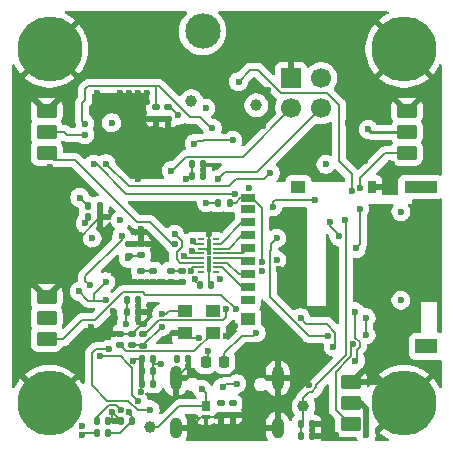
<source format=gbr>
%TF.GenerationSoftware,KiCad,Pcbnew,9.0.1*%
%TF.CreationDate,2025-05-02T13:40:16-04:00*%
%TF.ProjectId,Control Board V2,436f6e74-726f-46c2-9042-6f6172642056,rev?*%
%TF.SameCoordinates,Original*%
%TF.FileFunction,Copper,L4,Bot*%
%TF.FilePolarity,Positive*%
%FSLAX46Y46*%
G04 Gerber Fmt 4.6, Leading zero omitted, Abs format (unit mm)*
G04 Created by KiCad (PCBNEW 9.0.1) date 2025-05-02 13:40:16*
%MOMM*%
%LPD*%
G01*
G04 APERTURE LIST*
G04 Aperture macros list*
%AMRoundRect*
0 Rectangle with rounded corners*
0 $1 Rounding radius*
0 $2 $3 $4 $5 $6 $7 $8 $9 X,Y pos of 4 corners*
0 Add a 4 corners polygon primitive as box body*
4,1,4,$2,$3,$4,$5,$6,$7,$8,$9,$2,$3,0*
0 Add four circle primitives for the rounded corners*
1,1,$1+$1,$2,$3*
1,1,$1+$1,$4,$5*
1,1,$1+$1,$6,$7*
1,1,$1+$1,$8,$9*
0 Add four rect primitives between the rounded corners*
20,1,$1+$1,$2,$3,$4,$5,0*
20,1,$1+$1,$4,$5,$6,$7,0*
20,1,$1+$1,$6,$7,$8,$9,0*
20,1,$1+$1,$8,$9,$2,$3,0*%
G04 Aperture macros list end*
%TA.AperFunction,ComponentPad*%
%ADD10C,1.700000*%
%TD*%
%TA.AperFunction,ComponentPad*%
%ADD11R,1.700000X1.700000*%
%TD*%
%TA.AperFunction,ComponentPad*%
%ADD12C,1.000000*%
%TD*%
%TA.AperFunction,ComponentPad*%
%ADD13C,5.500000*%
%TD*%
%TA.AperFunction,HeatsinkPad*%
%ADD14O,1.000000X2.100000*%
%TD*%
%TA.AperFunction,HeatsinkPad*%
%ADD15O,1.000000X1.800000*%
%TD*%
%TA.AperFunction,CastellatedPad*%
%ADD16O,3.000000X3.000000*%
%TD*%
%TA.AperFunction,SMDPad,CuDef*%
%ADD17RoundRect,0.140000X0.140000X0.170000X-0.140000X0.170000X-0.140000X-0.170000X0.140000X-0.170000X0*%
%TD*%
%TA.AperFunction,SMDPad,CuDef*%
%ADD18RoundRect,0.200000X-0.650000X-0.400000X0.650000X-0.400000X0.650000X0.400000X-0.650000X0.400000X0*%
%TD*%
%TA.AperFunction,SMDPad,CuDef*%
%ADD19RoundRect,0.135000X0.185000X-0.135000X0.185000X0.135000X-0.185000X0.135000X-0.185000X-0.135000X0*%
%TD*%
%TA.AperFunction,SMDPad,CuDef*%
%ADD20RoundRect,0.140000X-0.140000X-0.170000X0.140000X-0.170000X0.140000X0.170000X-0.140000X0.170000X0*%
%TD*%
%TA.AperFunction,SMDPad,CuDef*%
%ADD21RoundRect,0.050000X-0.200000X0.050000X-0.200000X-0.050000X0.200000X-0.050000X0.200000X0.050000X0*%
%TD*%
%TA.AperFunction,SMDPad,CuDef*%
%ADD22R,0.400000X0.700000*%
%TD*%
%TA.AperFunction,SMDPad,CuDef*%
%ADD23RoundRect,0.135000X-0.135000X-0.185000X0.135000X-0.185000X0.135000X0.185000X-0.135000X0.185000X0*%
%TD*%
%TA.AperFunction,SMDPad,CuDef*%
%ADD24R,1.300000X1.100000*%
%TD*%
%TA.AperFunction,SMDPad,CuDef*%
%ADD25RoundRect,0.140000X0.170000X-0.140000X0.170000X0.140000X-0.170000X0.140000X-0.170000X-0.140000X0*%
%TD*%
%TA.AperFunction,SMDPad,CuDef*%
%ADD26RoundRect,0.140000X-0.170000X0.140000X-0.170000X-0.140000X0.170000X-0.140000X0.170000X0.140000X0*%
%TD*%
%TA.AperFunction,SMDPad,CuDef*%
%ADD27RoundRect,0.135000X-0.185000X0.135000X-0.185000X-0.135000X0.185000X-0.135000X0.185000X0.135000X0*%
%TD*%
%TA.AperFunction,SMDPad,CuDef*%
%ADD28RoundRect,0.135000X0.135000X0.185000X-0.135000X0.185000X-0.135000X-0.185000X0.135000X-0.185000X0*%
%TD*%
%TA.AperFunction,SMDPad,CuDef*%
%ADD29RoundRect,0.075000X-0.275000X0.390000X-0.275000X-0.390000X0.275000X-0.390000X0.275000X0.390000X0*%
%TD*%
%TA.AperFunction,SMDPad,CuDef*%
%ADD30RoundRect,0.075000X-0.275000X0.075000X-0.275000X-0.075000X0.275000X-0.075000X0.275000X0.075000X0*%
%TD*%
%TA.AperFunction,SMDPad,CuDef*%
%ADD31R,1.200000X0.700000*%
%TD*%
%TA.AperFunction,SMDPad,CuDef*%
%ADD32R,0.800000X1.000000*%
%TD*%
%TA.AperFunction,SMDPad,CuDef*%
%ADD33R,2.800000X1.000000*%
%TD*%
%TA.AperFunction,SMDPad,CuDef*%
%ADD34R,1.200000X1.000000*%
%TD*%
%TA.AperFunction,SMDPad,CuDef*%
%ADD35R,1.900000X1.300000*%
%TD*%
%TA.AperFunction,SMDPad,CuDef*%
%ADD36RoundRect,0.218750X-0.218750X-0.256250X0.218750X-0.256250X0.218750X0.256250X-0.218750X0.256250X0*%
%TD*%
%TA.AperFunction,ViaPad*%
%ADD37C,0.600000*%
%TD*%
%TA.AperFunction,Conductor*%
%ADD38C,0.160000*%
%TD*%
%TA.AperFunction,Conductor*%
%ADD39C,0.200000*%
%TD*%
%TA.AperFunction,Conductor*%
%ADD40C,0.500000*%
%TD*%
%TA.AperFunction,Conductor*%
%ADD41C,0.250000*%
%TD*%
G04 APERTURE END LIST*
D10*
%TO.P,J1,2,SWDIO*%
%TO.N,/SWDIO*%
X83000000Y-99460000D03*
%TO.P,J1,3,~{RESET}*%
%TO.N,/RESET*%
X83000000Y-102000000D03*
%TO.P,J1,4,SWCLK*%
%TO.N,/SWCLK*%
X80460000Y-102000000D03*
D11*
%TO.P,J1,5,GND*%
%TO.N,GND*%
X80460000Y-99460000D03*
%TD*%
D12*
%TO.P,TP4,1,1*%
%TO.N,+VBUS*%
X68500000Y-129000000D03*
%TD*%
%TO.P,TP3,1,1*%
%TO.N,+3V3USB*%
X81500000Y-127250000D03*
%TD*%
D13*
%TO.P,H2,1,1*%
%TO.N,GND*%
X60000000Y-97000000D03*
%TD*%
%TO.P,H1,1,1*%
%TO.N,GND*%
X90000000Y-127000000D03*
%TD*%
D12*
%TO.P,TP2,1,1*%
%TO.N,+3V3*%
X77500000Y-101750000D03*
%TD*%
%TO.P,TP1,1,1*%
%TO.N,+VBAT*%
X72000000Y-101400000D03*
%TD*%
D14*
%TO.P,J35,S1,SHIELD*%
%TO.N,GND*%
X70680000Y-124875000D03*
D15*
X70680000Y-129075000D03*
D14*
X79320000Y-124875000D03*
D15*
X79320000Y-129075000D03*
%TD*%
D13*
%TO.P,H4,1,1*%
%TO.N,GND*%
X90000000Y-97000000D03*
%TD*%
D16*
%TO.P,BT1,1,+*%
%TO.N,Net-(BT1-+)*%
X72968000Y-95500000D03*
%TO.P,BT1,2,-*%
%TO.N,GND*%
X77032000Y-95500000D03*
%TD*%
D13*
%TO.P,H3,1,1*%
%TO.N,GND*%
X60000000Y-127000000D03*
%TD*%
D17*
%TO.P,C11,1*%
%TO.N,GND*%
X73660000Y-117000000D03*
%TO.P,C11,2*%
%TO.N,+3V3*%
X72700000Y-117000000D03*
%TD*%
D18*
%TO.P,J30,1,Pin_1*%
%TO.N,/FL_PWM*%
X59750000Y-121556000D03*
%TO.P,J30,2,Pin_2*%
%TO.N,+3V3*%
X59750000Y-119778000D03*
%TO.P,J30,3,Pin_3*%
%TO.N,GND*%
X59750000Y-118000000D03*
%TD*%
D19*
%TO.P,R2,1*%
%TO.N,Net-(Y2-IN{slash}OUT)*%
X67940000Y-122110000D03*
%TO.P,R2,2*%
%TO.N,/HSE_OUT*%
X67940000Y-121090000D03*
%TD*%
D20*
%TO.P,C2,1*%
%TO.N,GND*%
X67790000Y-124280000D03*
%TO.P,C2,2*%
%TO.N,+1V8*%
X68750000Y-124280000D03*
%TD*%
D18*
%TO.P,J32,1,Pin_1*%
%TO.N,/FR_PWM*%
X59750000Y-105778000D03*
%TO.P,J32,2,Pin_2*%
%TO.N,+3V3*%
X59750000Y-104000000D03*
%TO.P,J32,3,Pin_3*%
%TO.N,GND*%
X59750000Y-102222000D03*
%TD*%
D21*
%TO.P,U5,1,Ch1_In*%
%TO.N,unconnected-(U5-Ch1_In-Pad1)*%
X74090000Y-113080000D03*
%TO.P,U5,2,Ch2_In*%
%TO.N,Net-(J2-DAT0)*%
X74090000Y-113480000D03*
%TO.P,U5,3,Ch3_In*%
%TO.N,Net-(J2-VSS)*%
X74090000Y-113880000D03*
%TO.P,U5,4,Ch4_In*%
%TO.N,Net-(J2-CLK)*%
X74090000Y-114280000D03*
%TO.P,U5,5,Ch5_In*%
%TO.N,Net-(J2-VDD)*%
X74090000Y-114680000D03*
%TO.P,U5,6,Ch6_In*%
%TO.N,Net-(J2-CMD)*%
X74090000Y-115080000D03*
%TO.P,U5,7,Ch7_In*%
%TO.N,Net-(J2-DAT3{slash}CD)*%
X74090000Y-115480000D03*
%TO.P,U5,8,Ch8_In*%
%TO.N,unconnected-(U5-Ch8_In-Pad8)*%
X74090000Y-115880000D03*
%TO.P,U5,9,Ch8_Out*%
%TO.N,unconnected-(U5-Ch8_Out-Pad9)*%
X72840000Y-115880000D03*
%TO.P,U5,10,Ch7_Out*%
%TO.N,/SD_CS*%
X72840000Y-115480000D03*
%TO.P,U5,11,Ch6_Out*%
%TO.N,/SPI2_MOSI*%
X72840000Y-115080000D03*
%TO.P,U5,12,Ch5_Out*%
%TO.N,+3V3*%
X72840000Y-114680000D03*
%TO.P,U5,13,Ch4_Out*%
%TO.N,/SPI1_SCK*%
X72840000Y-114280000D03*
%TO.P,U5,14,Ch3_Out*%
%TO.N,GND*%
X72840000Y-113880000D03*
%TO.P,U5,15,Ch2_Out*%
%TO.N,/SPI1_MISO*%
X72840000Y-113480000D03*
%TO.P,U5,16,Ch1_Out*%
%TO.N,unconnected-(U5-Ch1_Out-Pad16)*%
X72840000Y-113080000D03*
D22*
%TO.P,U5,17,GND*%
%TO.N,GND*%
X73465000Y-115530000D03*
X73465000Y-114830000D03*
X73465000Y-114130000D03*
X73465000Y-113430000D03*
%TD*%
D23*
%TO.P,R18,1*%
%TO.N,I2C_2_SCL*%
X63240000Y-110250000D03*
%TO.P,R18,2*%
%TO.N,GND*%
X64260000Y-110250000D03*
%TD*%
D20*
%TO.P,C30,1*%
%TO.N,+3V3USB*%
X81270000Y-129720000D03*
%TO.P,C30,2*%
%TO.N,GND*%
X82230000Y-129720000D03*
%TD*%
D17*
%TO.P,C1,1*%
%TO.N,+3V3*%
X66980000Y-128500000D03*
%TO.P,C1,2*%
%TO.N,GND*%
X66020000Y-128500000D03*
%TD*%
D24*
%TO.P,Y2,1,IN/OUT*%
%TO.N,Net-(Y2-IN{slash}OUT)*%
X71500000Y-119200000D03*
%TO.P,Y2,2,GND_1*%
%TO.N,GND*%
X73800000Y-119200000D03*
%TO.P,Y2,3,OUT/IN*%
%TO.N,/HSE_IN*%
X73800000Y-121000000D03*
%TO.P,Y2,4,GND_2*%
%TO.N,GND*%
X71500000Y-121000000D03*
%TD*%
D25*
%TO.P,C33,1*%
%TO.N,Net-(U2-BOOT0)*%
X67750000Y-114460000D03*
%TO.P,C33,2*%
%TO.N,GND*%
X67750000Y-113500000D03*
%TD*%
D26*
%TO.P,C25,1*%
%TO.N,+3V3*%
X68750000Y-115770000D03*
%TO.P,C25,2*%
%TO.N,GND*%
X68750000Y-116730000D03*
%TD*%
D27*
%TO.P,R9,1*%
%TO.N,Net-(J35-CC2)*%
X75500000Y-126990000D03*
%TO.P,R9,2*%
%TO.N,GND*%
X75500000Y-128010000D03*
%TD*%
D17*
%TO.P,C6,1*%
%TO.N,GND*%
X71730000Y-123250000D03*
%TO.P,C6,2*%
%TO.N,+3V3*%
X70770000Y-123250000D03*
%TD*%
D28*
%TO.P,R7,1*%
%TO.N,/SD_DET*%
X75260000Y-110000000D03*
%TO.P,R7,2*%
%TO.N,+3V3*%
X74240000Y-110000000D03*
%TD*%
D20*
%TO.P,C5,1*%
%TO.N,GND*%
X67790000Y-123250000D03*
%TO.P,C5,2*%
%TO.N,+1V8*%
X68750000Y-123250000D03*
%TD*%
D18*
%TO.P,J31,1,Pin_1*%
%TO.N,/BL_PWM*%
X85500000Y-128778000D03*
%TO.P,J31,2,Pin_2*%
%TO.N,+3V3*%
X85500000Y-127000000D03*
%TO.P,J31,3,Pin_3*%
%TO.N,GND*%
X85500000Y-125222000D03*
%TD*%
D20*
%TO.P,C8,1*%
%TO.N,+3V3*%
X66520000Y-119250000D03*
%TO.P,C8,2*%
%TO.N,GND*%
X67480000Y-119250000D03*
%TD*%
D25*
%TO.P,C35,1*%
%TO.N,Net-(Y2-IN{slash}OUT)*%
X66940000Y-122080000D03*
%TO.P,C35,2*%
%TO.N,GND*%
X66940000Y-121120000D03*
%TD*%
D23*
%TO.P,R19,1*%
%TO.N,I2C_2_SDA*%
X63240000Y-111250000D03*
%TO.P,R19,2*%
%TO.N,GND*%
X64260000Y-111250000D03*
%TD*%
D18*
%TO.P,J33,1,Pin_1*%
%TO.N,/BR_PWM*%
X90250000Y-105806000D03*
%TO.P,J33,2,Pin_2*%
%TO.N,+3V3*%
X90250000Y-104028000D03*
%TO.P,J33,3,Pin_3*%
%TO.N,GND*%
X90250000Y-102250000D03*
%TD*%
D25*
%TO.P,C16,1*%
%TO.N,GND*%
X70250000Y-116750000D03*
%TO.P,C16,2*%
%TO.N,Net-(C16-Pad2)*%
X70250000Y-115790000D03*
%TD*%
D29*
%TO.P,D5,1,K*%
%TO.N,+VBUS*%
X73250000Y-127250000D03*
D30*
%TO.P,D5,2,A*%
%TO.N,GND*%
X73250000Y-128135000D03*
%TD*%
D20*
%TO.P,C7,1*%
%TO.N,GND*%
X67790000Y-125310000D03*
%TO.P,C7,2*%
%TO.N,+1V8*%
X68750000Y-125310000D03*
%TD*%
D19*
%TO.P,R22,1*%
%TO.N,Net-(U2-BOOT0)*%
X66750000Y-114510000D03*
%TO.P,R22,2*%
%TO.N,GND*%
X66750000Y-113490000D03*
%TD*%
D27*
%TO.P,R21,1*%
%TO.N,I2C_3_SDA*%
X69000000Y-101890000D03*
%TO.P,R21,2*%
%TO.N,GND*%
X69000000Y-102910000D03*
%TD*%
D17*
%TO.P,C3,1*%
%TO.N,GND*%
X64980000Y-128500000D03*
%TO.P,C3,2*%
%TO.N,Net-(U1-REGOUT)*%
X64020000Y-128500000D03*
%TD*%
%TO.P,C4,1*%
%TO.N,+3V3*%
X64980000Y-129500000D03*
%TO.P,C4,2*%
%TO.N,Net-(IC1-EN)*%
X64020000Y-129500000D03*
%TD*%
D20*
%TO.P,C31,1*%
%TO.N,+3V3USB*%
X81270000Y-128750000D03*
%TO.P,C31,2*%
%TO.N,GND*%
X82230000Y-128750000D03*
%TD*%
%TO.P,C23,1*%
%TO.N,+3V3*%
X72020000Y-106750000D03*
%TO.P,C23,2*%
%TO.N,GND*%
X72980000Y-106750000D03*
%TD*%
D31*
%TO.P,J2,1,DAT2*%
%TO.N,unconnected-(J2-DAT2-Pad1)*%
X76775000Y-118275000D03*
%TO.P,J2,2,DAT3/CD*%
%TO.N,Net-(J2-DAT3{slash}CD)*%
X76775000Y-117175000D03*
%TO.P,J2,3,CMD*%
%TO.N,Net-(J2-CMD)*%
X76775000Y-116075000D03*
%TO.P,J2,4,VDD*%
%TO.N,Net-(J2-VDD)*%
X76775000Y-114975000D03*
%TO.P,J2,5,CLK*%
%TO.N,Net-(J2-CLK)*%
X76775000Y-113875000D03*
%TO.P,J2,6,VSS*%
%TO.N,Net-(J2-VSS)*%
X76775000Y-112775000D03*
%TO.P,J2,7,DAT0*%
%TO.N,Net-(J2-DAT0)*%
X76775000Y-111675000D03*
%TO.P,J2,8,DAT1*%
%TO.N,unconnected-(J2-DAT1-Pad8)*%
X76775000Y-110575000D03*
%TO.P,J2,9,DET*%
%TO.N,/SD_DET*%
X76775000Y-109625000D03*
D32*
%TO.P,J2,10,SHIELD*%
%TO.N,GND*%
X87275000Y-108675000D03*
D33*
%TO.P,J2,11*%
%TO.N,N/C*%
X91425000Y-108675000D03*
D34*
X81075000Y-108675000D03*
X76775000Y-119825000D03*
D35*
X91875000Y-122175000D03*
%TD*%
D27*
%TO.P,R20,1*%
%TO.N,I2C_3_SCL*%
X70000000Y-101890000D03*
%TO.P,R20,2*%
%TO.N,GND*%
X70000000Y-102910000D03*
%TD*%
D25*
%TO.P,C17,1*%
%TO.N,GND*%
X71250000Y-116730000D03*
%TO.P,C17,2*%
%TO.N,Net-(C16-Pad2)*%
X71250000Y-115770000D03*
%TD*%
D20*
%TO.P,C22,1*%
%TO.N,+3V3*%
X72020000Y-107750000D03*
%TO.P,C22,2*%
%TO.N,GND*%
X72980000Y-107750000D03*
%TD*%
D36*
%TO.P,FB1,1*%
%TO.N,+3V3*%
X73212500Y-123500000D03*
%TO.P,FB1,2*%
%TO.N,Net-(U2-VDDA)*%
X74787500Y-123500000D03*
%TD*%
D25*
%TO.P,C36,1*%
%TO.N,/HSE_IN*%
X66000000Y-122080000D03*
%TO.P,C36,2*%
%TO.N,GND*%
X66000000Y-121120000D03*
%TD*%
D20*
%TO.P,C9,1*%
%TO.N,+3V3*%
X66520000Y-118250000D03*
%TO.P,C9,2*%
%TO.N,GND*%
X67480000Y-118250000D03*
%TD*%
D26*
%TO.P,C24,1*%
%TO.N,+3V3*%
X67750000Y-115770000D03*
%TO.P,C24,2*%
%TO.N,GND*%
X67750000Y-116730000D03*
%TD*%
D27*
%TO.P,R8,1*%
%TO.N,Net-(J35-CC1)*%
X74500000Y-126990000D03*
%TO.P,R8,2*%
%TO.N,GND*%
X74500000Y-128010000D03*
%TD*%
D37*
%TO.N,GND*%
X74900000Y-121300000D03*
X75700000Y-120400000D03*
X65100000Y-120800000D03*
%TO.N,+3V3*%
X86800000Y-127450000D03*
X86800000Y-129700000D03*
%TO.N,Net-(Y2-IN{slash}OUT)*%
X69500000Y-119400000D03*
X69500000Y-120500000D03*
%TO.N,/HSE_OUT*%
X74900000Y-119000000D03*
%TO.N,+3V3*%
X72301779Y-116473000D03*
%TO.N,GND*%
X72641496Y-121441496D03*
%TO.N,UART4_TX*%
X86800000Y-121200000D03*
X86800000Y-119743000D03*
%TO.N,Net-(U2-VDDA)*%
X77500000Y-121000000D03*
%TO.N,I2C_1_SDA*%
X63400000Y-117000000D03*
%TO.N,/USART2_RX*%
X85900000Y-119250000D03*
%TO.N,/BL_PWM*%
X85675000Y-121925000D03*
%TO.N,GND*%
X92500000Y-124250000D03*
X78500000Y-100500000D03*
X63500000Y-120500000D03*
X92250000Y-112750000D03*
X68750000Y-103750000D03*
X57750000Y-103250000D03*
X67500000Y-100750000D03*
X68250000Y-101500000D03*
X59500000Y-113250000D03*
X66750000Y-100750000D03*
X87250000Y-108750000D03*
X61000000Y-100750000D03*
X57500000Y-112750000D03*
X64750000Y-104500000D03*
X85750000Y-106000000D03*
X67500000Y-108000000D03*
X63750000Y-114000000D03*
X67250000Y-94850000D03*
X66750000Y-101500000D03*
X77750000Y-97500000D03*
X85500000Y-95500000D03*
X73465000Y-112679759D03*
X61500000Y-115750000D03*
X76925000Y-108750000D03*
X69000000Y-106500000D03*
X92250000Y-111000000D03*
X88500000Y-100750000D03*
X57750000Y-120750000D03*
X92125000Y-114675000D03*
X90000000Y-119500000D03*
X79401024Y-115635616D03*
X58000000Y-118750000D03*
X89000000Y-114750000D03*
X82000000Y-97750000D03*
X60000000Y-108750000D03*
X87000000Y-115000000D03*
X75000000Y-111500000D03*
X89250000Y-109000000D03*
X73800000Y-119200000D03*
X67500000Y-101500000D03*
X60250000Y-116500000D03*
X59250000Y-110500000D03*
X68750000Y-96750000D03*
X92250000Y-102500000D03*
X65400000Y-119200000D03*
X83750000Y-116500000D03*
X92250000Y-105250000D03*
X67765276Y-126003058D03*
X68000000Y-120250000D03*
X60000000Y-123000000D03*
X68250000Y-100750000D03*
X60000000Y-115000000D03*
X66000000Y-101500000D03*
X71000000Y-103750000D03*
X79250000Y-96250000D03*
X89750000Y-122000000D03*
X63250000Y-99000000D03*
X90250000Y-111875000D03*
X65250000Y-127750000D03*
X76497858Y-102788794D03*
X57750000Y-104500000D03*
X79000000Y-119490000D03*
X89000000Y-106750000D03*
X79000000Y-111750000D03*
X63250000Y-94500000D03*
X90250000Y-113250000D03*
X60000000Y-107000000D03*
X78000000Y-115750000D03*
X87500000Y-124000000D03*
X79250000Y-94250000D03*
X67750000Y-112248999D03*
X84250000Y-129700000D03*
X65000000Y-99250000D03*
X70250000Y-105000000D03*
X65500000Y-97500000D03*
X72980000Y-107750000D03*
X63750000Y-96750000D03*
X70000000Y-98000000D03*
X83750000Y-114000000D03*
X75500000Y-98500000D03*
X66000000Y-100750000D03*
X84750000Y-98500000D03*
X66750000Y-98750000D03*
X84000000Y-117500000D03*
X85250000Y-103250000D03*
X62750000Y-115000000D03*
X89750000Y-117000000D03*
X62500000Y-124000000D03*
X70250000Y-116750000D03*
X64000000Y-100750000D03*
X86750000Y-106500000D03*
X84000000Y-107750000D03*
X67103554Y-123396446D03*
X57500000Y-110750000D03*
X65476392Y-115952785D03*
X78100000Y-103500000D03*
X82000000Y-125399020D03*
X87250000Y-117000000D03*
X81750000Y-95500000D03*
%TO.N,+3V3*%
X83400000Y-106750000D03*
X59750000Y-119778000D03*
X71371075Y-114480000D03*
X66750000Y-127750000D03*
X66000000Y-111500000D03*
X79250000Y-114850000D03*
X70770000Y-123250000D03*
X87000000Y-103800000D03*
X62750000Y-128899997D03*
X89750000Y-118250000D03*
X73250000Y-110000000D03*
X71550003Y-108000000D03*
X65250000Y-103235000D03*
X66500000Y-120250000D03*
X73250000Y-102000000D03*
X63600000Y-113000000D03*
X63000000Y-104250000D03*
X89750000Y-110750000D03*
X73400000Y-122600000D03*
X67750000Y-115770000D03*
%TO.N,+1V8*%
X69400000Y-123700000D03*
%TO.N,Net-(U1-REGOUT)*%
X66017484Y-127524239D03*
%TO.N,Net-(IC1-EN)*%
X62750000Y-129700000D03*
%TO.N,/RESET*%
X74250000Y-108000000D03*
X74400000Y-116500000D03*
%TO.N,Net-(C16-Pad2)*%
X71250000Y-115770000D03*
%TO.N,+3V3USB*%
X85000000Y-111500000D03*
X85575000Y-109000000D03*
X76000000Y-99750000D03*
%TO.N,+VBUS*%
X72900000Y-125800000D03*
%TO.N,I2C_1_SCL*%
X64750000Y-116700000D03*
X62500000Y-117500000D03*
X64750000Y-118250000D03*
%TO.N,Net-(IC2-SDA_A)*%
X64269571Y-123019571D03*
X67511070Y-126770119D03*
%TO.N,Net-(IC2-SCL_A)*%
X65000000Y-122419571D03*
X68524144Y-127548286D03*
%TO.N,I2C_1_SDA*%
X66109285Y-112859285D03*
%TO.N,/SWCLK*%
X70287500Y-107287500D03*
%TO.N,/SWDIO*%
X75519731Y-104730269D03*
X72250000Y-105000000D03*
%TO.N,/SD_DET*%
X78000000Y-115000000D03*
%TO.N,I2C_2_SCL*%
X62562500Y-109562500D03*
X63750000Y-106750000D03*
X75675861Y-109245639D03*
%TO.N,I2C_2_SDA*%
X64799264Y-106700736D03*
X78695047Y-107466577D03*
X63000000Y-111750000D03*
%TO.N,I2C_3_SDA*%
X73791177Y-103708823D03*
X63000000Y-103300000D03*
%TO.N,I2C_3_SCL*%
X70896446Y-102603554D03*
%TO.N,USART3_TX*%
X82500000Y-109750000D03*
X84500000Y-112850000D03*
X78900000Y-110350000D03*
X83750000Y-111650000D03*
%TO.N,/FL_PWM*%
X75750000Y-119000000D03*
%TO.N,/BL_PWM*%
X79250000Y-113000000D03*
X83600000Y-121250000D03*
%TO.N,/FR_PWM*%
X70580442Y-113523362D03*
%TO.N,/BR_PWM*%
X86250000Y-110500000D03*
X86325201Y-108722148D03*
X85975000Y-113875000D03*
%TO.N,Net-(U2-BOOT0)*%
X66650000Y-114700000D03*
%TO.N,/SPI1_MISO*%
X72109381Y-113276825D03*
%TO.N,/SD_CS*%
X72000000Y-115800000D03*
%TO.N,/SPI2_MOSI*%
X70600000Y-112685852D03*
%TO.N,/SPI1_SCK*%
X72061206Y-114075376D03*
%TO.N,/USB to UART/D+*%
X74650000Y-125631427D03*
X75850000Y-125328013D03*
%TO.N,Net-(J35-CC1)*%
X74500000Y-126990000D03*
%TO.N,Net-(J35-CC2)*%
X75500000Y-126990000D03*
%TO.N,/USART2_RX*%
X85902852Y-123363961D03*
%TO.N,/USART2_TX*%
X84000000Y-122200000D03*
X81250000Y-119750000D03*
%TO.N,/HSE_IN*%
X73800000Y-121000000D03*
%TD*%
D38*
%TO.N,GND*%
X65420000Y-121120000D02*
X65100000Y-120800000D01*
X66000000Y-121120000D02*
X65420000Y-121120000D01*
D39*
%TO.N,I2C_3_SDA*%
X73750000Y-103750000D02*
X73791177Y-103708823D01*
X71872700Y-102772700D02*
X72772700Y-102772700D01*
X69249000Y-100149000D02*
X71872700Y-102772700D01*
X72772700Y-102772700D02*
X73750000Y-103750000D01*
X69000000Y-100149000D02*
X69249000Y-100149000D01*
X63251057Y-100149000D02*
X69000000Y-100149000D01*
X63000000Y-101311610D02*
X63000000Y-100400057D01*
X63000000Y-100400057D02*
X63251057Y-100149000D01*
X62775815Y-101535795D02*
X63000000Y-101311610D01*
X62775815Y-103075815D02*
X62775815Y-101535795D01*
X63000000Y-103300000D02*
X62775815Y-103075815D01*
%TO.N,USART3_TX*%
X79100000Y-109750000D02*
X82500000Y-109750000D01*
X78900000Y-109950000D02*
X79100000Y-109750000D01*
X78900000Y-110350000D02*
X78900000Y-109950000D01*
%TO.N,Net-(IC2-SCL_A)*%
X63573982Y-122748717D02*
X63903128Y-122419571D01*
X63903128Y-122419571D02*
X65000000Y-122419571D01*
X63573982Y-125466818D02*
X63573982Y-122748717D01*
X66650000Y-126750000D02*
X64857164Y-126750000D01*
X67448286Y-127548286D02*
X66650000Y-126750000D01*
X64857164Y-126750000D02*
X63573982Y-125466818D01*
X68524144Y-127548286D02*
X67448286Y-127548286D01*
D38*
%TO.N,/USART2_RX*%
X86258000Y-122210421D02*
X86000000Y-122468421D01*
X86000000Y-122468421D02*
X86000000Y-123266813D01*
X86000000Y-123266813D02*
X85902852Y-123363961D01*
X85900000Y-121431579D02*
X86258000Y-121789579D01*
X86258000Y-121789579D02*
X86258000Y-122210421D01*
X85900000Y-119250000D02*
X85900000Y-121431579D01*
D39*
%TO.N,Net-(IC2-SDA_A)*%
X67000000Y-126259049D02*
X67511070Y-126770119D01*
X67000000Y-124000000D02*
X67000000Y-126259049D01*
X66924446Y-123924446D02*
X67000000Y-124000000D01*
X66884849Y-123924446D02*
X66924446Y-123924446D01*
X66575554Y-123575554D02*
X66575554Y-123615151D01*
X65249943Y-123019571D02*
X66019571Y-123019571D01*
X65248943Y-123020571D02*
X65249943Y-123019571D01*
X64751057Y-123020571D02*
X65248943Y-123020571D01*
X64269571Y-123019571D02*
X64750057Y-123019571D01*
X66019571Y-123019571D02*
X66575554Y-123575554D01*
X64750057Y-123019571D02*
X64751057Y-123020571D01*
X66575554Y-123615151D02*
X66884849Y-123924446D01*
D38*
%TO.N,/SWCLK*%
X76360000Y-106100000D02*
X80460000Y-102000000D01*
X71591737Y-106100000D02*
X76360000Y-106100000D01*
X70404237Y-107287500D02*
X71591737Y-106100000D01*
X70287500Y-107287500D02*
X70404237Y-107287500D01*
%TO.N,/HSE_OUT*%
X74900000Y-119716000D02*
X74900000Y-119000000D01*
X74658000Y-119958000D02*
X74900000Y-119716000D01*
X68110000Y-121090000D02*
X69242000Y-119958000D01*
X67940000Y-121090000D02*
X68110000Y-121090000D01*
X69242000Y-119958000D02*
X74658000Y-119958000D01*
D39*
%TO.N,/FL_PWM*%
X61152521Y-121556000D02*
X59750000Y-121556000D01*
X62735649Y-119972872D02*
X61152521Y-121556000D01*
X66188338Y-117600000D02*
X63815466Y-119972872D01*
X68100000Y-117800000D02*
X67900000Y-117600000D01*
X67900000Y-117600000D02*
X66188338Y-117600000D01*
X63815466Y-119972872D02*
X62735649Y-119972872D01*
X74550000Y-117800000D02*
X68100000Y-117800000D01*
X75750000Y-119000000D02*
X74550000Y-117800000D01*
D40*
%TO.N,+3V3*%
X86350000Y-127000000D02*
X85500000Y-127000000D01*
X86800000Y-127450000D02*
X86800000Y-129700000D01*
X86800000Y-127450000D02*
X86350000Y-127000000D01*
D39*
%TO.N,+VBUS*%
X73250000Y-126150000D02*
X73250000Y-127250000D01*
X72900000Y-125800000D02*
X73250000Y-126150000D01*
%TO.N,+3V3USB*%
X84500000Y-106500000D02*
X85575000Y-107575000D01*
X84500000Y-101700000D02*
X84500000Y-106500000D01*
X79598000Y-100700000D02*
X83500000Y-100700000D01*
X77000000Y-98750000D02*
X77648000Y-98750000D01*
X77648000Y-98750000D02*
X79598000Y-100700000D01*
X76000000Y-99750000D02*
X77000000Y-98750000D01*
X83500000Y-100700000D02*
X84500000Y-101700000D01*
X85575000Y-107575000D02*
X85575000Y-109000000D01*
D38*
%TO.N,Net-(Y2-IN{slash}OUT)*%
X70100000Y-119200000D02*
X71500000Y-119200000D01*
X69900000Y-119400000D02*
X70100000Y-119200000D01*
X69500000Y-119400000D02*
X69900000Y-119400000D01*
X67940000Y-122060000D02*
X69500000Y-120500000D01*
X67940000Y-122110000D02*
X67940000Y-122060000D01*
X66940000Y-122080000D02*
X67910000Y-122080000D01*
X67910000Y-122080000D02*
X67940000Y-122110000D01*
%TO.N,/HSE_IN*%
X72212000Y-122588000D02*
X73800000Y-121000000D01*
X66508000Y-122588000D02*
X72212000Y-122588000D01*
X66000000Y-122080000D02*
X66508000Y-122588000D01*
%TO.N,GND*%
X67810000Y-120250000D02*
X68000000Y-120250000D01*
X66940000Y-121120000D02*
X67810000Y-120250000D01*
X66000000Y-121120000D02*
X66940000Y-121120000D01*
D39*
%TO.N,+1V8*%
X68960000Y-123690000D02*
X68750000Y-123690000D01*
X68970000Y-123700000D02*
X68960000Y-123690000D01*
X69400000Y-123700000D02*
X68970000Y-123700000D01*
D38*
%TO.N,+3V3*%
X72301779Y-116601779D02*
X72700000Y-117000000D01*
X72301779Y-116473000D02*
X72301779Y-116601779D01*
%TO.N,GND*%
X73465000Y-116805000D02*
X73660000Y-117000000D01*
X73465000Y-115530000D02*
X73465000Y-116805000D01*
D39*
%TO.N,/SD_CS*%
X72103070Y-115480000D02*
X72840000Y-115480000D01*
X72000000Y-115800000D02*
X72000000Y-115583070D01*
X72000000Y-115583070D02*
X72103070Y-115480000D01*
%TO.N,I2C_1_SCL*%
X63298035Y-118298035D02*
X62500000Y-117500000D01*
X63482786Y-118298035D02*
X63298035Y-118298035D01*
%TO.N,I2C_1_SDA*%
X66109285Y-113140715D02*
X66109285Y-112859285D01*
X63000000Y-116600000D02*
X63000000Y-116250000D01*
X63400000Y-117000000D02*
X63000000Y-116600000D01*
X63000000Y-116250000D02*
X66109285Y-113140715D01*
%TO.N,I2C_2_SDA*%
X75800000Y-108000000D02*
X78161624Y-108000000D01*
X78161624Y-108000000D02*
X78695047Y-107466577D01*
X75200000Y-108600000D02*
X75800000Y-108000000D01*
X66698528Y-108600000D02*
X75200000Y-108600000D01*
X64799264Y-106700736D02*
X66698528Y-108600000D01*
D38*
%TO.N,/RESET*%
X74850000Y-107400000D02*
X77600000Y-107400000D01*
X77600000Y-107400000D02*
X83000000Y-102000000D01*
X74250000Y-108000000D02*
X74850000Y-107400000D01*
D39*
%TO.N,GND*%
X62135000Y-113375000D02*
X61750000Y-113375000D01*
X64260000Y-111250000D02*
X62135000Y-113375000D01*
D38*
%TO.N,+3V3*%
X73212500Y-123287500D02*
X73212500Y-123500000D01*
X73400000Y-123100000D02*
X73212500Y-123287500D01*
X73400000Y-122600000D02*
X73400000Y-123100000D01*
D39*
%TO.N,/BL_PWM*%
X84250000Y-124317100D02*
X84250000Y-127528000D01*
X85374852Y-123192248D02*
X84250000Y-124317100D01*
X85374852Y-123145256D02*
X85374852Y-123192248D01*
X85502000Y-123018108D02*
X85374852Y-123145256D01*
X85502000Y-122248000D02*
X85502000Y-123018108D01*
X85675000Y-122075000D02*
X85502000Y-122248000D01*
X84250000Y-127528000D02*
X85500000Y-128778000D01*
X85675000Y-121925000D02*
X85675000Y-122075000D01*
D38*
%TO.N,GND*%
X71941496Y-121441496D02*
X71500000Y-121000000D01*
X72641496Y-121441496D02*
X71941496Y-121441496D01*
%TO.N,Net-(U2-VDDA)*%
X74787500Y-122750000D02*
X74787500Y-123500000D01*
X76287500Y-121250000D02*
X74787500Y-122750000D01*
X77250000Y-121250000D02*
X76287500Y-121250000D01*
X77500000Y-121000000D02*
X77250000Y-121250000D01*
%TO.N,UART4_TX*%
X86800000Y-120600000D02*
X86800000Y-121200000D01*
X86800000Y-119743000D02*
X86800000Y-120600000D01*
D39*
%TO.N,GND*%
X73215000Y-113880000D02*
X73465000Y-114130000D01*
X84230000Y-129720000D02*
X84250000Y-129700000D01*
X65250000Y-128230000D02*
X64980000Y-128500000D01*
D38*
X73460000Y-115535000D02*
X73465000Y-115530000D01*
D39*
X66000000Y-116250000D02*
X65702785Y-115952785D01*
X71250000Y-116730000D02*
X71371000Y-116851000D01*
X67765276Y-126003058D02*
X67765276Y-125334724D01*
X67250000Y-123250000D02*
X67790000Y-123250000D01*
X75500000Y-128010000D02*
X74500000Y-128010000D01*
X67103554Y-123396446D02*
X67250000Y-123250000D01*
X66480000Y-116730000D02*
X66000000Y-116250000D01*
X71230000Y-116750000D02*
X71250000Y-116730000D01*
X72980000Y-107750000D02*
X72980000Y-106750000D01*
X82230000Y-129720000D02*
X82230000Y-128750000D01*
X67750000Y-116730000D02*
X70230000Y-116730000D01*
D38*
X71730000Y-123825000D02*
X70680000Y-124875000D01*
D39*
X59750000Y-102222000D02*
X59750000Y-102250000D01*
X73465000Y-113430000D02*
X73465000Y-112679759D01*
X67750000Y-116730000D02*
X66480000Y-116730000D01*
X70250000Y-116750000D02*
X71230000Y-116750000D01*
X87275000Y-108725000D02*
X87250000Y-108750000D01*
X66750000Y-113490000D02*
X67740000Y-113490000D01*
X70230000Y-116730000D02*
X70250000Y-116750000D01*
X82230000Y-129720000D02*
X84230000Y-129720000D01*
X71925000Y-129075000D02*
X70680000Y-129075000D01*
X72840000Y-113880000D02*
X73215000Y-113880000D01*
X61000000Y-128000000D02*
X60000000Y-127000000D01*
D38*
X85500000Y-125222000D02*
X85500000Y-125250000D01*
D39*
X67740000Y-113490000D02*
X67750000Y-113500000D01*
X73250000Y-128135000D02*
X74375000Y-128135000D01*
X73250000Y-128135000D02*
X72865000Y-128135000D01*
X72865000Y-128135000D02*
X71925000Y-129075000D01*
X67480000Y-118250000D02*
X67480000Y-119250000D01*
X74375000Y-128135000D02*
X74500000Y-128010000D01*
X70730000Y-124825000D02*
X70680000Y-124875000D01*
X67750000Y-113500000D02*
X67750000Y-112248999D01*
X65250000Y-127750000D02*
X65270000Y-127750000D01*
D40*
X88222000Y-125222000D02*
X90000000Y-127000000D01*
D39*
X64260000Y-110250000D02*
X64260000Y-111250000D01*
X67790000Y-125310000D02*
X67790000Y-123250000D01*
X87275000Y-108675000D02*
X87275000Y-108725000D01*
X65270000Y-127750000D02*
X66020000Y-128500000D01*
X65702785Y-115952785D02*
X65476392Y-115952785D01*
X65250000Y-127750000D02*
X65250000Y-128230000D01*
D40*
X85500000Y-125222000D02*
X88222000Y-125222000D01*
D39*
X67765276Y-125334724D02*
X67790000Y-125310000D01*
D38*
X71730000Y-123250000D02*
X71730000Y-123825000D01*
D39*
%TO.N,+3V3*%
X61500000Y-104250000D02*
X61250000Y-104000000D01*
X74240000Y-110000000D02*
X73250000Y-110000000D01*
X72020000Y-107530003D02*
X72020000Y-106750000D01*
X71371077Y-114480000D02*
X71571077Y-114680000D01*
X65980000Y-129500000D02*
X66980000Y-128500000D01*
X67750000Y-115770000D02*
X68750000Y-115770000D01*
X63000000Y-104250000D02*
X61500000Y-104250000D01*
X71571077Y-114680000D02*
X72840000Y-114680000D01*
X66750000Y-127750000D02*
X66750000Y-127858968D01*
D41*
X87228000Y-104028000D02*
X90250000Y-104028000D01*
D39*
X66520000Y-118250000D02*
X66520000Y-119250000D01*
X71550003Y-108000000D02*
X72020000Y-107530003D01*
D41*
X87000000Y-103800000D02*
X87228000Y-104028000D01*
D39*
X66980000Y-128088968D02*
X66980000Y-128500000D01*
X66500000Y-119270000D02*
X66520000Y-119250000D01*
X71371075Y-114480000D02*
X71371077Y-114480000D01*
X66750000Y-127858968D02*
X66980000Y-128088968D01*
X64980000Y-129500000D02*
X65980000Y-129500000D01*
X61250000Y-104000000D02*
X59750000Y-104000000D01*
X66500000Y-120250000D02*
X66500000Y-119270000D01*
%TO.N,+1V8*%
X68750000Y-125310000D02*
X68750000Y-123250000D01*
%TO.N,Net-(U1-REGOUT)*%
X65001057Y-127149000D02*
X64020000Y-128130057D01*
X64020000Y-128130057D02*
X64020000Y-128500000D01*
X65642245Y-127149000D02*
X65001057Y-127149000D01*
X66017484Y-127524239D02*
X65642245Y-127149000D01*
%TO.N,Net-(IC1-EN)*%
X64020000Y-129500000D02*
X62950000Y-129500000D01*
X62950000Y-129500000D02*
X62750000Y-129700000D01*
%TO.N,Net-(C16-Pad2)*%
X71250000Y-115770000D02*
X70270000Y-115770000D01*
X70270000Y-115770000D02*
X70250000Y-115790000D01*
%TO.N,+3V3USB*%
X81270000Y-129720000D02*
X81270000Y-128750000D01*
X81500000Y-127250000D02*
X81500000Y-128520000D01*
X85101000Y-122899000D02*
X82601000Y-125399000D01*
X82248943Y-126000020D02*
X81999980Y-126000020D01*
X81500000Y-128520000D02*
X81270000Y-128750000D01*
X81999980Y-126000020D02*
X81500000Y-126500000D01*
X82601000Y-125399000D02*
X82601000Y-125647963D01*
X81500000Y-126500000D02*
X81500000Y-127250000D01*
X85101000Y-111601000D02*
X85101000Y-122899000D01*
X82601000Y-125647963D02*
X82248943Y-126000020D01*
X85000000Y-111500000D02*
X85101000Y-111601000D01*
%TO.N,+VBUS*%
X69222215Y-129000000D02*
X68500000Y-129000000D01*
X70972215Y-127250000D02*
X69222215Y-129000000D01*
X73250000Y-127250000D02*
X70972215Y-127250000D01*
%TO.N,I2C_1_SCL*%
X63774265Y-117725735D02*
X63774265Y-118298035D01*
X63481786Y-118299035D02*
X63482786Y-118298035D01*
X63482786Y-118298035D02*
X63774265Y-118298035D01*
X64701965Y-118298035D02*
X64750000Y-118250000D01*
X64750000Y-116700000D02*
X64750000Y-116750000D01*
X64750000Y-116750000D02*
X63774265Y-117725735D01*
X63774265Y-118298035D02*
X64701965Y-118298035D01*
D38*
%TO.N,/SWDIO*%
X73019731Y-104730269D02*
X73000000Y-104750000D01*
X75519731Y-104730269D02*
X73019731Y-104730269D01*
X72500000Y-104750000D02*
X72250000Y-105000000D01*
X73000000Y-104750000D02*
X72500000Y-104750000D01*
D39*
%TO.N,Net-(J2-VDD)*%
X76480000Y-114680000D02*
X76775000Y-114975000D01*
X74090000Y-114680000D02*
X76480000Y-114680000D01*
%TO.N,Net-(J2-CMD)*%
X74090000Y-115080000D02*
X75015000Y-115080000D01*
X75015000Y-115080000D02*
X76010000Y-116075000D01*
X76010000Y-116075000D02*
X76775000Y-116075000D01*
%TO.N,/SD_DET*%
X75771443Y-110000000D02*
X75260000Y-110000000D01*
X76775000Y-109625000D02*
X76146443Y-109625000D01*
X78000000Y-114000000D02*
X78000000Y-115000000D01*
X77177000Y-109625000D02*
X78000000Y-110448000D01*
X78000000Y-110448000D02*
X78000000Y-114000000D01*
X76146443Y-109625000D02*
X75771443Y-110000000D01*
X76775000Y-109625000D02*
X77177000Y-109625000D01*
%TO.N,Net-(J2-CLK)*%
X76370000Y-114280000D02*
X76775000Y-113875000D01*
X74090000Y-114280000D02*
X76370000Y-114280000D01*
%TO.N,Net-(J2-VSS)*%
X75218000Y-113880000D02*
X76323000Y-112775000D01*
X76323000Y-112775000D02*
X76775000Y-112775000D01*
X74090000Y-113880000D02*
X75218000Y-113880000D01*
%TO.N,Net-(J2-DAT0)*%
X74090000Y-113480000D02*
X74515000Y-113480000D01*
X76320000Y-111675000D02*
X76775000Y-111675000D01*
X74515000Y-113480000D02*
X76320000Y-111675000D01*
%TO.N,Net-(J2-DAT3{slash}CD)*%
X74628000Y-115480000D02*
X76323000Y-117175000D01*
X74090000Y-115480000D02*
X74628000Y-115480000D01*
X76323000Y-117175000D02*
X76775000Y-117175000D01*
%TO.N,I2C_2_SCL*%
X62562500Y-109562500D02*
X63240000Y-110240000D01*
X64000000Y-106750000D02*
X66499999Y-109250000D01*
X63240000Y-110240000D02*
X63240000Y-110250000D01*
X75671500Y-109250000D02*
X75675861Y-109245639D01*
X66499999Y-109250000D02*
X75671500Y-109250000D01*
X63750000Y-106750000D02*
X64000000Y-106750000D01*
%TO.N,I2C_2_SDA*%
X63115000Y-111635000D02*
X63115000Y-111375000D01*
X63000000Y-111750000D02*
X63115000Y-111635000D01*
X63115000Y-111375000D02*
X63240000Y-111250000D01*
D38*
%TO.N,I2C_3_SDA*%
X69000000Y-101890000D02*
X69000000Y-100149000D01*
%TO.N,I2C_3_SCL*%
X70000000Y-101890000D02*
X70182892Y-101890000D01*
X70182892Y-101890000D02*
X70896446Y-102603554D01*
D39*
%TO.N,USART3_TX*%
X83750000Y-111650000D02*
X83750000Y-112000000D01*
X84250000Y-112500000D02*
X84500000Y-112750000D01*
X84500000Y-112750000D02*
X84500000Y-112850000D01*
X83750000Y-112000000D02*
X84250000Y-112500000D01*
%TO.N,/FL_PWM*%
X59750000Y-121278000D02*
X60350000Y-121878000D01*
%TO.N,/BL_PWM*%
X81935351Y-121250000D02*
X78649000Y-117963649D01*
X78750000Y-113500000D02*
X79250000Y-113000000D01*
X78750000Y-114000000D02*
X78750000Y-113500000D01*
X83600000Y-121250000D02*
X81935351Y-121250000D01*
X78649000Y-117963649D02*
X78649000Y-114101000D01*
X78649000Y-114101000D02*
X78750000Y-114000000D01*
%TO.N,/FR_PWM*%
X70557080Y-113500000D02*
X70580442Y-113523362D01*
X68496999Y-111647999D02*
X70349000Y-113500000D01*
X62128000Y-106378000D02*
X67397999Y-111647999D01*
X59750000Y-105778000D02*
X60350000Y-106378000D01*
X67397999Y-111647999D02*
X68496999Y-111647999D01*
X60350000Y-106378000D02*
X62128000Y-106378000D01*
X70349000Y-113500000D02*
X70557080Y-113500000D01*
%TO.N,/BR_PWM*%
X85975000Y-113875000D02*
X85975000Y-113775000D01*
X88444000Y-105806000D02*
X86325201Y-107924799D01*
X85975000Y-113775000D02*
X86250000Y-113500000D01*
X86250000Y-113500000D02*
X86250000Y-110500000D01*
X90250000Y-105806000D02*
X88444000Y-105806000D01*
X86325201Y-107924799D02*
X86325201Y-108722148D01*
%TO.N,Net-(U2-BOOT0)*%
X66750000Y-114510000D02*
X67700000Y-114510000D01*
X67700000Y-114510000D02*
X67750000Y-114460000D01*
X66750000Y-114510000D02*
X66750000Y-114600000D01*
X66750000Y-114600000D02*
X66650000Y-114700000D01*
%TO.N,/SPI1_MISO*%
X72840000Y-113480000D02*
X72312556Y-113480000D01*
X72312556Y-113480000D02*
X72109381Y-113276825D01*
%TO.N,/SPI2_MOSI*%
X71181442Y-113267294D02*
X71181442Y-113772305D01*
X71080000Y-115080000D02*
X72840000Y-115080000D01*
X70750000Y-114203747D02*
X70750000Y-114750000D01*
X70600000Y-112685852D02*
X71181442Y-113267294D01*
X70750000Y-114750000D02*
X71080000Y-115080000D01*
X71181442Y-113772305D02*
X70750000Y-114203747D01*
%TO.N,/SPI1_SCK*%
X72061206Y-114075376D02*
X72197318Y-114211488D01*
X72197318Y-114211488D02*
X72197318Y-114260736D01*
X72197318Y-114260736D02*
X72216582Y-114280000D01*
X72216582Y-114280000D02*
X72840000Y-114280000D01*
%TO.N,/USB to UART/D+*%
X75850000Y-125328013D02*
X74953414Y-125328013D01*
X74953414Y-125328013D02*
X74650000Y-125631427D01*
D38*
%TO.N,/USART2_TX*%
X83450000Y-120250000D02*
X81750000Y-120250000D01*
X81750000Y-120250000D02*
X81250000Y-119750000D01*
X84200000Y-121000000D02*
X83450000Y-120250000D01*
X84000000Y-122200000D02*
X84200000Y-122000000D01*
X84200000Y-122000000D02*
X84200000Y-121000000D01*
%TD*%
%TA.AperFunction,Conductor*%
%TO.N,GND*%
G36*
X78080701Y-118193967D02*
G01*
X78106885Y-118225679D01*
X78168479Y-118332363D01*
X78168481Y-118332366D01*
X78287349Y-118451234D01*
X78287355Y-118451239D01*
X81450490Y-121614374D01*
X81450500Y-121614385D01*
X81454830Y-121618715D01*
X81454831Y-121618716D01*
X81566635Y-121730520D01*
X81645297Y-121775935D01*
X81687842Y-121800499D01*
X81703566Y-121809577D01*
X81856294Y-121850500D01*
X83020234Y-121850500D01*
X83038379Y-121855828D01*
X83057288Y-121856166D01*
X83085503Y-121869665D01*
X83087273Y-121870185D01*
X83089125Y-121871398D01*
X83161512Y-121919766D01*
X83206317Y-121973379D01*
X83215024Y-122042704D01*
X83214239Y-122047058D01*
X83199500Y-122121158D01*
X83199500Y-122278846D01*
X83230261Y-122433489D01*
X83230264Y-122433501D01*
X83290602Y-122579172D01*
X83290609Y-122579185D01*
X83378210Y-122710288D01*
X83378213Y-122710292D01*
X83489707Y-122821786D01*
X83489711Y-122821789D01*
X83620814Y-122909390D01*
X83620827Y-122909397D01*
X83763623Y-122968544D01*
X83766503Y-122969737D01*
X83812328Y-122978852D01*
X83884722Y-122993253D01*
X83946633Y-123025638D01*
X83981208Y-123086354D01*
X83977468Y-123156123D01*
X83948212Y-123202551D01*
X82232286Y-124918478D01*
X82120481Y-125030282D01*
X82120479Y-125030285D01*
X82110380Y-125047778D01*
X82083396Y-125094516D01*
X82077161Y-125105315D01*
X82041423Y-125167213D01*
X82002212Y-125313551D01*
X81995964Y-125323799D01*
X81993975Y-125335635D01*
X81978116Y-125353080D01*
X81965846Y-125373211D01*
X81953876Y-125379747D01*
X81946978Y-125387336D01*
X81914534Y-125401231D01*
X81893551Y-125406854D01*
X81893548Y-125406855D01*
X81768194Y-125440443D01*
X81768189Y-125440446D01*
X81631270Y-125519495D01*
X81631262Y-125519501D01*
X81019481Y-126131282D01*
X81019479Y-126131285D01*
X81007170Y-126152606D01*
X80985001Y-126191004D01*
X80968549Y-126219500D01*
X80940424Y-126268212D01*
X80940423Y-126268214D01*
X80940423Y-126268215D01*
X80906487Y-126394863D01*
X80902487Y-126409792D01*
X80866121Y-126469452D01*
X80862490Y-126472589D01*
X80722859Y-126612219D01*
X80613371Y-126776079D01*
X80613364Y-126776092D01*
X80537950Y-126958160D01*
X80537947Y-126958170D01*
X80499500Y-127151456D01*
X80499500Y-127151459D01*
X80499500Y-127348541D01*
X80499500Y-127348543D01*
X80499499Y-127348543D01*
X80537947Y-127541829D01*
X80537950Y-127541839D01*
X80613364Y-127723907D01*
X80613371Y-127723920D01*
X80722860Y-127887781D01*
X80722863Y-127887785D01*
X80731955Y-127896877D01*
X80765440Y-127958200D01*
X80760456Y-128027892D01*
X80731956Y-128072239D01*
X80619884Y-128184311D01*
X80619881Y-128184315D01*
X80537505Y-128323606D01*
X80537504Y-128323607D01*
X80519950Y-128384030D01*
X80482343Y-128442915D01*
X80418871Y-128472121D01*
X80349684Y-128462375D01*
X80296750Y-128416770D01*
X80282213Y-128385429D01*
X80281568Y-128383304D01*
X80206192Y-128201328D01*
X80206185Y-128201315D01*
X80096751Y-128037537D01*
X80096748Y-128037533D01*
X79957466Y-127898251D01*
X79957462Y-127898248D01*
X79793684Y-127788814D01*
X79793671Y-127788807D01*
X79611691Y-127713429D01*
X79611683Y-127713427D01*
X79570000Y-127705135D01*
X79570000Y-128508011D01*
X79560060Y-128490795D01*
X79504205Y-128434940D01*
X79435796Y-128395444D01*
X79359496Y-128375000D01*
X79280504Y-128375000D01*
X79204204Y-128395444D01*
X79135795Y-128434940D01*
X79079940Y-128490795D01*
X79070000Y-128508011D01*
X79070000Y-127705136D01*
X79069999Y-127705135D01*
X79028316Y-127713427D01*
X79028308Y-127713429D01*
X78846328Y-127788807D01*
X78846315Y-127788814D01*
X78682537Y-127898248D01*
X78682533Y-127898251D01*
X78543251Y-128037533D01*
X78543248Y-128037537D01*
X78433814Y-128201315D01*
X78433807Y-128201328D01*
X78358430Y-128383306D01*
X78358427Y-128383318D01*
X78320000Y-128576504D01*
X78320000Y-128825000D01*
X79020000Y-128825000D01*
X79020000Y-129325000D01*
X78320000Y-129325000D01*
X78320000Y-129573495D01*
X78358427Y-129766681D01*
X78358430Y-129766693D01*
X78433807Y-129948671D01*
X78433814Y-129948684D01*
X78472519Y-130006609D01*
X78493397Y-130073286D01*
X78474913Y-130140666D01*
X78422934Y-130187357D01*
X78369417Y-130199500D01*
X71630583Y-130199500D01*
X71563544Y-130179815D01*
X71517789Y-130127011D01*
X71507845Y-130057853D01*
X71527481Y-130006609D01*
X71566185Y-129948684D01*
X71566192Y-129948671D01*
X71641569Y-129766693D01*
X71641572Y-129766681D01*
X71679999Y-129573495D01*
X71680000Y-129573492D01*
X71680000Y-129325000D01*
X70980000Y-129325000D01*
X70980000Y-128825000D01*
X71680000Y-128825000D01*
X71680000Y-128576508D01*
X71679999Y-128576504D01*
X71641572Y-128383318D01*
X71641569Y-128383306D01*
X71566192Y-128201328D01*
X71566185Y-128201315D01*
X71460663Y-128043391D01*
X71439785Y-127976714D01*
X71458269Y-127909333D01*
X71510248Y-127862643D01*
X71563765Y-127850500D01*
X72281224Y-127850500D01*
X72348263Y-127870185D01*
X72357621Y-127876830D01*
X72529573Y-128011330D01*
X72533693Y-128017085D01*
X72551551Y-128033513D01*
X72564545Y-128050447D01*
X72564547Y-128050448D01*
X72564549Y-128050451D01*
X72580415Y-128062626D01*
X72621617Y-128119053D01*
X72625771Y-128188799D01*
X72591558Y-128249719D01*
X72529840Y-128282472D01*
X72504927Y-128285000D01*
X72404912Y-128285000D01*
X72414800Y-128360103D01*
X72414801Y-128360108D01*
X72472736Y-128499978D01*
X72564905Y-128620094D01*
X72685021Y-128712263D01*
X72824891Y-128770198D01*
X72824895Y-128770199D01*
X72937302Y-128784999D01*
X72937317Y-128785000D01*
X73100000Y-128785000D01*
X73100000Y-128339500D01*
X73102550Y-128330814D01*
X73101262Y-128321853D01*
X73112240Y-128297812D01*
X73119685Y-128272461D01*
X73126525Y-128266533D01*
X73130287Y-128258297D01*
X73152521Y-128244007D01*
X73172489Y-128226706D01*
X73183003Y-128224418D01*
X73189065Y-128220523D01*
X73224000Y-128215500D01*
X73276000Y-128215500D01*
X73343039Y-128235185D01*
X73388794Y-128287989D01*
X73400000Y-128339500D01*
X73400000Y-128785000D01*
X73562683Y-128785000D01*
X73562697Y-128784999D01*
X73675104Y-128770199D01*
X73675108Y-128770198D01*
X73814978Y-128712263D01*
X73840671Y-128692548D01*
X73905840Y-128667353D01*
X73974285Y-128681390D01*
X73979280Y-128684191D01*
X74060808Y-128732406D01*
X74060811Y-128732407D01*
X74214871Y-128777166D01*
X74214877Y-128777167D01*
X74250000Y-128779931D01*
X74250000Y-128779930D01*
X74750000Y-128779930D01*
X74785122Y-128777167D01*
X74785128Y-128777166D01*
X74939189Y-128732407D01*
X74946352Y-128729308D01*
X74947157Y-128731169D01*
X75004585Y-128716591D01*
X75052999Y-128730806D01*
X75053648Y-128729308D01*
X75060810Y-128732407D01*
X75214871Y-128777166D01*
X75214877Y-128777167D01*
X75250000Y-128779931D01*
X75250000Y-128779930D01*
X75750000Y-128779930D01*
X75785122Y-128777167D01*
X75785128Y-128777166D01*
X75939188Y-128732407D01*
X75939191Y-128732406D01*
X76077285Y-128650738D01*
X76077294Y-128650731D01*
X76190731Y-128537294D01*
X76190738Y-128537285D01*
X76208474Y-128507296D01*
X76272404Y-128399194D01*
X76312844Y-128260000D01*
X75750000Y-128260000D01*
X75750000Y-128779930D01*
X75250000Y-128779930D01*
X75250000Y-128260000D01*
X74750000Y-128260000D01*
X74750000Y-128779930D01*
X74250000Y-128779930D01*
X74250000Y-128308695D01*
X74140389Y-128285000D01*
X73995073Y-128285000D01*
X73928034Y-128265315D01*
X73882279Y-128212511D01*
X73872335Y-128143353D01*
X73901360Y-128079797D01*
X73919582Y-128062627D01*
X73935451Y-128050451D01*
X74027698Y-127930233D01*
X74066504Y-127836548D01*
X74079046Y-127820983D01*
X74087352Y-127802797D01*
X74100522Y-127794332D01*
X74110345Y-127782144D01*
X74129312Y-127775831D01*
X74146130Y-127765023D01*
X74173690Y-127761060D01*
X74176639Y-127760079D01*
X74181065Y-127760000D01*
X74239592Y-127760000D01*
X74249319Y-127760382D01*
X74249419Y-127760389D01*
X74250819Y-127760500D01*
X74258121Y-127760499D01*
X74282314Y-127762881D01*
X74379151Y-127782144D01*
X74421157Y-127790500D01*
X74421158Y-127790500D01*
X74578844Y-127790500D01*
X74717685Y-127762882D01*
X74738536Y-127760544D01*
X74740206Y-127760499D01*
X74749180Y-127760499D01*
X74753856Y-127760131D01*
X74757052Y-127760045D01*
X74757335Y-127760120D01*
X74760393Y-127760000D01*
X75239592Y-127760000D01*
X75249319Y-127760382D01*
X75249419Y-127760389D01*
X75250819Y-127760500D01*
X75258121Y-127760499D01*
X75282314Y-127762881D01*
X75379151Y-127782144D01*
X75421157Y-127790500D01*
X75421158Y-127790500D01*
X75578844Y-127790500D01*
X75717685Y-127762882D01*
X75738536Y-127760544D01*
X75740206Y-127760499D01*
X75749180Y-127760499D01*
X75753856Y-127760131D01*
X75757052Y-127760045D01*
X75757335Y-127760120D01*
X75760393Y-127760000D01*
X76312844Y-127760000D01*
X76272404Y-127620805D01*
X76238581Y-127563612D01*
X76221398Y-127495888D01*
X76238582Y-127437369D01*
X76272867Y-127379396D01*
X76272869Y-127379393D01*
X76317665Y-127225204D01*
X76320500Y-127189181D01*
X76320499Y-126790820D01*
X76317665Y-126754796D01*
X76272869Y-126600607D01*
X76191135Y-126462402D01*
X76191133Y-126462400D01*
X76191130Y-126462396D01*
X76077603Y-126348869D01*
X76077594Y-126348862D01*
X76040478Y-126326912D01*
X75992794Y-126275843D01*
X75980291Y-126207101D01*
X76006937Y-126142512D01*
X76064272Y-126102582D01*
X76079412Y-126098562D01*
X76083497Y-126097750D01*
X76214457Y-126043505D01*
X76229172Y-126037410D01*
X76229172Y-126037409D01*
X76229179Y-126037407D01*
X76360289Y-125949802D01*
X76471789Y-125838302D01*
X76559394Y-125707192D01*
X76562748Y-125699096D01*
X76574706Y-125670225D01*
X76619737Y-125561510D01*
X76650500Y-125406855D01*
X76650500Y-125320550D01*
X77324500Y-125320550D01*
X77324500Y-125469450D01*
X77349168Y-125561510D01*
X77363038Y-125613276D01*
X77363039Y-125613277D01*
X77437484Y-125742221D01*
X77437486Y-125742224D01*
X77437487Y-125742225D01*
X77542775Y-125847513D01*
X77542776Y-125847514D01*
X77542778Y-125847515D01*
X77572932Y-125864924D01*
X77671725Y-125921962D01*
X77815550Y-125960500D01*
X77815553Y-125960500D01*
X77964447Y-125960500D01*
X77964450Y-125960500D01*
X78108275Y-125921962D01*
X78237225Y-125847513D01*
X78237233Y-125847504D01*
X78242099Y-125843771D01*
X78307266Y-125818570D01*
X78375712Y-125832601D01*
X78425707Y-125881410D01*
X78432156Y-125894684D01*
X78433808Y-125898672D01*
X78433814Y-125898684D01*
X78543248Y-126062462D01*
X78543251Y-126062466D01*
X78682533Y-126201748D01*
X78682537Y-126201751D01*
X78846315Y-126311185D01*
X78846328Y-126311192D01*
X79028308Y-126386569D01*
X79070000Y-126394862D01*
X79070000Y-125591988D01*
X79079940Y-125609205D01*
X79135795Y-125665060D01*
X79204204Y-125704556D01*
X79280504Y-125725000D01*
X79359496Y-125725000D01*
X79435796Y-125704556D01*
X79504205Y-125665060D01*
X79560060Y-125609205D01*
X79570000Y-125591988D01*
X79570000Y-126394862D01*
X79611690Y-126386569D01*
X79611692Y-126386569D01*
X79793671Y-126311192D01*
X79793684Y-126311185D01*
X79957462Y-126201751D01*
X79957466Y-126201748D01*
X80096748Y-126062466D01*
X80096751Y-126062462D01*
X80206185Y-125898684D01*
X80206192Y-125898671D01*
X80281569Y-125716693D01*
X80281572Y-125716681D01*
X80319999Y-125523495D01*
X80320000Y-125523492D01*
X80320000Y-125125000D01*
X79620000Y-125125000D01*
X79620000Y-124625000D01*
X80320000Y-124625000D01*
X80320000Y-124226508D01*
X80319999Y-124226504D01*
X80281572Y-124033318D01*
X80281569Y-124033306D01*
X80206192Y-123851328D01*
X80206185Y-123851315D01*
X80096751Y-123687537D01*
X80096748Y-123687533D01*
X79957466Y-123548251D01*
X79957462Y-123548248D01*
X79793684Y-123438814D01*
X79793671Y-123438807D01*
X79611691Y-123363429D01*
X79611683Y-123363427D01*
X79570000Y-123355135D01*
X79570000Y-124158011D01*
X79560060Y-124140795D01*
X79504205Y-124084940D01*
X79435796Y-124045444D01*
X79359496Y-124025000D01*
X79280504Y-124025000D01*
X79204204Y-124045444D01*
X79135795Y-124084940D01*
X79079940Y-124140795D01*
X79070000Y-124158011D01*
X79070000Y-123355136D01*
X79069999Y-123355135D01*
X79028316Y-123363427D01*
X79028308Y-123363429D01*
X78846328Y-123438807D01*
X78846315Y-123438814D01*
X78682537Y-123548248D01*
X78682533Y-123548251D01*
X78543251Y-123687533D01*
X78543248Y-123687537D01*
X78433814Y-123851315D01*
X78433807Y-123851328D01*
X78358430Y-124033306D01*
X78358427Y-124033318D01*
X78320000Y-124226504D01*
X78320000Y-124625000D01*
X79020000Y-124625000D01*
X79020000Y-125125000D01*
X78458690Y-125125000D01*
X78391651Y-125105315D01*
X78351303Y-125063000D01*
X78350516Y-125061637D01*
X78342513Y-125047775D01*
X78237225Y-124942487D01*
X78237222Y-124942485D01*
X78237221Y-124942484D01*
X78108277Y-124868039D01*
X78108276Y-124868038D01*
X78072318Y-124858403D01*
X77964450Y-124829500D01*
X77815550Y-124829500D01*
X77729255Y-124852622D01*
X77671723Y-124868038D01*
X77671722Y-124868039D01*
X77542778Y-124942484D01*
X77542773Y-124942488D01*
X77437488Y-125047773D01*
X77437484Y-125047778D01*
X77363039Y-125176722D01*
X77363038Y-125176723D01*
X77356872Y-125199735D01*
X77324500Y-125320550D01*
X76650500Y-125320550D01*
X76650500Y-125249171D01*
X76650500Y-125249168D01*
X76650499Y-125249166D01*
X76648181Y-125237511D01*
X76619737Y-125094516D01*
X76618119Y-125090609D01*
X76559397Y-124948840D01*
X76559390Y-124948827D01*
X76471789Y-124817724D01*
X76471786Y-124817720D01*
X76360292Y-124706226D01*
X76360288Y-124706223D01*
X76229185Y-124618622D01*
X76229172Y-124618615D01*
X76083501Y-124558277D01*
X76083489Y-124558274D01*
X75928845Y-124527513D01*
X75928842Y-124527513D01*
X75771158Y-124527513D01*
X75771155Y-124527513D01*
X75616510Y-124558274D01*
X75616498Y-124558277D01*
X75470827Y-124618615D01*
X75470814Y-124618622D01*
X75339125Y-124706615D01*
X75272447Y-124727493D01*
X75270234Y-124727513D01*
X74874356Y-124727513D01*
X74721627Y-124768436D01*
X74671511Y-124797372D01*
X74671509Y-124797373D01*
X74642164Y-124814315D01*
X74580165Y-124830927D01*
X74571155Y-124830927D01*
X74416510Y-124861688D01*
X74416498Y-124861691D01*
X74270827Y-124922029D01*
X74270814Y-124922036D01*
X74139711Y-125009637D01*
X74139707Y-125009640D01*
X74028213Y-125121134D01*
X74028210Y-125121138D01*
X73940609Y-125252241D01*
X73940602Y-125252254D01*
X73880264Y-125397925D01*
X73880261Y-125397934D01*
X73869057Y-125454261D01*
X73836671Y-125516172D01*
X73775955Y-125550745D01*
X73706185Y-125547004D01*
X73649514Y-125506137D01*
X73632881Y-125477524D01*
X73609394Y-125420821D01*
X73609390Y-125420814D01*
X73521789Y-125289711D01*
X73521786Y-125289707D01*
X73410292Y-125178213D01*
X73410288Y-125178210D01*
X73279185Y-125090609D01*
X73279172Y-125090602D01*
X73133501Y-125030264D01*
X73133489Y-125030261D01*
X72978845Y-124999500D01*
X72978842Y-124999500D01*
X72821158Y-124999500D01*
X72821155Y-124999500D01*
X72666505Y-125030261D01*
X72666499Y-125030263D01*
X72657128Y-125034145D01*
X72587659Y-125041610D01*
X72525181Y-125010331D01*
X72522001Y-125007263D01*
X72513738Y-124999000D01*
X72457225Y-124942487D01*
X72457222Y-124942485D01*
X72457221Y-124942484D01*
X72328277Y-124868039D01*
X72328276Y-124868038D01*
X72292318Y-124858403D01*
X72184450Y-124829500D01*
X72035550Y-124829500D01*
X71949255Y-124852622D01*
X71891723Y-124868038D01*
X71891722Y-124868039D01*
X71762778Y-124942484D01*
X71762773Y-124942488D01*
X71657489Y-125047772D01*
X71657485Y-125047778D01*
X71648697Y-125063000D01*
X71598131Y-125111215D01*
X71541310Y-125125000D01*
X70980000Y-125125000D01*
X70980000Y-124625000D01*
X71680000Y-124625000D01*
X71680000Y-124226508D01*
X71679999Y-124226504D01*
X71672738Y-124190000D01*
X71604000Y-124190000D01*
X71536961Y-124170315D01*
X71491206Y-124117511D01*
X71480000Y-124066000D01*
X71480000Y-123748352D01*
X71497267Y-123685233D01*
X71502494Y-123676395D01*
X71518562Y-123621091D01*
X71547642Y-123520997D01*
X71547643Y-123520991D01*
X71550499Y-123484697D01*
X71550500Y-123484690D01*
X71550500Y-123441599D01*
X71552883Y-123417407D01*
X71566330Y-123349808D01*
X71598716Y-123287897D01*
X71659432Y-123253323D01*
X71687947Y-123250000D01*
X71856000Y-123250000D01*
X71923039Y-123269685D01*
X71968794Y-123322489D01*
X71980000Y-123374000D01*
X71980000Y-124054503D01*
X72126194Y-124012031D01*
X72156477Y-123994122D01*
X72224201Y-123976938D01*
X72290464Y-123999097D01*
X72334228Y-124053562D01*
X72337306Y-124061849D01*
X72337451Y-124062288D01*
X72337452Y-124062290D01*
X72425716Y-124205387D01*
X72425719Y-124205391D01*
X72544608Y-124324280D01*
X72544612Y-124324283D01*
X72687704Y-124412544D01*
X72687707Y-124412545D01*
X72687713Y-124412549D01*
X72847315Y-124465436D01*
X72945826Y-124475500D01*
X72945831Y-124475500D01*
X73479169Y-124475500D01*
X73479174Y-124475500D01*
X73577685Y-124465436D01*
X73737287Y-124412549D01*
X73880391Y-124324281D01*
X73912319Y-124292353D01*
X73973642Y-124258868D01*
X74043334Y-124263852D01*
X74087681Y-124292353D01*
X74119608Y-124324280D01*
X74119612Y-124324283D01*
X74262704Y-124412544D01*
X74262707Y-124412545D01*
X74262713Y-124412549D01*
X74422315Y-124465436D01*
X74520826Y-124475500D01*
X74520831Y-124475500D01*
X75054169Y-124475500D01*
X75054174Y-124475500D01*
X75152685Y-124465436D01*
X75312287Y-124412549D01*
X75455391Y-124324281D01*
X75574281Y-124205391D01*
X75662549Y-124062287D01*
X75715436Y-123902685D01*
X75725500Y-123804174D01*
X75725500Y-123195826D01*
X75715436Y-123097315D01*
X75662549Y-122937713D01*
X75662545Y-122937707D01*
X75662544Y-122937704D01*
X75621770Y-122871600D01*
X75603329Y-122804208D01*
X75624251Y-122737545D01*
X75639622Y-122718828D01*
X76491632Y-121866819D01*
X76552955Y-121833334D01*
X76579313Y-121830500D01*
X77326423Y-121830500D01*
X77326425Y-121830500D01*
X77408105Y-121808613D01*
X77422619Y-121804725D01*
X77454712Y-121800500D01*
X77578844Y-121800500D01*
X77578845Y-121800499D01*
X77733497Y-121769737D01*
X77877021Y-121710288D01*
X77879172Y-121709397D01*
X77879172Y-121709396D01*
X77879179Y-121709394D01*
X78010289Y-121621789D01*
X78121789Y-121510289D01*
X78209394Y-121379179D01*
X78269737Y-121233497D01*
X78300500Y-121078842D01*
X78300500Y-120921158D01*
X78300500Y-120921155D01*
X78300499Y-120921153D01*
X78283335Y-120834866D01*
X78269737Y-120766503D01*
X78256066Y-120733497D01*
X78209397Y-120620827D01*
X78209390Y-120620814D01*
X78121789Y-120489711D01*
X78121786Y-120489707D01*
X78010292Y-120378213D01*
X78010288Y-120378210D01*
X77930608Y-120324969D01*
X77885803Y-120271356D01*
X77875499Y-120221867D01*
X77875499Y-119277129D01*
X77875498Y-119277123D01*
X77872669Y-119250807D01*
X77869091Y-119217517D01*
X77861601Y-119197434D01*
X77818797Y-119082670D01*
X77811786Y-119073305D01*
X77793823Y-119049310D01*
X77769406Y-118983849D01*
X77784257Y-118915575D01*
X77793820Y-118900694D01*
X77818796Y-118867331D01*
X77822422Y-118857611D01*
X77852035Y-118778213D01*
X77869091Y-118732483D01*
X77875500Y-118672873D01*
X77875499Y-118287678D01*
X77895183Y-118220641D01*
X77947987Y-118174886D01*
X78017146Y-118164942D01*
X78080701Y-118193967D01*
G37*
%TD.AperFunction*%
%TA.AperFunction,Conductor*%
G36*
X83568834Y-125382915D02*
G01*
X83624767Y-125424787D01*
X83649184Y-125490251D01*
X83649500Y-125499097D01*
X83649500Y-127441330D01*
X83649499Y-127441348D01*
X83649499Y-127607054D01*
X83649498Y-127607054D01*
X83653183Y-127620805D01*
X83690423Y-127759785D01*
X83690424Y-127759787D01*
X83690423Y-127759787D01*
X83703124Y-127781784D01*
X83703125Y-127781786D01*
X83769475Y-127896709D01*
X83769481Y-127896717D01*
X83888349Y-128015585D01*
X83888355Y-128015590D01*
X84113181Y-128240416D01*
X84146666Y-128301739D01*
X84149500Y-128328097D01*
X84149500Y-129234613D01*
X84155913Y-129305192D01*
X84155913Y-129305194D01*
X84155914Y-129305196D01*
X84206522Y-129467606D01*
X84286540Y-129599972D01*
X84294530Y-129613188D01*
X84414811Y-129733469D01*
X84414813Y-129733470D01*
X84414815Y-129733472D01*
X84560394Y-129821478D01*
X84722804Y-129872086D01*
X84793384Y-129878500D01*
X85924628Y-129878500D01*
X85943807Y-129884131D01*
X85963787Y-129884845D01*
X85976648Y-129893775D01*
X85991667Y-129898185D01*
X86004755Y-129913290D01*
X86021179Y-129924693D01*
X86035389Y-129948643D01*
X86037422Y-129950989D01*
X86039189Y-129955047D01*
X86058016Y-130000500D01*
X86069427Y-130028047D01*
X86076896Y-130097516D01*
X86045621Y-130159995D01*
X85985533Y-130195648D01*
X85954866Y-130199500D01*
X83111698Y-130199500D01*
X83044659Y-130179815D01*
X82998904Y-130127011D01*
X82988960Y-130057853D01*
X82992621Y-130040906D01*
X83007145Y-129990912D01*
X83008790Y-129970000D01*
X82354000Y-129970000D01*
X82286961Y-129950315D01*
X82241206Y-129897511D01*
X82230000Y-129846000D01*
X82230000Y-129720000D01*
X82174500Y-129720000D01*
X82107461Y-129700315D01*
X82061706Y-129647511D01*
X82050500Y-129596000D01*
X82050500Y-129485317D01*
X82050499Y-129485302D01*
X82049603Y-129473920D01*
X82049295Y-129470000D01*
X82480000Y-129470000D01*
X83008790Y-129470000D01*
X83007145Y-129449089D01*
X82962031Y-129293803D01*
X82958934Y-129286646D01*
X82961406Y-129285575D01*
X82947400Y-129230429D01*
X82960964Y-129184232D01*
X82958934Y-129183354D01*
X82962030Y-129176198D01*
X83007145Y-129020910D01*
X83008790Y-129000000D01*
X82480000Y-129000000D01*
X82480000Y-129470000D01*
X82049295Y-129470000D01*
X82047643Y-129449007D01*
X82045853Y-129442847D01*
X82002495Y-129293608D01*
X81999395Y-129286443D01*
X82001923Y-129285348D01*
X81987983Y-129230393D01*
X82001474Y-129184449D01*
X81999397Y-129183551D01*
X82002489Y-129176402D01*
X82002494Y-129176395D01*
X82047643Y-129020993D01*
X82050500Y-128984690D01*
X82050500Y-128874000D01*
X82070185Y-128806961D01*
X82122989Y-128761206D01*
X82174500Y-128750000D01*
X82230000Y-128750000D01*
X82230000Y-128624000D01*
X82249685Y-128556961D01*
X82302489Y-128511206D01*
X82354000Y-128500000D01*
X83008790Y-128500000D01*
X83007145Y-128479089D01*
X82962031Y-128323804D01*
X82879721Y-128184625D01*
X82879714Y-128184616D01*
X82765383Y-128070285D01*
X82765374Y-128070278D01*
X82626196Y-127987969D01*
X82470909Y-127942854D01*
X82462771Y-127942214D01*
X82397483Y-127917329D01*
X82356012Y-127861098D01*
X82351526Y-127791372D01*
X82369400Y-127749704D01*
X82386627Y-127723921D01*
X82386628Y-127723920D01*
X82386632Y-127723914D01*
X82394411Y-127705135D01*
X82417440Y-127649537D01*
X82462051Y-127541835D01*
X82482831Y-127437369D01*
X82500500Y-127348543D01*
X82500500Y-127151456D01*
X82462052Y-126958170D01*
X82462051Y-126958169D01*
X82462051Y-126958165D01*
X82448934Y-126926497D01*
X82386635Y-126776092D01*
X82386631Y-126776085D01*
X82385496Y-126774387D01*
X82374369Y-126757734D01*
X82353492Y-126691057D01*
X82371976Y-126623677D01*
X82423955Y-126576986D01*
X82425959Y-126576049D01*
X82435370Y-126571750D01*
X82480728Y-126559597D01*
X82546568Y-126521584D01*
X82617659Y-126480540D01*
X82729463Y-126368736D01*
X82729464Y-126368734D01*
X83081520Y-126016679D01*
X83160577Y-125879748D01*
X83201501Y-125727020D01*
X83201501Y-125699096D01*
X83221186Y-125632057D01*
X83237820Y-125611415D01*
X83437819Y-125411416D01*
X83499142Y-125377931D01*
X83568834Y-125382915D01*
G37*
%TD.AperFunction*%
%TA.AperFunction,Conductor*%
G36*
X88779588Y-128042330D02*
G01*
X88957670Y-128220412D01*
X89059301Y-128294251D01*
X87884971Y-129468580D01*
X87884972Y-129468581D01*
X88061637Y-129613567D01*
X88061651Y-129613577D01*
X88327144Y-129790974D01*
X88327162Y-129790985D01*
X88608762Y-129941504D01*
X88608767Y-129941506D01*
X88655681Y-129960939D01*
X88710084Y-130004780D01*
X88732149Y-130071074D01*
X88714870Y-130138774D01*
X88663732Y-130186384D01*
X88608228Y-130199500D01*
X87645134Y-130199500D01*
X87578095Y-130179815D01*
X87532340Y-130127011D01*
X87522396Y-130057853D01*
X87530573Y-130028047D01*
X87539453Y-130006609D01*
X87569737Y-129933497D01*
X87600500Y-129778842D01*
X87600500Y-129621158D01*
X87600500Y-129621155D01*
X87600499Y-129621153D01*
X87569739Y-129466511D01*
X87569738Y-129466508D01*
X87569737Y-129466503D01*
X87559937Y-129442844D01*
X87558311Y-129434670D01*
X87555523Y-129430331D01*
X87550500Y-129395396D01*
X87550500Y-129147308D01*
X87570185Y-129080269D01*
X87586819Y-129059627D01*
X88705747Y-127940698D01*
X88779588Y-128042330D01*
G37*
%TD.AperFunction*%
%TA.AperFunction,Conductor*%
G36*
X65700606Y-128259439D02*
G01*
X65762317Y-128285000D01*
X65783987Y-128293976D01*
X65849267Y-128306961D01*
X65920191Y-128321069D01*
X65948314Y-128335779D01*
X65977203Y-128348973D01*
X65979060Y-128351862D01*
X65982102Y-128353454D01*
X65997808Y-128381036D01*
X66014977Y-128407751D01*
X66015637Y-128412345D01*
X66016676Y-128414169D01*
X66020000Y-128442686D01*
X66020000Y-128559401D01*
X66000315Y-128626440D01*
X65983682Y-128647082D01*
X65917084Y-128713681D01*
X65855761Y-128747166D01*
X65829402Y-128750000D01*
X65430946Y-128750000D01*
X65381697Y-128739800D01*
X65376394Y-128737505D01*
X65220997Y-128692357D01*
X65220991Y-128692356D01*
X65184697Y-128689500D01*
X65184690Y-128689500D01*
X65104000Y-128689500D01*
X65095314Y-128686949D01*
X65086353Y-128688238D01*
X65062312Y-128677259D01*
X65036961Y-128669815D01*
X65031033Y-128662974D01*
X65022797Y-128659213D01*
X65008507Y-128636978D01*
X64991206Y-128617011D01*
X64988918Y-128606496D01*
X64985023Y-128600435D01*
X64980000Y-128565500D01*
X64980000Y-128374000D01*
X64999685Y-128306961D01*
X65052489Y-128261206D01*
X65104000Y-128250000D01*
X65653154Y-128250000D01*
X65700606Y-128259439D01*
G37*
%TD.AperFunction*%
%TA.AperFunction,Conductor*%
G36*
X70930000Y-126394863D02*
G01*
X70971681Y-126386572D01*
X70971692Y-126386569D01*
X71153671Y-126311192D01*
X71153684Y-126311185D01*
X71317462Y-126201751D01*
X71317466Y-126201748D01*
X71456748Y-126062466D01*
X71456751Y-126062462D01*
X71566185Y-125898684D01*
X71566189Y-125898675D01*
X71567839Y-125894694D01*
X71611676Y-125840287D01*
X71677969Y-125818218D01*
X71745670Y-125835493D01*
X71757896Y-125843768D01*
X71762771Y-125847509D01*
X71762775Y-125847513D01*
X71762779Y-125847515D01*
X71762780Y-125847516D01*
X71792932Y-125864924D01*
X71891725Y-125921962D01*
X72035550Y-125960500D01*
X72035552Y-125960500D01*
X72043401Y-125962603D01*
X72042865Y-125964602D01*
X72096657Y-125988394D01*
X72131142Y-126035620D01*
X72190602Y-126179172D01*
X72190609Y-126179185D01*
X72278210Y-126310288D01*
X72278213Y-126310292D01*
X72389708Y-126421787D01*
X72390621Y-126422397D01*
X72390991Y-126422839D01*
X72394419Y-126425653D01*
X72393885Y-126426303D01*
X72435427Y-126476010D01*
X72444134Y-126545334D01*
X72413980Y-126608362D01*
X72354537Y-126645082D01*
X72321731Y-126649500D01*
X71058885Y-126649500D01*
X71058869Y-126649499D01*
X71051273Y-126649499D01*
X70893158Y-126649499D01*
X70816794Y-126669961D01*
X70740429Y-126690423D01*
X70740424Y-126690426D01*
X70603505Y-126769475D01*
X70603497Y-126769481D01*
X69509102Y-127863876D01*
X69447779Y-127897361D01*
X69378087Y-127892377D01*
X69322154Y-127850505D01*
X69297737Y-127785041D01*
X69299803Y-127752007D01*
X69324644Y-127627128D01*
X69324644Y-127469444D01*
X69324644Y-127469441D01*
X69324643Y-127469439D01*
X69306732Y-127379396D01*
X69293881Y-127314789D01*
X69241853Y-127189181D01*
X69233541Y-127169113D01*
X69233534Y-127169100D01*
X69145933Y-127037997D01*
X69145930Y-127037993D01*
X69034436Y-126926499D01*
X69034432Y-126926496D01*
X68903329Y-126838895D01*
X68903316Y-126838888D01*
X68757645Y-126778550D01*
X68757633Y-126778547D01*
X68602989Y-126747786D01*
X68602986Y-126747786D01*
X68445302Y-126747786D01*
X68445299Y-126747786D01*
X68439237Y-126748383D01*
X68439016Y-126746140D01*
X68379446Y-126740783D01*
X68324288Y-126697896D01*
X68303281Y-126649605D01*
X68288836Y-126576986D01*
X68280807Y-126536622D01*
X68257577Y-126480540D01*
X68220467Y-126390946D01*
X68220460Y-126390933D01*
X68130096Y-126255695D01*
X68125804Y-126241988D01*
X68117160Y-126230520D01*
X68115573Y-126209313D01*
X68109218Y-126189018D01*
X68113017Y-126175166D01*
X68111946Y-126160846D01*
X68122075Y-126142148D01*
X68127702Y-126121638D01*
X68139015Y-126110878D01*
X68145228Y-126099412D01*
X68165895Y-126085317D01*
X68173413Y-126078168D01*
X68209724Y-126058185D01*
X68242039Y-126051043D01*
X68274108Y-126042906D01*
X68276149Y-126043505D01*
X68277947Y-126043108D01*
X68290184Y-126047626D01*
X68332629Y-126060089D01*
X68353605Y-126072494D01*
X68373135Y-126078168D01*
X68509002Y-126117642D01*
X68509005Y-126117642D01*
X68509007Y-126117643D01*
X68545310Y-126120500D01*
X68545318Y-126120500D01*
X68954682Y-126120500D01*
X68954690Y-126120500D01*
X68990993Y-126117643D01*
X68990995Y-126117642D01*
X68990997Y-126117642D01*
X69042833Y-126102582D01*
X69146395Y-126072494D01*
X69285687Y-125990117D01*
X69400117Y-125875687D01*
X69482494Y-125736395D01*
X69484610Y-125729112D01*
X69522215Y-125670225D01*
X69585686Y-125641017D01*
X69654873Y-125650762D01*
X69707809Y-125696364D01*
X69718248Y-125716252D01*
X69793807Y-125898671D01*
X69793814Y-125898684D01*
X69903248Y-126062462D01*
X69903251Y-126062466D01*
X70042533Y-126201748D01*
X70042537Y-126201751D01*
X70206315Y-126311185D01*
X70206328Y-126311192D01*
X70388308Y-126386569D01*
X70430000Y-126394862D01*
X70430000Y-125591988D01*
X70439940Y-125609205D01*
X70495795Y-125665060D01*
X70564204Y-125704556D01*
X70640504Y-125725000D01*
X70719496Y-125725000D01*
X70795796Y-125704556D01*
X70864205Y-125665060D01*
X70920060Y-125609205D01*
X70930000Y-125591988D01*
X70930000Y-126394863D01*
G37*
%TD.AperFunction*%
%TA.AperFunction,Conductor*%
G36*
X71606043Y-93820185D02*
G01*
X71651798Y-93872989D01*
X71661742Y-93942147D01*
X71632717Y-94005703D01*
X71626685Y-94012181D01*
X71460718Y-94178148D01*
X71301075Y-94386196D01*
X71169958Y-94613299D01*
X71169953Y-94613309D01*
X71069605Y-94855571D01*
X71069602Y-94855581D01*
X71001730Y-95108885D01*
X70967500Y-95368872D01*
X70967500Y-95631127D01*
X70994123Y-95833339D01*
X71001730Y-95891116D01*
X71069602Y-96144418D01*
X71069605Y-96144428D01*
X71169953Y-96386690D01*
X71169958Y-96386700D01*
X71301075Y-96613803D01*
X71460718Y-96821851D01*
X71460726Y-96821860D01*
X71646140Y-97007274D01*
X71646148Y-97007281D01*
X71854196Y-97166924D01*
X72081299Y-97298041D01*
X72081309Y-97298046D01*
X72323571Y-97398394D01*
X72323581Y-97398398D01*
X72576884Y-97466270D01*
X72836880Y-97500500D01*
X72836887Y-97500500D01*
X73099113Y-97500500D01*
X73099120Y-97500500D01*
X73359116Y-97466270D01*
X73612419Y-97398398D01*
X73854697Y-97298043D01*
X74081803Y-97166924D01*
X74289851Y-97007282D01*
X74289855Y-97007277D01*
X74289860Y-97007274D01*
X74475274Y-96821860D01*
X74475277Y-96821855D01*
X74475282Y-96821851D01*
X74634924Y-96613803D01*
X74766043Y-96386697D01*
X74866398Y-96144419D01*
X74934270Y-95891116D01*
X74968500Y-95631120D01*
X74968500Y-95368880D01*
X74934270Y-95108884D01*
X74866398Y-94855581D01*
X74815754Y-94733315D01*
X74766046Y-94613309D01*
X74766041Y-94613299D01*
X74634924Y-94386196D01*
X74475281Y-94178148D01*
X74475274Y-94178140D01*
X74309315Y-94012181D01*
X74275830Y-93950858D01*
X74280814Y-93881166D01*
X74322686Y-93825233D01*
X74388150Y-93800816D01*
X74396996Y-93800500D01*
X88608228Y-93800500D01*
X88675267Y-93820185D01*
X88721022Y-93872989D01*
X88730966Y-93942147D01*
X88701941Y-94005703D01*
X88655681Y-94039061D01*
X88608767Y-94058493D01*
X88608762Y-94058495D01*
X88327162Y-94209014D01*
X88327144Y-94209025D01*
X88061651Y-94386422D01*
X88061650Y-94386423D01*
X87884971Y-94531418D01*
X89059301Y-95705748D01*
X88957670Y-95779588D01*
X88779588Y-95957670D01*
X88705748Y-96059301D01*
X87531418Y-94884971D01*
X87386423Y-95061650D01*
X87386422Y-95061651D01*
X87209025Y-95327144D01*
X87209014Y-95327162D01*
X87058495Y-95608762D01*
X87058493Y-95608767D01*
X86936292Y-95903786D01*
X86843594Y-96209371D01*
X86843591Y-96209382D01*
X86781301Y-96522544D01*
X86781298Y-96522561D01*
X86750000Y-96840341D01*
X86750000Y-97159658D01*
X86781298Y-97477438D01*
X86781301Y-97477455D01*
X86843591Y-97790617D01*
X86843594Y-97790628D01*
X86936292Y-98096213D01*
X87058493Y-98391232D01*
X87058495Y-98391237D01*
X87209014Y-98672837D01*
X87209025Y-98672855D01*
X87386422Y-98938348D01*
X87386432Y-98938362D01*
X87531418Y-99115027D01*
X88705747Y-97940697D01*
X88779588Y-98042330D01*
X88957670Y-98220412D01*
X89059301Y-98294251D01*
X87884971Y-99468580D01*
X87884972Y-99468581D01*
X88061637Y-99613567D01*
X88061651Y-99613577D01*
X88327144Y-99790974D01*
X88327162Y-99790985D01*
X88608762Y-99941504D01*
X88608767Y-99941506D01*
X88903786Y-100063707D01*
X89209371Y-100156405D01*
X89209382Y-100156408D01*
X89522544Y-100218698D01*
X89522561Y-100218701D01*
X89840341Y-100250000D01*
X90159659Y-100250000D01*
X90477438Y-100218701D01*
X90477455Y-100218698D01*
X90790617Y-100156408D01*
X90790628Y-100156405D01*
X91096213Y-100063707D01*
X91391232Y-99941506D01*
X91391237Y-99941504D01*
X91672837Y-99790985D01*
X91672855Y-99790974D01*
X91938348Y-99613577D01*
X91938361Y-99613567D01*
X92115026Y-99468581D01*
X92115027Y-99468580D01*
X90940698Y-98294251D01*
X91042330Y-98220412D01*
X91220412Y-98042330D01*
X91294251Y-97940698D01*
X92468580Y-99115027D01*
X92468581Y-99115026D01*
X92613567Y-98938361D01*
X92613577Y-98938348D01*
X92790974Y-98672855D01*
X92790985Y-98672837D01*
X92941504Y-98391237D01*
X92941509Y-98391225D01*
X92960939Y-98344319D01*
X93004779Y-98289915D01*
X93071073Y-98267850D01*
X93138773Y-98285129D01*
X93186384Y-98336266D01*
X93199500Y-98391771D01*
X93199500Y-107601906D01*
X93179815Y-107668945D01*
X93127011Y-107714700D01*
X93057853Y-107724644D01*
X93032167Y-107718088D01*
X92932482Y-107680908D01*
X92932483Y-107680908D01*
X92872883Y-107674501D01*
X92872881Y-107674500D01*
X92872873Y-107674500D01*
X92872864Y-107674500D01*
X89977129Y-107674500D01*
X89977123Y-107674501D01*
X89917516Y-107680908D01*
X89782671Y-107731202D01*
X89782664Y-107731206D01*
X89667455Y-107817452D01*
X89667452Y-107817455D01*
X89581206Y-107932664D01*
X89581202Y-107932671D01*
X89530908Y-108067517D01*
X89528667Y-108088366D01*
X89524501Y-108127123D01*
X89524500Y-108127135D01*
X89524500Y-109222870D01*
X89524501Y-109222874D01*
X89526100Y-109237746D01*
X89513694Y-109306505D01*
X89466083Y-109357642D01*
X89402810Y-109375000D01*
X88296686Y-109375000D01*
X88229647Y-109355315D01*
X88183892Y-109302511D01*
X88173397Y-109237743D01*
X88174999Y-109222841D01*
X88175000Y-109222827D01*
X88175000Y-108925000D01*
X87399000Y-108925000D01*
X87331961Y-108905315D01*
X87286206Y-108852511D01*
X87275000Y-108801000D01*
X87275000Y-108549000D01*
X87294685Y-108481961D01*
X87347489Y-108436206D01*
X87399000Y-108425000D01*
X88175000Y-108425000D01*
X88175000Y-108127172D01*
X88174999Y-108127155D01*
X88168598Y-108067627D01*
X88168596Y-108067620D01*
X88118354Y-107932913D01*
X88118350Y-107932906D01*
X88032190Y-107817812D01*
X88032187Y-107817809D01*
X87917093Y-107731649D01*
X87917086Y-107731645D01*
X87782379Y-107681403D01*
X87782372Y-107681401D01*
X87722844Y-107675000D01*
X87719521Y-107674823D01*
X87719530Y-107674644D01*
X87719525Y-107674644D01*
X87719536Y-107674540D01*
X87719574Y-107673818D01*
X87656558Y-107655315D01*
X87610803Y-107602511D01*
X87600859Y-107533353D01*
X87629884Y-107469797D01*
X87635916Y-107463319D01*
X88656416Y-106442819D01*
X88683343Y-106428115D01*
X88709162Y-106411523D01*
X88715362Y-106410631D01*
X88717739Y-106409334D01*
X88744097Y-106406500D01*
X88837515Y-106406500D01*
X88904554Y-106426185D01*
X88950309Y-106478989D01*
X88955899Y-106493609D01*
X88956522Y-106495606D01*
X89027603Y-106613188D01*
X89044530Y-106641188D01*
X89164811Y-106761469D01*
X89164813Y-106761470D01*
X89164815Y-106761472D01*
X89310394Y-106849478D01*
X89472804Y-106900086D01*
X89543384Y-106906500D01*
X89543387Y-106906500D01*
X90956613Y-106906500D01*
X90956616Y-106906500D01*
X91027196Y-106900086D01*
X91189606Y-106849478D01*
X91335185Y-106761472D01*
X91455472Y-106641185D01*
X91543478Y-106495606D01*
X91594086Y-106333196D01*
X91600500Y-106262616D01*
X91600500Y-105349384D01*
X91594086Y-105278804D01*
X91543478Y-105116394D01*
X91461718Y-104981147D01*
X91443883Y-104913596D01*
X91461718Y-104852852D01*
X91543478Y-104717606D01*
X91594086Y-104555196D01*
X91600500Y-104484616D01*
X91600500Y-103571384D01*
X91594086Y-103500804D01*
X91543478Y-103338394D01*
X91461424Y-103202661D01*
X91443590Y-103135112D01*
X91461427Y-103074365D01*
X91543018Y-102939398D01*
X91543019Y-102939396D01*
X91593590Y-102777106D01*
X91599999Y-102706572D01*
X91599999Y-101793417D01*
X91593591Y-101722897D01*
X91593590Y-101722892D01*
X91543018Y-101560603D01*
X91455072Y-101415122D01*
X91446751Y-101406801D01*
X91446749Y-101406801D01*
X90514456Y-102339094D01*
X90453133Y-102372579D01*
X90383441Y-102367595D01*
X90339094Y-102339094D01*
X90250000Y-102250000D01*
X90160905Y-102339095D01*
X90099582Y-102372579D01*
X90029890Y-102367595D01*
X89985543Y-102339094D01*
X89053250Y-101406801D01*
X89053249Y-101406801D01*
X89044926Y-101415125D01*
X88956980Y-101560604D01*
X88906409Y-101722893D01*
X88900000Y-101793427D01*
X88900000Y-102706582D01*
X88906408Y-102777102D01*
X88906409Y-102777107D01*
X88956981Y-102939396D01*
X89038573Y-103074366D01*
X89042269Y-103088365D01*
X89050429Y-103100327D01*
X89051009Y-103121471D01*
X89056409Y-103141921D01*
X89051985Y-103156985D01*
X89052348Y-103170171D01*
X89038573Y-103202665D01*
X88956522Y-103338394D01*
X88956522Y-103338395D01*
X88953950Y-103342650D01*
X88902422Y-103389837D01*
X88847833Y-103402500D01*
X87763432Y-103402500D01*
X87696393Y-103382815D01*
X87660330Y-103347391D01*
X87621789Y-103289711D01*
X87621786Y-103289707D01*
X87510292Y-103178213D01*
X87510288Y-103178210D01*
X87379185Y-103090609D01*
X87379172Y-103090602D01*
X87233501Y-103030264D01*
X87233489Y-103030261D01*
X87078845Y-102999500D01*
X87078842Y-102999500D01*
X86921158Y-102999500D01*
X86921155Y-102999500D01*
X86766510Y-103030261D01*
X86766498Y-103030264D01*
X86620827Y-103090602D01*
X86620814Y-103090609D01*
X86489711Y-103178210D01*
X86489707Y-103178213D01*
X86378213Y-103289707D01*
X86378210Y-103289711D01*
X86290609Y-103420814D01*
X86290602Y-103420827D01*
X86230264Y-103566498D01*
X86230261Y-103566510D01*
X86199500Y-103721153D01*
X86199500Y-103878846D01*
X86230261Y-104033489D01*
X86230264Y-104033501D01*
X86290602Y-104179172D01*
X86290609Y-104179185D01*
X86378210Y-104310288D01*
X86378213Y-104310292D01*
X86489707Y-104421786D01*
X86489711Y-104421789D01*
X86620814Y-104509390D01*
X86620827Y-104509397D01*
X86766498Y-104569735D01*
X86766503Y-104569737D01*
X86921153Y-104600499D01*
X86921156Y-104600500D01*
X86921158Y-104600500D01*
X86950960Y-104600500D01*
X86954220Y-104601036D01*
X86955958Y-104600601D01*
X86968938Y-104603456D01*
X86990662Y-104607028D01*
X86994594Y-104608357D01*
X86998397Y-104609932D01*
X87045548Y-104629463D01*
X87065597Y-104633451D01*
X87108232Y-104641931D01*
X87166392Y-104653501D01*
X87166394Y-104653501D01*
X87295721Y-104653501D01*
X87295741Y-104653500D01*
X88847833Y-104653500D01*
X88858156Y-104656531D01*
X88868844Y-104655293D01*
X88891097Y-104666204D01*
X88914872Y-104673185D01*
X88923570Y-104682125D01*
X88931579Y-104686052D01*
X88953950Y-104713350D01*
X88956521Y-104717603D01*
X88956522Y-104717606D01*
X89012120Y-104809576D01*
X89038280Y-104852850D01*
X89056116Y-104920405D01*
X89038280Y-104981150D01*
X88956522Y-105116394D01*
X88955902Y-105118385D01*
X88955050Y-105119663D01*
X88953443Y-105123235D01*
X88952849Y-105122967D01*
X88917167Y-105176535D01*
X88853143Y-105204511D01*
X88837515Y-105205500D01*
X88364942Y-105205500D01*
X88212213Y-105246423D01*
X88169285Y-105271209D01*
X88169284Y-105271209D01*
X88075287Y-105325477D01*
X88075282Y-105325481D01*
X86212681Y-107188083D01*
X86151358Y-107221568D01*
X86081666Y-107216584D01*
X86037319Y-107188083D01*
X85136819Y-106287583D01*
X85103334Y-106226260D01*
X85100500Y-106199902D01*
X85100500Y-101789060D01*
X85100501Y-101789047D01*
X85100501Y-101620944D01*
X85100466Y-101620814D01*
X85059577Y-101468216D01*
X85028925Y-101415125D01*
X84980524Y-101331290D01*
X84980518Y-101331282D01*
X84922162Y-101272926D01*
X84802557Y-101153321D01*
X89506873Y-101153321D01*
X90250000Y-101896448D01*
X90250001Y-101896448D01*
X90993125Y-101153321D01*
X90993125Y-101153320D01*
X90956582Y-101150000D01*
X89543426Y-101150000D01*
X89506873Y-101153321D01*
X84802557Y-101153321D01*
X84087705Y-100438470D01*
X84054220Y-100377147D01*
X84059204Y-100307456D01*
X84075068Y-100277904D01*
X84118083Y-100218698D01*
X84155051Y-100167816D01*
X84251557Y-99978412D01*
X84317246Y-99776243D01*
X84350500Y-99566287D01*
X84350500Y-99353713D01*
X84317246Y-99143757D01*
X84251557Y-98941588D01*
X84155051Y-98752184D01*
X84155049Y-98752181D01*
X84155048Y-98752179D01*
X84030109Y-98580213D01*
X83879786Y-98429890D01*
X83707820Y-98304951D01*
X83518414Y-98208444D01*
X83518413Y-98208443D01*
X83518412Y-98208443D01*
X83316243Y-98142754D01*
X83316241Y-98142753D01*
X83316240Y-98142753D01*
X83154957Y-98117208D01*
X83106287Y-98109500D01*
X82893713Y-98109500D01*
X82845042Y-98117208D01*
X82683760Y-98142753D01*
X82481585Y-98208444D01*
X82292179Y-98304951D01*
X82120215Y-98429889D01*
X82006285Y-98543819D01*
X81944962Y-98577303D01*
X81875270Y-98572319D01*
X81819337Y-98530447D01*
X81802422Y-98499470D01*
X81753354Y-98367913D01*
X81753350Y-98367906D01*
X81667190Y-98252812D01*
X81667187Y-98252809D01*
X81552093Y-98166649D01*
X81552086Y-98166645D01*
X81417379Y-98116403D01*
X81417372Y-98116401D01*
X81357844Y-98110000D01*
X80710000Y-98110000D01*
X80710000Y-99026988D01*
X80652993Y-98994075D01*
X80525826Y-98960000D01*
X80394174Y-98960000D01*
X80267007Y-98994075D01*
X80210000Y-99026988D01*
X80210000Y-98110000D01*
X79562155Y-98110000D01*
X79502627Y-98116401D01*
X79502620Y-98116403D01*
X79367913Y-98166645D01*
X79367906Y-98166649D01*
X79252812Y-98252809D01*
X79252809Y-98252812D01*
X79166649Y-98367906D01*
X79166645Y-98367913D01*
X79116403Y-98502620D01*
X79116401Y-98502627D01*
X79110000Y-98562155D01*
X79110000Y-99063403D01*
X79090315Y-99130442D01*
X79037511Y-99176197D01*
X78968353Y-99186141D01*
X78904797Y-99157116D01*
X78898319Y-99151084D01*
X78135590Y-98388355D01*
X78135588Y-98388352D01*
X78016717Y-98269481D01*
X78016716Y-98269480D01*
X77910996Y-98208443D01*
X77910995Y-98208442D01*
X77879783Y-98190422D01*
X77823881Y-98175443D01*
X77727057Y-98149499D01*
X77568943Y-98149499D01*
X77561347Y-98149499D01*
X77561331Y-98149500D01*
X77086670Y-98149500D01*
X77086654Y-98149499D01*
X77079058Y-98149499D01*
X76920943Y-98149499D01*
X76856955Y-98166645D01*
X76768214Y-98190423D01*
X76768209Y-98190426D01*
X76631290Y-98269475D01*
X76631282Y-98269481D01*
X75985339Y-98915425D01*
X75924016Y-98948910D01*
X75921850Y-98949361D01*
X75766508Y-98980261D01*
X75766498Y-98980264D01*
X75620827Y-99040602D01*
X75620814Y-99040609D01*
X75489711Y-99128210D01*
X75489707Y-99128213D01*
X75378213Y-99239707D01*
X75378210Y-99239711D01*
X75290609Y-99370814D01*
X75290602Y-99370827D01*
X75230264Y-99516498D01*
X75230261Y-99516510D01*
X75199500Y-99671153D01*
X75199500Y-99828846D01*
X75230261Y-99983489D01*
X75230264Y-99983501D01*
X75290602Y-100129172D01*
X75290609Y-100129185D01*
X75378210Y-100260288D01*
X75378213Y-100260292D01*
X75489707Y-100371786D01*
X75489711Y-100371789D01*
X75620814Y-100459390D01*
X75620827Y-100459397D01*
X75751134Y-100513371D01*
X75766503Y-100519737D01*
X75921153Y-100550499D01*
X75921156Y-100550500D01*
X75921158Y-100550500D01*
X76078844Y-100550500D01*
X76078845Y-100550499D01*
X76233497Y-100519737D01*
X76379179Y-100459394D01*
X76510289Y-100371789D01*
X76621789Y-100260289D01*
X76709394Y-100129179D01*
X76769737Y-99983497D01*
X76794283Y-99860099D01*
X76800638Y-99828150D01*
X76833023Y-99766239D01*
X76834514Y-99764720D01*
X77212417Y-99386819D01*
X77239344Y-99372115D01*
X77265163Y-99355523D01*
X77271363Y-99354631D01*
X77273740Y-99353334D01*
X77300098Y-99350500D01*
X77347903Y-99350500D01*
X77414942Y-99370185D01*
X77435584Y-99386819D01*
X79113139Y-101064374D01*
X79113149Y-101064385D01*
X79117479Y-101068715D01*
X79117480Y-101068716D01*
X79229284Y-101180520D01*
X79229799Y-101180817D01*
X79230146Y-101181181D01*
X79235735Y-101185470D01*
X79235066Y-101186340D01*
X79278017Y-101231380D01*
X79291245Y-101299986D01*
X79278291Y-101344503D01*
X79208444Y-101481585D01*
X79142753Y-101683760D01*
X79109500Y-101893713D01*
X79109500Y-102106286D01*
X79142754Y-102316246D01*
X79163427Y-102379872D01*
X79165422Y-102449713D01*
X79133177Y-102505870D01*
X76457459Y-105181589D01*
X76396136Y-105215074D01*
X76326444Y-105210090D01*
X76270511Y-105168218D01*
X76246094Y-105102754D01*
X76255217Y-105046455D01*
X76289468Y-104963766D01*
X76320231Y-104809111D01*
X76320231Y-104651427D01*
X76320231Y-104651424D01*
X76320230Y-104651422D01*
X76310689Y-104603456D01*
X76289468Y-104496772D01*
X76272834Y-104456613D01*
X76229128Y-104351096D01*
X76229121Y-104351083D01*
X76141520Y-104219980D01*
X76141517Y-104219976D01*
X76030023Y-104108482D01*
X76030019Y-104108479D01*
X75898916Y-104020878D01*
X75898903Y-104020871D01*
X75753232Y-103960533D01*
X75753220Y-103960530D01*
X75598576Y-103929769D01*
X75598573Y-103929769D01*
X75440889Y-103929769D01*
X75440886Y-103929769D01*
X75286241Y-103960530D01*
X75286229Y-103960533D01*
X75140558Y-104020871D01*
X75140545Y-104020878D01*
X75009442Y-104108479D01*
X75009438Y-104108482D01*
X75004471Y-104113450D01*
X74943148Y-104146935D01*
X74916790Y-104149769D01*
X74660565Y-104149769D01*
X74593526Y-104130084D01*
X74547771Y-104077280D01*
X74537827Y-104008122D01*
X74546004Y-103978317D01*
X74553371Y-103960530D01*
X74560914Y-103942320D01*
X74591677Y-103787665D01*
X74591677Y-103629981D01*
X74591677Y-103629978D01*
X74591676Y-103629976D01*
X74588335Y-103613181D01*
X74560914Y-103475326D01*
X74545157Y-103437285D01*
X74500574Y-103329650D01*
X74500567Y-103329637D01*
X74412966Y-103198534D01*
X74412963Y-103198530D01*
X74301469Y-103087036D01*
X74301465Y-103087033D01*
X74170362Y-102999432D01*
X74170349Y-102999425D01*
X74024678Y-102939087D01*
X74024666Y-102939084D01*
X73870022Y-102908323D01*
X73870019Y-102908323D01*
X73808920Y-102908323D01*
X73779479Y-102899678D01*
X73749493Y-102893155D01*
X73744477Y-102889400D01*
X73741881Y-102888638D01*
X73721239Y-102872004D01*
X73693727Y-102844492D01*
X73660242Y-102783169D01*
X73665226Y-102713477D01*
X73707098Y-102657544D01*
X73712502Y-102653718D01*
X73760289Y-102621789D01*
X73871789Y-102510289D01*
X73959394Y-102379179D01*
X74019737Y-102233497D01*
X74050500Y-102078842D01*
X74050500Y-101921158D01*
X74050500Y-101921155D01*
X74050499Y-101921153D01*
X74036055Y-101848543D01*
X76499499Y-101848543D01*
X76537947Y-102041829D01*
X76537950Y-102041839D01*
X76613364Y-102223907D01*
X76613371Y-102223920D01*
X76722860Y-102387781D01*
X76722863Y-102387785D01*
X76862214Y-102527136D01*
X76862218Y-102527139D01*
X77026079Y-102636628D01*
X77026092Y-102636635D01*
X77195570Y-102706834D01*
X77208165Y-102712051D01*
X77208169Y-102712051D01*
X77208170Y-102712052D01*
X77401456Y-102750500D01*
X77401459Y-102750500D01*
X77598543Y-102750500D01*
X77728582Y-102724632D01*
X77791835Y-102712051D01*
X77973914Y-102636632D01*
X78137782Y-102527139D01*
X78277139Y-102387782D01*
X78386632Y-102223914D01*
X78462051Y-102041835D01*
X78474632Y-101978582D01*
X78500500Y-101848543D01*
X78500500Y-101651456D01*
X78462052Y-101458170D01*
X78462051Y-101458169D01*
X78462051Y-101458165D01*
X78461460Y-101456738D01*
X78386635Y-101276092D01*
X78386628Y-101276079D01*
X78277139Y-101112218D01*
X78277136Y-101112214D01*
X78137785Y-100972863D01*
X78137781Y-100972860D01*
X77973920Y-100863371D01*
X77973907Y-100863364D01*
X77791839Y-100787950D01*
X77791829Y-100787947D01*
X77598543Y-100749500D01*
X77598541Y-100749500D01*
X77401459Y-100749500D01*
X77401457Y-100749500D01*
X77208170Y-100787947D01*
X77208160Y-100787950D01*
X77026092Y-100863364D01*
X77026079Y-100863371D01*
X76862218Y-100972860D01*
X76862214Y-100972863D01*
X76722863Y-101112214D01*
X76722860Y-101112218D01*
X76613371Y-101276079D01*
X76613364Y-101276092D01*
X76537950Y-101458160D01*
X76537947Y-101458170D01*
X76499500Y-101651456D01*
X76499500Y-101651459D01*
X76499500Y-101848541D01*
X76499500Y-101848543D01*
X76499499Y-101848543D01*
X74036055Y-101848543D01*
X74036055Y-101848541D01*
X74019737Y-101766503D01*
X74001675Y-101722897D01*
X73989217Y-101692819D01*
X73959395Y-101620823D01*
X73959390Y-101620814D01*
X73871789Y-101489711D01*
X73871786Y-101489707D01*
X73760292Y-101378213D01*
X73760288Y-101378210D01*
X73629185Y-101290609D01*
X73629172Y-101290602D01*
X73483501Y-101230264D01*
X73483489Y-101230261D01*
X73328845Y-101199500D01*
X73328842Y-101199500D01*
X73171158Y-101199500D01*
X73171156Y-101199500D01*
X73109104Y-101211843D01*
X73039512Y-101205616D01*
X72984335Y-101162753D01*
X72963294Y-101114416D01*
X72962856Y-101112214D01*
X72962051Y-101108165D01*
X72956354Y-101094411D01*
X72886635Y-100926092D01*
X72886628Y-100926079D01*
X72777139Y-100762218D01*
X72777136Y-100762214D01*
X72637785Y-100622863D01*
X72637781Y-100622860D01*
X72473920Y-100513371D01*
X72473907Y-100513364D01*
X72291839Y-100437950D01*
X72291829Y-100437947D01*
X72098543Y-100399500D01*
X72098541Y-100399500D01*
X71901459Y-100399500D01*
X71901457Y-100399500D01*
X71708170Y-100437947D01*
X71708160Y-100437950D01*
X71526092Y-100513364D01*
X71526079Y-100513371D01*
X71362218Y-100622860D01*
X71362214Y-100622863D01*
X71222863Y-100762214D01*
X71222860Y-100762218D01*
X71113371Y-100926079D01*
X71110498Y-100931456D01*
X71108626Y-100930455D01*
X71070806Y-100977372D01*
X71004508Y-100999427D01*
X70936812Y-100982137D01*
X70912421Y-100963186D01*
X69736590Y-99787355D01*
X69736588Y-99787352D01*
X69617717Y-99668481D01*
X69617712Y-99668477D01*
X69513065Y-99608060D01*
X69513063Y-99608059D01*
X69480787Y-99589424D01*
X69480786Y-99589423D01*
X69480785Y-99589423D01*
X69328057Y-99548499D01*
X69169943Y-99548499D01*
X69162347Y-99548499D01*
X69162331Y-99548500D01*
X63171999Y-99548500D01*
X63019269Y-99589423D01*
X62986994Y-99608059D01*
X62986992Y-99608060D01*
X62882344Y-99668477D01*
X62882339Y-99668481D01*
X62519481Y-100031339D01*
X62519477Y-100031344D01*
X62480129Y-100099499D01*
X62480129Y-100099500D01*
X62440423Y-100168271D01*
X62440423Y-100168272D01*
X62399499Y-100321000D01*
X62399499Y-100321002D01*
X62399499Y-100489103D01*
X62399500Y-100489116D01*
X62399500Y-101011512D01*
X62392642Y-101034866D01*
X62390018Y-101059068D01*
X62382028Y-101071013D01*
X62379815Y-101078551D01*
X62371981Y-101089405D01*
X62367840Y-101094533D01*
X62295295Y-101167079D01*
X62265042Y-101219480D01*
X62260213Y-101227842D01*
X62260211Y-101227846D01*
X62216238Y-101304009D01*
X62216238Y-101304010D01*
X62175314Y-101456738D01*
X62175314Y-101456740D01*
X62175314Y-101624841D01*
X62175315Y-101624854D01*
X62175315Y-102989145D01*
X62175314Y-102989163D01*
X62175314Y-102996758D01*
X62175314Y-103154872D01*
X62187014Y-103198534D01*
X62195275Y-103229365D01*
X62199500Y-103261459D01*
X62199500Y-103378842D01*
X62199500Y-103378844D01*
X62199499Y-103378844D01*
X62223860Y-103501308D01*
X62217633Y-103570900D01*
X62174770Y-103626077D01*
X62108880Y-103649322D01*
X62102243Y-103649500D01*
X61800098Y-103649500D01*
X61733059Y-103629815D01*
X61712417Y-103613181D01*
X61618717Y-103519481D01*
X61618716Y-103519480D01*
X61530410Y-103468497D01*
X61481785Y-103440423D01*
X61329057Y-103399499D01*
X61170943Y-103399499D01*
X61163347Y-103399499D01*
X61163331Y-103399500D01*
X61162485Y-103399500D01*
X61095446Y-103379815D01*
X61049691Y-103327011D01*
X61044098Y-103312385D01*
X61043478Y-103310394D01*
X60961424Y-103174661D01*
X60943590Y-103107112D01*
X60961427Y-103046365D01*
X61043018Y-102911398D01*
X61043019Y-102911396D01*
X61093590Y-102749106D01*
X61099999Y-102678572D01*
X61099999Y-101765417D01*
X61093591Y-101694897D01*
X61093590Y-101694892D01*
X61043018Y-101532603D01*
X60955072Y-101387122D01*
X60946751Y-101378801D01*
X60946749Y-101378801D01*
X60014456Y-102311094D01*
X59953133Y-102344579D01*
X59883441Y-102339595D01*
X59839094Y-102311094D01*
X59750000Y-102222000D01*
X59660905Y-102311095D01*
X59599582Y-102344579D01*
X59529890Y-102339595D01*
X59485543Y-102311094D01*
X58553250Y-101378801D01*
X58553249Y-101378801D01*
X58544926Y-101387125D01*
X58456980Y-101532604D01*
X58406409Y-101694893D01*
X58400000Y-101765427D01*
X58400000Y-102678582D01*
X58406408Y-102749102D01*
X58406409Y-102749107D01*
X58456981Y-102911396D01*
X58538573Y-103046366D01*
X58556409Y-103113921D01*
X58538573Y-103174665D01*
X58524144Y-103198534D01*
X58456522Y-103310393D01*
X58405913Y-103472807D01*
X58401672Y-103519479D01*
X58400399Y-103533497D01*
X58399500Y-103543386D01*
X58399500Y-104456613D01*
X58405913Y-104527192D01*
X58405913Y-104527194D01*
X58405914Y-104527196D01*
X58445830Y-104655293D01*
X58456522Y-104689606D01*
X58538280Y-104824850D01*
X58556116Y-104892405D01*
X58538280Y-104953150D01*
X58456522Y-105088393D01*
X58405913Y-105250807D01*
X58399500Y-105321386D01*
X58399500Y-106234613D01*
X58405913Y-106305192D01*
X58405913Y-106305194D01*
X58405914Y-106305196D01*
X58456522Y-106467606D01*
X58529371Y-106588113D01*
X58544530Y-106613188D01*
X58664811Y-106733469D01*
X58664813Y-106733470D01*
X58664815Y-106733472D01*
X58810394Y-106821478D01*
X58972804Y-106872086D01*
X59043384Y-106878500D01*
X59982665Y-106878500D01*
X60044665Y-106895113D01*
X60053279Y-106900086D01*
X60118215Y-106937577D01*
X60270943Y-106978500D01*
X61827903Y-106978500D01*
X61894942Y-106998185D01*
X61915584Y-107014819D01*
X64120878Y-109220113D01*
X64154363Y-109281436D01*
X64149379Y-109351128D01*
X64107507Y-109407061D01*
X64042927Y-109431412D01*
X64024876Y-109432832D01*
X64024870Y-109432833D01*
X63870812Y-109477592D01*
X63870807Y-109477593D01*
X63813611Y-109511419D01*
X63745886Y-109528600D01*
X63687371Y-109511419D01*
X63684799Y-109509898D01*
X63629393Y-109477131D01*
X63629392Y-109477130D01*
X63629391Y-109477130D01*
X63629388Y-109477129D01*
X63475208Y-109432335D01*
X63475202Y-109432334D01*
X63444420Y-109429912D01*
X63379131Y-109405028D01*
X63337661Y-109348796D01*
X63332531Y-109330481D01*
X63332238Y-109329010D01*
X63332237Y-109329003D01*
X63302159Y-109256387D01*
X63271897Y-109183327D01*
X63271890Y-109183314D01*
X63184289Y-109052211D01*
X63184286Y-109052207D01*
X63072792Y-108940713D01*
X63072788Y-108940710D01*
X62941685Y-108853109D01*
X62941672Y-108853102D01*
X62796001Y-108792764D01*
X62795989Y-108792761D01*
X62641345Y-108762000D01*
X62641342Y-108762000D01*
X62483658Y-108762000D01*
X62483655Y-108762000D01*
X62329010Y-108792761D01*
X62328998Y-108792764D01*
X62183327Y-108853102D01*
X62183314Y-108853109D01*
X62052211Y-108940710D01*
X62052207Y-108940713D01*
X61940713Y-109052207D01*
X61940710Y-109052211D01*
X61853109Y-109183314D01*
X61853102Y-109183327D01*
X61792764Y-109328998D01*
X61792761Y-109329010D01*
X61762000Y-109483653D01*
X61762000Y-109641346D01*
X61792761Y-109795989D01*
X61792764Y-109796001D01*
X61853102Y-109941672D01*
X61853109Y-109941685D01*
X61940710Y-110072788D01*
X61940713Y-110072792D01*
X62052207Y-110184286D01*
X62052211Y-110184289D01*
X62183314Y-110271890D01*
X62183327Y-110271897D01*
X62265320Y-110305859D01*
X62329003Y-110332237D01*
X62369693Y-110340330D01*
X62431601Y-110372714D01*
X62466176Y-110433429D01*
X62469500Y-110461944D01*
X62469500Y-110499167D01*
X62469501Y-110499192D01*
X62472335Y-110535205D01*
X62517129Y-110689388D01*
X62520230Y-110696554D01*
X62518313Y-110697383D01*
X62532825Y-110754626D01*
X62518686Y-110802777D01*
X62520230Y-110803446D01*
X62517129Y-110810611D01*
X62472335Y-110964791D01*
X62472334Y-110964797D01*
X62469500Y-111000811D01*
X62469500Y-111097058D01*
X62449815Y-111164097D01*
X62433183Y-111184738D01*
X62378208Y-111239714D01*
X62290609Y-111370814D01*
X62290602Y-111370827D01*
X62230264Y-111516498D01*
X62230261Y-111516510D01*
X62199500Y-111671153D01*
X62199500Y-111828846D01*
X62230261Y-111983489D01*
X62230264Y-111983501D01*
X62290602Y-112129172D01*
X62290609Y-112129185D01*
X62378210Y-112260288D01*
X62378213Y-112260292D01*
X62489707Y-112371786D01*
X62489711Y-112371789D01*
X62620814Y-112459390D01*
X62620827Y-112459397D01*
X62749420Y-112512661D01*
X62766503Y-112519737D01*
X62766505Y-112519737D01*
X62766507Y-112519738D01*
X62771646Y-112520760D01*
X62833558Y-112553142D01*
X62868135Y-112613856D01*
X62864399Y-112683626D01*
X62862021Y-112689830D01*
X62830264Y-112766498D01*
X62830261Y-112766510D01*
X62799500Y-112921153D01*
X62799500Y-113078846D01*
X62830261Y-113233489D01*
X62830264Y-113233501D01*
X62890602Y-113379172D01*
X62890609Y-113379185D01*
X62978210Y-113510288D01*
X62978213Y-113510292D01*
X63089707Y-113621786D01*
X63089711Y-113621789D01*
X63220814Y-113709390D01*
X63220827Y-113709397D01*
X63366498Y-113769735D01*
X63366503Y-113769737D01*
X63503583Y-113797004D01*
X63521153Y-113800499D01*
X63521156Y-113800500D01*
X63521158Y-113800500D01*
X63678844Y-113800500D01*
X63678845Y-113800499D01*
X63833497Y-113769737D01*
X63979179Y-113709394D01*
X64110289Y-113621789D01*
X64221789Y-113510289D01*
X64309394Y-113379179D01*
X64309525Y-113378864D01*
X64367043Y-113240000D01*
X64369737Y-113233497D01*
X64400500Y-113078842D01*
X64400500Y-112921158D01*
X64400500Y-112921155D01*
X64400499Y-112921153D01*
X64373901Y-112787437D01*
X64369737Y-112766503D01*
X64351657Y-112722854D01*
X64309397Y-112620827D01*
X64309390Y-112620814D01*
X64221789Y-112489711D01*
X64221786Y-112489707D01*
X64110292Y-112378213D01*
X64110288Y-112378210D01*
X63980460Y-112291461D01*
X63935655Y-112237849D01*
X63926948Y-112168524D01*
X63957103Y-112105496D01*
X63974900Y-112089197D01*
X64010000Y-112062843D01*
X64010000Y-111510408D01*
X64010382Y-111500679D01*
X64010500Y-111499181D01*
X64010499Y-111000820D01*
X64010434Y-111000000D01*
X64010382Y-110999332D01*
X64010000Y-110989607D01*
X64010000Y-110510408D01*
X64010001Y-110509954D01*
X64010018Y-110505305D01*
X64010500Y-110499181D01*
X64010500Y-110373546D01*
X64020417Y-110340218D01*
X64030183Y-110306961D01*
X64030361Y-110306806D01*
X64030429Y-110306579D01*
X64056834Y-110283867D01*
X64082987Y-110261206D01*
X64083247Y-110261149D01*
X64083400Y-110261018D01*
X64084666Y-110260840D01*
X64134499Y-110250000D01*
X64386000Y-110250000D01*
X64453039Y-110269685D01*
X64498794Y-110322489D01*
X64510000Y-110374000D01*
X64510000Y-111000000D01*
X65029931Y-111000000D01*
X65027167Y-110964877D01*
X65027166Y-110964871D01*
X64982407Y-110810810D01*
X64979308Y-110803648D01*
X64981169Y-110802842D01*
X64966591Y-110745415D01*
X64980806Y-110697000D01*
X64979308Y-110696352D01*
X64982407Y-110689189D01*
X65027166Y-110535129D01*
X65027167Y-110535123D01*
X65029999Y-110499135D01*
X65030000Y-110499120D01*
X65030000Y-110428597D01*
X65049685Y-110361558D01*
X65102489Y-110315803D01*
X65171647Y-110305859D01*
X65235203Y-110334884D01*
X65241681Y-110340916D01*
X65556272Y-110655507D01*
X65589757Y-110716830D01*
X65584773Y-110786522D01*
X65542901Y-110842455D01*
X65537483Y-110846289D01*
X65489713Y-110878208D01*
X65489707Y-110878213D01*
X65378213Y-110989707D01*
X65378210Y-110989711D01*
X65290609Y-111120814D01*
X65290602Y-111120827D01*
X65230264Y-111266498D01*
X65230261Y-111266510D01*
X65203670Y-111400191D01*
X65171285Y-111462102D01*
X65110569Y-111496677D01*
X65082053Y-111500000D01*
X64510000Y-111500000D01*
X64510000Y-112062843D01*
X64649194Y-112022404D01*
X64787285Y-111940738D01*
X64787294Y-111940731D01*
X64900731Y-111827294D01*
X64900738Y-111827285D01*
X64982404Y-111689194D01*
X64982651Y-111688347D01*
X64983026Y-111687758D01*
X64985506Y-111682030D01*
X64986429Y-111682429D01*
X65020252Y-111629457D01*
X65083721Y-111600245D01*
X65152909Y-111609984D01*
X65205848Y-111655583D01*
X65223348Y-111698737D01*
X65230261Y-111733492D01*
X65230264Y-111733501D01*
X65290602Y-111879172D01*
X65290609Y-111879185D01*
X65378210Y-112010288D01*
X65378213Y-112010292D01*
X65489709Y-112121788D01*
X65498950Y-112127962D01*
X65543756Y-112181573D01*
X65552466Y-112250897D01*
X65522313Y-112313926D01*
X65517745Y-112318746D01*
X65487495Y-112348996D01*
X65399894Y-112480099D01*
X65399887Y-112480112D01*
X65339549Y-112625783D01*
X65339546Y-112625795D01*
X65308785Y-112780438D01*
X65308785Y-112938125D01*
X65321380Y-113001449D01*
X65315151Y-113071041D01*
X65287443Y-113113320D01*
X62631286Y-115769478D01*
X62519481Y-115881282D01*
X62519479Y-115881285D01*
X62472470Y-115962709D01*
X62472469Y-115962710D01*
X62444594Y-116010991D01*
X62440423Y-116018215D01*
X62399499Y-116170943D01*
X62399499Y-116170945D01*
X62399499Y-116339046D01*
X62399500Y-116339059D01*
X62399500Y-116513330D01*
X62399499Y-116513348D01*
X62399499Y-116602043D01*
X62379814Y-116669082D01*
X62327010Y-116714837D01*
X62299694Y-116723660D01*
X62266504Y-116730262D01*
X62266498Y-116730264D01*
X62120827Y-116790602D01*
X62120814Y-116790609D01*
X61989711Y-116878210D01*
X61989707Y-116878213D01*
X61878213Y-116989707D01*
X61878210Y-116989711D01*
X61790609Y-117120814D01*
X61790602Y-117120827D01*
X61730264Y-117266498D01*
X61730261Y-117266510D01*
X61699500Y-117421153D01*
X61699500Y-117578846D01*
X61730261Y-117733489D01*
X61730264Y-117733501D01*
X61790602Y-117879172D01*
X61790609Y-117879185D01*
X61878210Y-118010288D01*
X61878213Y-118010292D01*
X61989707Y-118121786D01*
X61989711Y-118121789D01*
X62120814Y-118209390D01*
X62120827Y-118209397D01*
X62218853Y-118250000D01*
X62266503Y-118269737D01*
X62331147Y-118282595D01*
X62421849Y-118300638D01*
X62483760Y-118333023D01*
X62485339Y-118334574D01*
X62813174Y-118662409D01*
X62813184Y-118662420D01*
X62817514Y-118666750D01*
X62817515Y-118666751D01*
X62929319Y-118778555D01*
X63007349Y-118823605D01*
X63066250Y-118857612D01*
X63218978Y-118898536D01*
X63218981Y-118898536D01*
X63384688Y-118898536D01*
X63384704Y-118898535D01*
X63386997Y-118898535D01*
X63402278Y-118899536D01*
X63402729Y-118899536D01*
X63561294Y-118899536D01*
X63576575Y-118898535D01*
X63695208Y-118898535D01*
X63741206Y-118898535D01*
X63808245Y-118918220D01*
X63854000Y-118971024D01*
X63863944Y-119040182D01*
X63834919Y-119103738D01*
X63828887Y-119110216D01*
X63603050Y-119336053D01*
X63541727Y-119369538D01*
X63515369Y-119372372D01*
X62814706Y-119372372D01*
X62656592Y-119372372D01*
X62503864Y-119413295D01*
X62503863Y-119413295D01*
X62503861Y-119413296D01*
X62503860Y-119413296D01*
X62454365Y-119441873D01*
X62366936Y-119492349D01*
X62366931Y-119492353D01*
X62255127Y-119604158D01*
X61233343Y-120625941D01*
X61172020Y-120659426D01*
X61102328Y-120654442D01*
X61046395Y-120612570D01*
X61021978Y-120547106D01*
X61036830Y-120478833D01*
X61039524Y-120474145D01*
X61043478Y-120467606D01*
X61094086Y-120305196D01*
X61100500Y-120234616D01*
X61100500Y-119321384D01*
X61094086Y-119250804D01*
X61043478Y-119088394D01*
X60961424Y-118952661D01*
X60943590Y-118885112D01*
X60961427Y-118824365D01*
X61043018Y-118689398D01*
X61043019Y-118689396D01*
X61093590Y-118527106D01*
X61099999Y-118456572D01*
X61099999Y-117543417D01*
X61093591Y-117472897D01*
X61093590Y-117472892D01*
X61043018Y-117310603D01*
X60955072Y-117165122D01*
X60946751Y-117156801D01*
X60946749Y-117156801D01*
X60014456Y-118089094D01*
X59953133Y-118122579D01*
X59883441Y-118117595D01*
X59839094Y-118089094D01*
X59750000Y-118000000D01*
X59660905Y-118089095D01*
X59599582Y-118122579D01*
X59529890Y-118117595D01*
X59485543Y-118089094D01*
X58553250Y-117156801D01*
X58553249Y-117156801D01*
X58544926Y-117165125D01*
X58456980Y-117310604D01*
X58406409Y-117472893D01*
X58400000Y-117543427D01*
X58400000Y-118456582D01*
X58406408Y-118527102D01*
X58406409Y-118527107D01*
X58456981Y-118689396D01*
X58538573Y-118824366D01*
X58556409Y-118891921D01*
X58538573Y-118952665D01*
X58521891Y-118980261D01*
X58456522Y-119088393D01*
X58405913Y-119250807D01*
X58399500Y-119321386D01*
X58399500Y-120234613D01*
X58405913Y-120305192D01*
X58405913Y-120305194D01*
X58405914Y-120305196D01*
X58450682Y-120448865D01*
X58456522Y-120467606D01*
X58538280Y-120602850D01*
X58556116Y-120670405D01*
X58538280Y-120731150D01*
X58456522Y-120866393D01*
X58405913Y-121028807D01*
X58399500Y-121099386D01*
X58399500Y-122012613D01*
X58405913Y-122083192D01*
X58456522Y-122245606D01*
X58544530Y-122391188D01*
X58664811Y-122511469D01*
X58664813Y-122511470D01*
X58664815Y-122511472D01*
X58810394Y-122599478D01*
X58972804Y-122650086D01*
X59043384Y-122656500D01*
X59043387Y-122656500D01*
X60456613Y-122656500D01*
X60456616Y-122656500D01*
X60527196Y-122650086D01*
X60689606Y-122599478D01*
X60835185Y-122511472D01*
X60955472Y-122391185D01*
X61043478Y-122245606D01*
X61044099Y-122243611D01*
X61044951Y-122242332D01*
X61046557Y-122238765D01*
X61047150Y-122239031D01*
X61082836Y-122185464D01*
X61146861Y-122157489D01*
X61162485Y-122156501D01*
X61231575Y-122156501D01*
X61231578Y-122156501D01*
X61384306Y-122115577D01*
X61452119Y-122076425D01*
X61521237Y-122036520D01*
X61633041Y-121924716D01*
X61633041Y-121924714D01*
X61643245Y-121914511D01*
X61643248Y-121914506D01*
X62948065Y-120609691D01*
X63009388Y-120576206D01*
X63035746Y-120573372D01*
X63728797Y-120573372D01*
X63728813Y-120573373D01*
X63736409Y-120573373D01*
X63894520Y-120573373D01*
X63894523Y-120573373D01*
X64047251Y-120532449D01*
X64112592Y-120494724D01*
X64184182Y-120453392D01*
X64295986Y-120341588D01*
X64295986Y-120341586D01*
X64306190Y-120331383D01*
X64306193Y-120331378D01*
X65527820Y-119109751D01*
X65589142Y-119076268D01*
X65658834Y-119081252D01*
X65714767Y-119123124D01*
X65739184Y-119188588D01*
X65739500Y-119197434D01*
X65739500Y-119484697D01*
X65742356Y-119520991D01*
X65742357Y-119520997D01*
X65787504Y-119676390D01*
X65787504Y-119676391D01*
X65787505Y-119676392D01*
X65787506Y-119676395D01*
X65810247Y-119714848D01*
X65827428Y-119782572D01*
X65806618Y-119846857D01*
X65790607Y-119870819D01*
X65790602Y-119870828D01*
X65730264Y-120016498D01*
X65730261Y-120016510D01*
X65699500Y-120171153D01*
X65699500Y-120258348D01*
X65679815Y-120325387D01*
X65627011Y-120371142D01*
X65610095Y-120377424D01*
X65573809Y-120387965D01*
X65573806Y-120387967D01*
X65434625Y-120470278D01*
X65434616Y-120470285D01*
X65320285Y-120584616D01*
X65320278Y-120584625D01*
X65237968Y-120723804D01*
X65195496Y-120870000D01*
X65876000Y-120870000D01*
X65884685Y-120872550D01*
X65893647Y-120871262D01*
X65917687Y-120882240D01*
X65943039Y-120889685D01*
X65948966Y-120896525D01*
X65957203Y-120900287D01*
X65971492Y-120922521D01*
X65988794Y-120942489D01*
X65991081Y-120953003D01*
X65994977Y-120959065D01*
X66000000Y-120994000D01*
X66000000Y-121175500D01*
X65980315Y-121242539D01*
X65927511Y-121288294D01*
X65876000Y-121299500D01*
X65765302Y-121299500D01*
X65729008Y-121302356D01*
X65729002Y-121302357D01*
X65573610Y-121347503D01*
X65573605Y-121347506D01*
X65564766Y-121352732D01*
X65501648Y-121370000D01*
X65195495Y-121370000D01*
X65222495Y-121462936D01*
X65222295Y-121532806D01*
X65184352Y-121591475D01*
X65120713Y-121620318D01*
X65084942Y-121619308D01*
X65084907Y-121619668D01*
X65079773Y-121619162D01*
X65079225Y-121619147D01*
X65078843Y-121619071D01*
X65078842Y-121619071D01*
X64921158Y-121619071D01*
X64921155Y-121619071D01*
X64766510Y-121649832D01*
X64766498Y-121649835D01*
X64620827Y-121710173D01*
X64620814Y-121710180D01*
X64489125Y-121798173D01*
X64422447Y-121819051D01*
X64420234Y-121819071D01*
X63989798Y-121819071D01*
X63989782Y-121819070D01*
X63982186Y-121819070D01*
X63824071Y-121819070D01*
X63747707Y-121839532D01*
X63671342Y-121859994D01*
X63671337Y-121859997D01*
X63534418Y-121939046D01*
X63534410Y-121939052D01*
X63198199Y-122275263D01*
X63198196Y-122275265D01*
X63198197Y-122275266D01*
X63093460Y-122380003D01*
X63062581Y-122433489D01*
X63046701Y-122460994D01*
X63014405Y-122516932D01*
X62973481Y-122669660D01*
X62973481Y-122669662D01*
X62973481Y-122837763D01*
X62973482Y-122837776D01*
X62973482Y-125191513D01*
X62953797Y-125258552D01*
X62900993Y-125304307D01*
X62831835Y-125314251D01*
X62768279Y-125285226D01*
X62746380Y-125260404D01*
X62613577Y-125061651D01*
X62613567Y-125061637D01*
X62468581Y-124884972D01*
X62468580Y-124884971D01*
X61294250Y-126059300D01*
X61220412Y-125957670D01*
X61042330Y-125779588D01*
X60940698Y-125705748D01*
X62115027Y-124531418D01*
X61938362Y-124386432D01*
X61938348Y-124386422D01*
X61672855Y-124209025D01*
X61672837Y-124209014D01*
X61391237Y-124058495D01*
X61391232Y-124058493D01*
X61096213Y-123936292D01*
X60790628Y-123843594D01*
X60790617Y-123843591D01*
X60477455Y-123781301D01*
X60477438Y-123781298D01*
X60159659Y-123750000D01*
X59840341Y-123750000D01*
X59522561Y-123781298D01*
X59522544Y-123781301D01*
X59209382Y-123843591D01*
X59209371Y-123843594D01*
X58903786Y-123936292D01*
X58608767Y-124058493D01*
X58608762Y-124058495D01*
X58327162Y-124209014D01*
X58327144Y-124209025D01*
X58061651Y-124386422D01*
X58061650Y-124386423D01*
X57884971Y-124531418D01*
X59059301Y-125705748D01*
X58957670Y-125779588D01*
X58779588Y-125957670D01*
X58705748Y-126059301D01*
X57531418Y-124884971D01*
X57386423Y-125061650D01*
X57386422Y-125061651D01*
X57209025Y-125327144D01*
X57209014Y-125327162D01*
X57058495Y-125608762D01*
X57058493Y-125608767D01*
X57039061Y-125655681D01*
X56995220Y-125710084D01*
X56928926Y-125732149D01*
X56861226Y-125714870D01*
X56813616Y-125663732D01*
X56800500Y-125608228D01*
X56800500Y-116903321D01*
X59006873Y-116903321D01*
X59750000Y-117646448D01*
X59750001Y-117646448D01*
X60493125Y-116903321D01*
X60493125Y-116903320D01*
X60456582Y-116900000D01*
X59043426Y-116900000D01*
X59006873Y-116903321D01*
X56800500Y-116903321D01*
X56800500Y-101125321D01*
X59006873Y-101125321D01*
X59750000Y-101868448D01*
X59750001Y-101868448D01*
X60493125Y-101125321D01*
X60493125Y-101125320D01*
X60456582Y-101122000D01*
X59043426Y-101122000D01*
X59006873Y-101125321D01*
X56800500Y-101125321D01*
X56800500Y-98391771D01*
X56820185Y-98324732D01*
X56872989Y-98278977D01*
X56942147Y-98269033D01*
X57005703Y-98298058D01*
X57039061Y-98344319D01*
X57058490Y-98391225D01*
X57058495Y-98391237D01*
X57209014Y-98672837D01*
X57209025Y-98672855D01*
X57386422Y-98938348D01*
X57386432Y-98938362D01*
X57531418Y-99115027D01*
X58705747Y-97940697D01*
X58779588Y-98042330D01*
X58957670Y-98220412D01*
X59059301Y-98294251D01*
X57884971Y-99468580D01*
X57884972Y-99468581D01*
X58061637Y-99613567D01*
X58061651Y-99613577D01*
X58327144Y-99790974D01*
X58327162Y-99790985D01*
X58608762Y-99941504D01*
X58608767Y-99941506D01*
X58903786Y-100063707D01*
X59209371Y-100156405D01*
X59209382Y-100156408D01*
X59522544Y-100218698D01*
X59522561Y-100218701D01*
X59840341Y-100250000D01*
X60159659Y-100250000D01*
X60477438Y-100218701D01*
X60477455Y-100218698D01*
X60790617Y-100156408D01*
X60790628Y-100156405D01*
X61096213Y-100063707D01*
X61391232Y-99941506D01*
X61391237Y-99941504D01*
X61672837Y-99790985D01*
X61672855Y-99790974D01*
X61938348Y-99613577D01*
X61938361Y-99613567D01*
X62115026Y-99468581D01*
X62115027Y-99468580D01*
X60940698Y-98294251D01*
X61042330Y-98220412D01*
X61220412Y-98042330D01*
X61294251Y-97940698D01*
X62468580Y-99115027D01*
X62468581Y-99115026D01*
X62613567Y-98938361D01*
X62613577Y-98938348D01*
X62790974Y-98672855D01*
X62790985Y-98672837D01*
X62941504Y-98391237D01*
X62941506Y-98391232D01*
X63063707Y-98096213D01*
X63156405Y-97790628D01*
X63156408Y-97790617D01*
X63218698Y-97477455D01*
X63218701Y-97477438D01*
X63250000Y-97159658D01*
X63250000Y-96840341D01*
X63218701Y-96522561D01*
X63218698Y-96522544D01*
X63156408Y-96209382D01*
X63156405Y-96209371D01*
X63063707Y-95903786D01*
X62941506Y-95608767D01*
X62941504Y-95608762D01*
X62790985Y-95327162D01*
X62790974Y-95327144D01*
X62613577Y-95061651D01*
X62613567Y-95061637D01*
X62468581Y-94884972D01*
X62468580Y-94884971D01*
X61294251Y-96059300D01*
X61220412Y-95957670D01*
X61042330Y-95779588D01*
X60940697Y-95705747D01*
X62115027Y-94531418D01*
X61938362Y-94386432D01*
X61938348Y-94386422D01*
X61672855Y-94209025D01*
X61672837Y-94209014D01*
X61391237Y-94058495D01*
X61391232Y-94058493D01*
X61344319Y-94039061D01*
X61289916Y-93995220D01*
X61267851Y-93928926D01*
X61285130Y-93861226D01*
X61336268Y-93813616D01*
X61391772Y-93800500D01*
X71539004Y-93800500D01*
X71606043Y-93820185D01*
G37*
%TD.AperFunction*%
%TA.AperFunction,Conductor*%
G36*
X93163181Y-109660412D02*
G01*
X93196666Y-109721735D01*
X93199500Y-109748093D01*
X93199500Y-120951906D01*
X93191236Y-120980047D01*
X93185654Y-121008846D01*
X93181505Y-121013187D01*
X93179815Y-121018945D01*
X93157650Y-121038150D01*
X93137383Y-121059360D01*
X93131547Y-121060768D01*
X93127011Y-121064700D01*
X93097976Y-121068874D01*
X93069465Y-121075759D01*
X93061217Y-121074160D01*
X93057853Y-121074644D01*
X93039343Y-121069919D01*
X93034816Y-121069042D01*
X93033463Y-121068572D01*
X92932483Y-121030909D01*
X92921679Y-121029747D01*
X92908316Y-121025106D01*
X92851446Y-120984516D01*
X92825549Y-120919623D01*
X92825000Y-120907970D01*
X92825000Y-118425000D01*
X91475000Y-118425000D01*
X91475000Y-120900500D01*
X91455315Y-120967539D01*
X91402511Y-121013294D01*
X91351000Y-121024500D01*
X90877129Y-121024500D01*
X90877123Y-121024501D01*
X90817516Y-121030908D01*
X90682671Y-121081202D01*
X90682664Y-121081206D01*
X90567455Y-121167452D01*
X90567452Y-121167455D01*
X90481206Y-121282664D01*
X90481202Y-121282671D01*
X90430908Y-121417517D01*
X90424501Y-121477116D01*
X90424500Y-121477135D01*
X90424500Y-122872870D01*
X90424501Y-122872876D01*
X90430908Y-122932483D01*
X90481202Y-123067328D01*
X90481206Y-123067335D01*
X90567452Y-123182544D01*
X90567455Y-123182547D01*
X90682664Y-123268793D01*
X90682671Y-123268797D01*
X90817517Y-123319091D01*
X90817516Y-123319091D01*
X90824444Y-123319835D01*
X90877127Y-123325500D01*
X92872872Y-123325499D01*
X92932483Y-123319091D01*
X93032168Y-123281910D01*
X93101858Y-123276927D01*
X93163181Y-123310412D01*
X93196666Y-123371735D01*
X93199500Y-123398093D01*
X93199500Y-125608228D01*
X93179815Y-125675267D01*
X93127011Y-125721022D01*
X93057853Y-125730966D01*
X92994297Y-125701941D01*
X92960939Y-125655681D01*
X92941506Y-125608767D01*
X92941504Y-125608762D01*
X92790985Y-125327162D01*
X92790974Y-125327144D01*
X92613577Y-125061651D01*
X92613567Y-125061637D01*
X92468581Y-124884972D01*
X92468580Y-124884971D01*
X91294251Y-126059301D01*
X91220412Y-125957670D01*
X91042330Y-125779588D01*
X90940698Y-125705748D01*
X92115027Y-124531418D01*
X91938362Y-124386432D01*
X91938348Y-124386422D01*
X91672855Y-124209025D01*
X91672837Y-124209014D01*
X91391237Y-124058495D01*
X91391232Y-124058493D01*
X91096213Y-123936292D01*
X90790628Y-123843594D01*
X90790617Y-123843591D01*
X90477455Y-123781301D01*
X90477438Y-123781298D01*
X90159659Y-123750000D01*
X89840341Y-123750000D01*
X89522561Y-123781298D01*
X89522544Y-123781301D01*
X89209382Y-123843591D01*
X89209371Y-123843594D01*
X88903786Y-123936292D01*
X88608767Y-124058493D01*
X88608762Y-124058495D01*
X88327162Y-124209014D01*
X88327144Y-124209025D01*
X88061651Y-124386422D01*
X88061650Y-124386423D01*
X87884971Y-124531418D01*
X89059301Y-125705748D01*
X88957670Y-125779588D01*
X88779588Y-125957670D01*
X88705748Y-126059301D01*
X87531418Y-124884971D01*
X87386423Y-125061650D01*
X87386422Y-125061651D01*
X87209025Y-125327144D01*
X87209019Y-125327154D01*
X87083357Y-125562249D01*
X87034394Y-125612093D01*
X86966256Y-125627553D01*
X86900577Y-125603721D01*
X86858208Y-125548163D01*
X86849999Y-125503795D01*
X86849999Y-124765417D01*
X86843591Y-124694897D01*
X86843590Y-124694892D01*
X86819357Y-124617124D01*
X86793018Y-124532603D01*
X86705072Y-124387122D01*
X86696751Y-124378801D01*
X86696749Y-124378801D01*
X85764456Y-125311094D01*
X85703133Y-125344579D01*
X85633441Y-125339595D01*
X85589094Y-125311094D01*
X85410904Y-125132904D01*
X85377419Y-125071581D01*
X85382403Y-125001889D01*
X85410904Y-124957542D01*
X86292010Y-124076436D01*
X86298391Y-124065015D01*
X86316331Y-124050437D01*
X86400611Y-123994122D01*
X86413141Y-123985750D01*
X86524641Y-123874250D01*
X86612246Y-123743140D01*
X86672589Y-123597458D01*
X86703352Y-123442803D01*
X86703352Y-123285119D01*
X86703352Y-123285116D01*
X86703351Y-123285114D01*
X86700105Y-123268796D01*
X86672589Y-123130464D01*
X86612246Y-122984782D01*
X86610898Y-122982765D01*
X86601397Y-122968544D01*
X86595747Y-122950499D01*
X86585523Y-122934590D01*
X86581070Y-122903625D01*
X86580520Y-122901866D01*
X86580500Y-122899655D01*
X86580500Y-122760234D01*
X86600185Y-122693195D01*
X86616819Y-122672553D01*
X86722514Y-122566858D01*
X86722515Y-122566857D01*
X86729061Y-122555520D01*
X86798940Y-122434486D01*
X86799205Y-122433497D01*
X86803072Y-122419069D01*
X86817156Y-122366503D01*
X86838500Y-122286846D01*
X86838500Y-122133996D01*
X86838500Y-122110288D01*
X86858185Y-122043249D01*
X86910989Y-121997494D01*
X86938299Y-121988673D01*
X87033497Y-121969737D01*
X87154139Y-121919766D01*
X87179172Y-121909397D01*
X87179172Y-121909396D01*
X87179179Y-121909394D01*
X87310289Y-121821789D01*
X87421789Y-121710289D01*
X87509394Y-121579179D01*
X87569737Y-121433497D01*
X87600500Y-121278842D01*
X87600500Y-121121158D01*
X87600500Y-121121155D01*
X87600499Y-121121153D01*
X87592553Y-121081206D01*
X87569737Y-120966503D01*
X87550955Y-120921158D01*
X87509397Y-120820827D01*
X87509390Y-120820814D01*
X87421789Y-120689711D01*
X87421786Y-120689707D01*
X87416819Y-120684740D01*
X87383334Y-120623417D01*
X87380500Y-120597059D01*
X87380500Y-120345940D01*
X87400185Y-120278901D01*
X87416818Y-120258259D01*
X87421789Y-120253289D01*
X87509394Y-120122179D01*
X87569737Y-119976497D01*
X87600500Y-119821842D01*
X87600500Y-119664158D01*
X87600500Y-119664155D01*
X87600499Y-119664153D01*
X87588565Y-119604156D01*
X87569737Y-119509503D01*
X87512296Y-119370827D01*
X87509397Y-119363827D01*
X87509390Y-119363814D01*
X87421789Y-119232711D01*
X87421786Y-119232707D01*
X87310292Y-119121213D01*
X87310288Y-119121210D01*
X87179185Y-119033609D01*
X87179172Y-119033602D01*
X87033501Y-118973264D01*
X87033489Y-118973261D01*
X86878845Y-118942500D01*
X86878842Y-118942500D01*
X86721938Y-118942500D01*
X86654899Y-118922815D01*
X86613788Y-118875371D01*
X86612262Y-118876187D01*
X86609392Y-118870817D01*
X86521789Y-118739711D01*
X86521786Y-118739707D01*
X86410292Y-118628213D01*
X86410288Y-118628210D01*
X86279185Y-118540609D01*
X86279172Y-118540602D01*
X86133501Y-118480264D01*
X86133489Y-118480261D01*
X85978845Y-118449500D01*
X85978842Y-118449500D01*
X85825500Y-118449500D01*
X85816814Y-118446949D01*
X85807853Y-118448238D01*
X85783812Y-118437259D01*
X85758461Y-118429815D01*
X85752533Y-118422974D01*
X85744297Y-118419213D01*
X85730007Y-118396978D01*
X85712706Y-118377011D01*
X85710418Y-118366496D01*
X85706523Y-118360435D01*
X85701500Y-118325500D01*
X85701500Y-118171153D01*
X88949500Y-118171153D01*
X88949500Y-118328846D01*
X88980261Y-118483489D01*
X88980264Y-118483501D01*
X89040602Y-118629172D01*
X89040609Y-118629185D01*
X89128210Y-118760288D01*
X89128213Y-118760292D01*
X89239707Y-118871786D01*
X89239711Y-118871789D01*
X89370814Y-118959390D01*
X89370827Y-118959397D01*
X89468853Y-119000000D01*
X89516503Y-119019737D01*
X89665186Y-119049312D01*
X89671153Y-119050499D01*
X89671156Y-119050500D01*
X89671158Y-119050500D01*
X89828844Y-119050500D01*
X89828845Y-119050499D01*
X89983497Y-119019737D01*
X90096166Y-118973067D01*
X90129172Y-118959397D01*
X90129172Y-118959396D01*
X90129179Y-118959394D01*
X90260289Y-118871789D01*
X90371789Y-118760289D01*
X90459394Y-118629179D01*
X90519737Y-118483497D01*
X90550500Y-118328842D01*
X90550500Y-118171158D01*
X90550500Y-118171155D01*
X90550499Y-118171153D01*
X90540679Y-118121786D01*
X90519737Y-118016503D01*
X90474752Y-117907898D01*
X90459397Y-117870827D01*
X90459390Y-117870814D01*
X90371789Y-117739711D01*
X90371786Y-117739707D01*
X90260292Y-117628213D01*
X90260288Y-117628210D01*
X90129185Y-117540609D01*
X90129172Y-117540602D01*
X89983501Y-117480264D01*
X89983489Y-117480261D01*
X89828845Y-117449500D01*
X89828842Y-117449500D01*
X89671158Y-117449500D01*
X89671155Y-117449500D01*
X89516510Y-117480261D01*
X89516498Y-117480264D01*
X89370827Y-117540602D01*
X89370814Y-117540609D01*
X89239711Y-117628210D01*
X89239707Y-117628213D01*
X89128213Y-117739707D01*
X89128210Y-117739711D01*
X89040609Y-117870814D01*
X89040602Y-117870827D01*
X88980264Y-118016498D01*
X88980261Y-118016510D01*
X88949500Y-118171153D01*
X85701500Y-118171153D01*
X85701500Y-114787874D01*
X85721185Y-114720835D01*
X85773989Y-114675080D01*
X85843147Y-114665136D01*
X85849675Y-114666254D01*
X85873249Y-114670943D01*
X85896157Y-114675500D01*
X85896158Y-114675500D01*
X86053844Y-114675500D01*
X86053845Y-114675499D01*
X86208497Y-114644737D01*
X86354179Y-114584394D01*
X86485289Y-114496789D01*
X86596789Y-114385289D01*
X86684394Y-114254179D01*
X86744737Y-114108497D01*
X86775500Y-113953842D01*
X86775500Y-113824033D01*
X86792113Y-113762032D01*
X86809577Y-113731784D01*
X86850501Y-113579057D01*
X86850501Y-113420942D01*
X86850501Y-113413347D01*
X86850500Y-113413329D01*
X86850500Y-111079765D01*
X86870185Y-111012726D01*
X86871398Y-111010874D01*
X86959390Y-110879185D01*
X86959390Y-110879184D01*
X86959394Y-110879179D01*
X87019737Y-110733497D01*
X87050500Y-110578842D01*
X87050500Y-110421158D01*
X87050500Y-110421155D01*
X87050499Y-110421153D01*
X87029543Y-110315803D01*
X87019737Y-110266503D01*
X87017391Y-110260840D01*
X87011432Y-110246452D01*
X87003963Y-110176983D01*
X87035239Y-110114504D01*
X87095328Y-110078852D01*
X87125993Y-110075000D01*
X89006279Y-110075000D01*
X89073318Y-110094685D01*
X89119073Y-110147489D01*
X89129017Y-110216647D01*
X89109381Y-110267891D01*
X89040609Y-110370814D01*
X89040602Y-110370827D01*
X88980264Y-110516498D01*
X88980261Y-110516510D01*
X88949500Y-110671153D01*
X88949500Y-110828846D01*
X88980261Y-110983489D01*
X88980264Y-110983501D01*
X89040602Y-111129172D01*
X89040609Y-111129185D01*
X89128210Y-111260288D01*
X89128213Y-111260292D01*
X89239707Y-111371786D01*
X89239711Y-111371789D01*
X89370814Y-111459390D01*
X89370827Y-111459397D01*
X89508683Y-111516498D01*
X89516503Y-111519737D01*
X89671153Y-111550499D01*
X89671156Y-111550500D01*
X89671158Y-111550500D01*
X89828844Y-111550500D01*
X89828845Y-111550499D01*
X89983497Y-111519737D01*
X90129179Y-111459394D01*
X90260289Y-111371789D01*
X90371789Y-111260289D01*
X90459394Y-111129179D01*
X90462854Y-111120827D01*
X90508639Y-111010289D01*
X90519737Y-110983497D01*
X90550500Y-110828842D01*
X90550500Y-110671158D01*
X90550500Y-110671155D01*
X90550499Y-110671153D01*
X90523442Y-110535129D01*
X90519737Y-110516503D01*
X90497138Y-110461944D01*
X90459397Y-110370827D01*
X90459390Y-110370814D01*
X90390619Y-110267891D01*
X90369741Y-110201213D01*
X90388226Y-110133833D01*
X90440204Y-110087143D01*
X90493721Y-110075000D01*
X90675000Y-110075000D01*
X90675000Y-109799499D01*
X90694685Y-109732460D01*
X90747489Y-109686705D01*
X90799000Y-109675499D01*
X92872871Y-109675499D01*
X92872872Y-109675499D01*
X92932483Y-109669091D01*
X93032168Y-109631910D01*
X93101858Y-109626927D01*
X93163181Y-109660412D01*
G37*
%TD.AperFunction*%
%TA.AperFunction,Conductor*%
G36*
X67912539Y-123269685D02*
G01*
X67958294Y-123322489D01*
X67969500Y-123374000D01*
X67969500Y-123484697D01*
X67972356Y-123520991D01*
X67972357Y-123520997D01*
X68017503Y-123676389D01*
X68017505Y-123676393D01*
X68017506Y-123676395D01*
X68022732Y-123685233D01*
X68027082Y-123701132D01*
X68034977Y-123713417D01*
X68040000Y-123748352D01*
X68040000Y-123781645D01*
X68022734Y-123844763D01*
X68017507Y-123853600D01*
X68017504Y-123853608D01*
X67972357Y-124009002D01*
X67972356Y-124009008D01*
X67969500Y-124045302D01*
X67969500Y-124514697D01*
X67972356Y-124550991D01*
X67972357Y-124550997D01*
X68017503Y-124706389D01*
X68017505Y-124706393D01*
X68017506Y-124706395D01*
X68022732Y-124715233D01*
X68027082Y-124731132D01*
X68034977Y-124743417D01*
X68040000Y-124778352D01*
X68040000Y-124811645D01*
X68022734Y-124874763D01*
X68017507Y-124883600D01*
X68017504Y-124883608D01*
X67972357Y-125039002D01*
X67972356Y-125039008D01*
X67969500Y-125075302D01*
X67969500Y-125186000D01*
X67966949Y-125194685D01*
X67968238Y-125203647D01*
X67957259Y-125227687D01*
X67949815Y-125253039D01*
X67942974Y-125258966D01*
X67939213Y-125267203D01*
X67916978Y-125281492D01*
X67897011Y-125298794D01*
X67886496Y-125301081D01*
X67880435Y-125304977D01*
X67845500Y-125310000D01*
X67724500Y-125310000D01*
X67657461Y-125290315D01*
X67611706Y-125237511D01*
X67600500Y-125186000D01*
X67600500Y-123920945D01*
X67600500Y-123920943D01*
X67559577Y-123768216D01*
X67556609Y-123763076D01*
X67540000Y-123701081D01*
X67540000Y-123374000D01*
X67542550Y-123365314D01*
X67541262Y-123356353D01*
X67552240Y-123332312D01*
X67559685Y-123306961D01*
X67566525Y-123301033D01*
X67570287Y-123292797D01*
X67592521Y-123278507D01*
X67612489Y-123261206D01*
X67623003Y-123258918D01*
X67629065Y-123255023D01*
X67664000Y-123250000D01*
X67845500Y-123250000D01*
X67912539Y-123269685D01*
G37*
%TD.AperFunction*%
%TA.AperFunction,Conductor*%
G36*
X71443039Y-120769685D02*
G01*
X71488794Y-120822489D01*
X71500000Y-120874000D01*
X71500000Y-121126000D01*
X71480315Y-121193039D01*
X71427511Y-121238794D01*
X71376000Y-121250000D01*
X70350000Y-121250000D01*
X70350000Y-121597844D01*
X70356401Y-121657372D01*
X70356403Y-121657379D01*
X70406645Y-121792086D01*
X70406647Y-121792089D01*
X70419448Y-121809189D01*
X70443865Y-121874654D01*
X70429013Y-121942927D01*
X70379608Y-121992332D01*
X70320181Y-122007500D01*
X69112813Y-122007500D01*
X69045774Y-121987815D01*
X69000019Y-121935011D01*
X68990075Y-121865853D01*
X69019100Y-121802297D01*
X69025132Y-121795819D01*
X69484132Y-121336819D01*
X69545455Y-121303334D01*
X69571813Y-121300500D01*
X69578844Y-121300500D01*
X69578845Y-121300499D01*
X69733497Y-121269737D01*
X69879179Y-121209394D01*
X70010289Y-121121789D01*
X70121789Y-121010289D01*
X70209394Y-120879179D01*
X70231195Y-120826547D01*
X70275036Y-120772144D01*
X70341330Y-120750079D01*
X70345756Y-120750000D01*
X71376000Y-120750000D01*
X71443039Y-120769685D01*
G37*
%TD.AperFunction*%
%TA.AperFunction,Conductor*%
G36*
X75627153Y-119900831D02*
G01*
X75667681Y-119957746D01*
X75674500Y-119998301D01*
X75674500Y-120372869D01*
X75674501Y-120372876D01*
X75680908Y-120432483D01*
X75731202Y-120567328D01*
X75731206Y-120567335D01*
X75817452Y-120682544D01*
X75817453Y-120682544D01*
X75817454Y-120682546D01*
X75820385Y-120684740D01*
X75826737Y-120689495D01*
X75868607Y-120745429D01*
X75873591Y-120815121D01*
X75840106Y-120876442D01*
X75162180Y-121554368D01*
X75100857Y-121587853D01*
X75031165Y-121582869D01*
X74975232Y-121540997D01*
X74950815Y-121475533D01*
X74950499Y-121466711D01*
X74950499Y-120531019D01*
X74970184Y-120463981D01*
X75008194Y-120427740D01*
X75007984Y-120427466D01*
X75010538Y-120425505D01*
X75012506Y-120423629D01*
X75014435Y-120422516D01*
X75122516Y-120314435D01*
X75364516Y-120072435D01*
X75391613Y-120025501D01*
X75440940Y-119940065D01*
X75440939Y-119940065D01*
X75443114Y-119936300D01*
X75493681Y-119888085D01*
X75562289Y-119874863D01*
X75627153Y-119900831D01*
G37*
%TD.AperFunction*%
%TA.AperFunction,Conductor*%
G36*
X67673039Y-118269685D02*
G01*
X67718794Y-118322489D01*
X67730000Y-118374000D01*
X67730000Y-119000000D01*
X68258790Y-119000000D01*
X68257145Y-118979089D01*
X68212032Y-118823805D01*
X68205715Y-118813125D01*
X68188530Y-118745402D01*
X68193842Y-118713814D01*
X68262643Y-118488314D01*
X68274697Y-118469984D01*
X68282509Y-118449487D01*
X68293517Y-118441367D01*
X68301035Y-118429937D01*
X68321084Y-118421034D01*
X68338738Y-118408014D01*
X68358129Y-118404586D01*
X68364893Y-118401583D01*
X68370349Y-118402426D01*
X68381246Y-118400500D01*
X69197810Y-118400500D01*
X69264849Y-118420185D01*
X69310604Y-118472989D01*
X69320548Y-118542147D01*
X69291523Y-118605703D01*
X69245262Y-118639061D01*
X69120827Y-118690602D01*
X69120814Y-118690609D01*
X68989711Y-118778210D01*
X68989707Y-118778213D01*
X68878213Y-118889707D01*
X68878210Y-118889711D01*
X68790609Y-119020814D01*
X68790602Y-119020827D01*
X68730264Y-119166498D01*
X68730261Y-119166510D01*
X68699500Y-119321153D01*
X68699500Y-119478846D01*
X68719868Y-119581243D01*
X68713641Y-119650835D01*
X68685932Y-119693115D01*
X68095866Y-120283181D01*
X68034543Y-120316666D01*
X68008185Y-120319500D01*
X67690830Y-120319500D01*
X67690808Y-120319501D01*
X67654794Y-120322335D01*
X67500611Y-120367129D01*
X67500605Y-120367131D01*
X67487621Y-120374811D01*
X67419897Y-120391994D01*
X67353634Y-120369834D01*
X67309871Y-120315368D01*
X67300500Y-120268079D01*
X67300500Y-120171155D01*
X67300499Y-120171153D01*
X67277296Y-120054503D01*
X67730000Y-120054503D01*
X67876195Y-120012031D01*
X68015374Y-119929721D01*
X68015383Y-119929714D01*
X68129714Y-119815383D01*
X68129721Y-119815374D01*
X68212031Y-119676195D01*
X68212033Y-119676190D01*
X68257144Y-119520918D01*
X68257145Y-119520912D01*
X68258790Y-119500000D01*
X67730000Y-119500000D01*
X67730000Y-120054503D01*
X67277296Y-120054503D01*
X67269739Y-120016511D01*
X67269736Y-120016501D01*
X67262197Y-119998301D01*
X67239439Y-119943356D01*
X67237812Y-119935179D01*
X67235023Y-119930839D01*
X67230000Y-119895904D01*
X67230000Y-119748352D01*
X67247269Y-119685229D01*
X67252494Y-119676395D01*
X67297643Y-119520993D01*
X67300500Y-119484690D01*
X67300500Y-119015310D01*
X67297643Y-118979007D01*
X67295974Y-118973264D01*
X67252495Y-118823608D01*
X67252492Y-118823600D01*
X67247266Y-118814763D01*
X67242916Y-118798862D01*
X67235023Y-118786580D01*
X67230000Y-118751645D01*
X67230000Y-118748352D01*
X67247267Y-118685233D01*
X67252494Y-118676395D01*
X67253515Y-118672883D01*
X67297642Y-118520997D01*
X67297643Y-118520991D01*
X67300500Y-118484690D01*
X67300500Y-118374000D01*
X67303050Y-118365314D01*
X67301762Y-118356353D01*
X67312740Y-118332312D01*
X67320185Y-118306961D01*
X67327025Y-118301033D01*
X67330787Y-118292797D01*
X67353021Y-118278507D01*
X67372989Y-118261206D01*
X67383503Y-118258918D01*
X67389565Y-118255023D01*
X67424500Y-118250000D01*
X67606000Y-118250000D01*
X67673039Y-118269685D01*
G37*
%TD.AperFunction*%
%TA.AperFunction,Conductor*%
G36*
X81718039Y-110370185D02*
G01*
X81763794Y-110422989D01*
X81775000Y-110474500D01*
X81775000Y-118775000D01*
X83375000Y-118775000D01*
X83375000Y-112773597D01*
X83381238Y-112752351D01*
X83382818Y-112730263D01*
X83390890Y-112719479D01*
X83394685Y-112706558D01*
X83411418Y-112692058D01*
X83424690Y-112674330D01*
X83437310Y-112669622D01*
X83447489Y-112660803D01*
X83469406Y-112657651D01*
X83490154Y-112649913D01*
X83503314Y-112652775D01*
X83516647Y-112650859D01*
X83536790Y-112660058D01*
X83558427Y-112664765D01*
X83576152Y-112678033D01*
X83580203Y-112679884D01*
X83586681Y-112685916D01*
X83663181Y-112762416D01*
X83696666Y-112823739D01*
X83699500Y-112850097D01*
X83699500Y-112928846D01*
X83730261Y-113083489D01*
X83730264Y-113083501D01*
X83790602Y-113229172D01*
X83790609Y-113229185D01*
X83878210Y-113360288D01*
X83878213Y-113360292D01*
X83989707Y-113471786D01*
X83989711Y-113471789D01*
X84120814Y-113559390D01*
X84120827Y-113559397D01*
X84256274Y-113615500D01*
X84266503Y-113619737D01*
X84360645Y-113638463D01*
X84400691Y-113646429D01*
X84462602Y-113678814D01*
X84497176Y-113739529D01*
X84500500Y-113768046D01*
X84500500Y-120180187D01*
X84480815Y-120247226D01*
X84428011Y-120292981D01*
X84358853Y-120302925D01*
X84295297Y-120273900D01*
X84288819Y-120267868D01*
X83806437Y-119785486D01*
X83806431Y-119785481D01*
X83674068Y-119709061D01*
X83674069Y-119709061D01*
X83614557Y-119693115D01*
X83587746Y-119685931D01*
X83587743Y-119685930D01*
X83552142Y-119676391D01*
X83526425Y-119669500D01*
X83526424Y-119669500D01*
X82151934Y-119669500D01*
X82084895Y-119649815D01*
X82039140Y-119597011D01*
X82030317Y-119569691D01*
X82020630Y-119520993D01*
X82019737Y-119516503D01*
X82004137Y-119478842D01*
X81959397Y-119370827D01*
X81959390Y-119370814D01*
X81871789Y-119239711D01*
X81871786Y-119239707D01*
X81760292Y-119128213D01*
X81760288Y-119128210D01*
X81629185Y-119040609D01*
X81629172Y-119040602D01*
X81483501Y-118980264D01*
X81483489Y-118980261D01*
X81328845Y-118949500D01*
X81328842Y-118949500D01*
X81171158Y-118949500D01*
X81171155Y-118949500D01*
X81016510Y-118980261D01*
X81016498Y-118980264D01*
X80870827Y-119040602D01*
X80870816Y-119040608D01*
X80778216Y-119102481D01*
X80711538Y-119123358D01*
X80644158Y-119104873D01*
X80621645Y-119087059D01*
X79285819Y-117751233D01*
X79252334Y-117689910D01*
X79249500Y-117663552D01*
X79249500Y-115768046D01*
X79269185Y-115701007D01*
X79321989Y-115655252D01*
X79349309Y-115646429D01*
X79378848Y-115640552D01*
X79483497Y-115619737D01*
X79596166Y-115573067D01*
X79629172Y-115559397D01*
X79629172Y-115559396D01*
X79629179Y-115559394D01*
X79760289Y-115471789D01*
X79871789Y-115360289D01*
X79959394Y-115229179D01*
X80019737Y-115083497D01*
X80050500Y-114928842D01*
X80050500Y-114771158D01*
X80050500Y-114771155D01*
X80050499Y-114771153D01*
X80030565Y-114670939D01*
X80019737Y-114616503D01*
X80019735Y-114616498D01*
X79959397Y-114470827D01*
X79959390Y-114470814D01*
X79871789Y-114339711D01*
X79871786Y-114339707D01*
X79760292Y-114228213D01*
X79760288Y-114228210D01*
X79629185Y-114140609D01*
X79629172Y-114140602D01*
X79483501Y-114080264D01*
X79483491Y-114080261D01*
X79450309Y-114073661D01*
X79422174Y-114058944D01*
X79393301Y-114045759D01*
X79391443Y-114042869D01*
X79388398Y-114041276D01*
X79372683Y-114013679D01*
X79355525Y-113986982D01*
X79354864Y-113982386D01*
X79353824Y-113980560D01*
X79350501Y-113952047D01*
X79350501Y-113920942D01*
X79350500Y-113920938D01*
X79350500Y-113897955D01*
X79370185Y-113830916D01*
X79422989Y-113785161D01*
X79450303Y-113776339D01*
X79483497Y-113769737D01*
X79629179Y-113709394D01*
X79760289Y-113621789D01*
X79871789Y-113510289D01*
X79959394Y-113379179D01*
X79959525Y-113378864D01*
X80017043Y-113240000D01*
X80019737Y-113233497D01*
X80050500Y-113078842D01*
X80050500Y-112921158D01*
X80050500Y-112921155D01*
X80050499Y-112921153D01*
X80023901Y-112787437D01*
X80019737Y-112766503D01*
X80001657Y-112722854D01*
X79959397Y-112620827D01*
X79959390Y-112620814D01*
X79871789Y-112489711D01*
X79871786Y-112489707D01*
X79760292Y-112378213D01*
X79760288Y-112378210D01*
X79629185Y-112290609D01*
X79629172Y-112290602D01*
X79483501Y-112230264D01*
X79483489Y-112230261D01*
X79328845Y-112199500D01*
X79328842Y-112199500D01*
X79171158Y-112199500D01*
X79171155Y-112199500D01*
X79016510Y-112230261D01*
X79016498Y-112230264D01*
X78870827Y-112290602D01*
X78870809Y-112290612D01*
X78793390Y-112342342D01*
X78726713Y-112363220D01*
X78659333Y-112344735D01*
X78612643Y-112292756D01*
X78600500Y-112239240D01*
X78600500Y-111257702D01*
X78620185Y-111190663D01*
X78672989Y-111144908D01*
X78742147Y-111134964D01*
X78748667Y-111136080D01*
X78805435Y-111147372D01*
X78821157Y-111150500D01*
X78821158Y-111150500D01*
X78978844Y-111150500D01*
X78978845Y-111150499D01*
X79133497Y-111119737D01*
X79279179Y-111059394D01*
X79410289Y-110971789D01*
X79521789Y-110860289D01*
X79609394Y-110729179D01*
X79669737Y-110583497D01*
X79683064Y-110516498D01*
X79696231Y-110450308D01*
X79728616Y-110388397D01*
X79789332Y-110353823D01*
X79817848Y-110350500D01*
X81651000Y-110350500D01*
X81718039Y-110370185D01*
G37*
%TD.AperFunction*%
%TA.AperFunction,Conductor*%
G36*
X65783694Y-114418053D02*
G01*
X65839627Y-114459925D01*
X65864044Y-114525389D01*
X65861978Y-114558425D01*
X65849500Y-114621158D01*
X65849500Y-114778846D01*
X65880261Y-114933489D01*
X65880264Y-114933501D01*
X65940602Y-115079172D01*
X65940609Y-115079185D01*
X66028210Y-115210288D01*
X66028213Y-115210292D01*
X66139707Y-115321786D01*
X66139711Y-115321789D01*
X66270814Y-115409390D01*
X66270827Y-115409397D01*
X66416498Y-115469735D01*
X66416503Y-115469737D01*
X66539999Y-115494302D01*
X66571153Y-115500499D01*
X66571156Y-115500500D01*
X66571158Y-115500500D01*
X66728844Y-115500500D01*
X66791308Y-115488075D01*
X66860900Y-115494302D01*
X66916077Y-115537165D01*
X66939322Y-115603055D01*
X66939500Y-115609692D01*
X66939500Y-115974697D01*
X66942356Y-116010991D01*
X66942357Y-116010997D01*
X66987504Y-116166390D01*
X66987507Y-116166397D01*
X66999910Y-116187370D01*
X67017093Y-116255094D01*
X66999912Y-116313608D01*
X66987968Y-116333804D01*
X66945496Y-116480000D01*
X67251648Y-116480000D01*
X67314766Y-116497267D01*
X67323605Y-116502494D01*
X67323608Y-116502494D01*
X67323610Y-116502496D01*
X67479002Y-116547642D01*
X67479005Y-116547642D01*
X67479007Y-116547643D01*
X67515310Y-116550500D01*
X67558401Y-116550500D01*
X67582591Y-116552882D01*
X67610992Y-116558532D01*
X67671156Y-116570500D01*
X67671158Y-116570500D01*
X67828843Y-116570500D01*
X67874398Y-116561438D01*
X67917408Y-116552882D01*
X67941599Y-116550500D01*
X67984682Y-116550500D01*
X67984690Y-116550500D01*
X68020993Y-116547643D01*
X68020995Y-116547642D01*
X68020997Y-116547642D01*
X68176389Y-116502496D01*
X68176389Y-116502495D01*
X68176395Y-116502494D01*
X68185233Y-116497267D01*
X68201132Y-116492917D01*
X68213417Y-116485023D01*
X68248352Y-116480000D01*
X68251648Y-116480000D01*
X68314766Y-116497267D01*
X68323605Y-116502494D01*
X68323608Y-116502494D01*
X68323610Y-116502496D01*
X68479002Y-116547642D01*
X68479005Y-116547642D01*
X68479007Y-116547643D01*
X68515310Y-116550500D01*
X68515318Y-116550500D01*
X68984682Y-116550500D01*
X68984690Y-116550500D01*
X69020993Y-116547643D01*
X69020995Y-116547642D01*
X69020997Y-116547642D01*
X69176389Y-116502496D01*
X69176389Y-116502495D01*
X69176395Y-116502494D01*
X69185233Y-116497267D01*
X69248352Y-116480000D01*
X69618638Y-116480000D01*
X69637076Y-116481378D01*
X69770086Y-116501378D01*
X69789284Y-116510296D01*
X69814766Y-116517267D01*
X69823605Y-116522494D01*
X69823608Y-116522494D01*
X69823610Y-116522496D01*
X69979002Y-116567642D01*
X69979005Y-116567642D01*
X69979007Y-116567643D01*
X70015310Y-116570500D01*
X70015318Y-116570500D01*
X70484682Y-116570500D01*
X70484690Y-116570500D01*
X70520993Y-116567643D01*
X70520995Y-116567642D01*
X70520997Y-116567642D01*
X70584494Y-116549194D01*
X70676395Y-116522494D01*
X70703788Y-116506293D01*
X70771510Y-116489110D01*
X70815320Y-116502004D01*
X70816449Y-116499397D01*
X70823600Y-116502491D01*
X70823605Y-116502494D01*
X70860902Y-116513330D01*
X70979002Y-116547642D01*
X70979005Y-116547642D01*
X70979007Y-116547643D01*
X71015310Y-116550500D01*
X71058401Y-116550500D01*
X71082592Y-116552883D01*
X71150192Y-116566329D01*
X71212102Y-116598713D01*
X71246676Y-116659429D01*
X71250000Y-116687946D01*
X71250000Y-116868638D01*
X71230315Y-116935677D01*
X71213681Y-116956319D01*
X71206319Y-116963681D01*
X71144996Y-116997166D01*
X71118638Y-117000000D01*
X69381362Y-117000000D01*
X69314323Y-116980315D01*
X69313932Y-116980000D01*
X66927798Y-116980000D01*
X66912063Y-116991744D01*
X66868895Y-116999500D01*
X66275008Y-116999500D01*
X66274992Y-116999499D01*
X66267396Y-116999499D01*
X66109281Y-116999499D01*
X66032917Y-117019961D01*
X65956552Y-117040423D01*
X65956547Y-117040426D01*
X65819628Y-117119475D01*
X65819620Y-117119481D01*
X65362581Y-117576520D01*
X65301258Y-117610005D01*
X65231566Y-117605021D01*
X65206013Y-117591943D01*
X65185300Y-117578104D01*
X65140493Y-117524494D01*
X65131783Y-117455169D01*
X65161936Y-117392141D01*
X65185296Y-117371898D01*
X65233908Y-117339416D01*
X65260289Y-117321789D01*
X65371789Y-117210289D01*
X65459394Y-117079179D01*
X65519737Y-116933497D01*
X65550500Y-116778842D01*
X65550500Y-116621158D01*
X65550500Y-116621155D01*
X65550499Y-116621153D01*
X65535877Y-116547643D01*
X65519737Y-116466503D01*
X65500955Y-116421158D01*
X65459397Y-116320827D01*
X65459390Y-116320814D01*
X65371789Y-116189711D01*
X65371786Y-116189707D01*
X65260292Y-116078213D01*
X65260288Y-116078210D01*
X65129185Y-115990609D01*
X65129172Y-115990602D01*
X64983501Y-115930264D01*
X64983489Y-115930261D01*
X64828845Y-115899500D01*
X64828842Y-115899500D01*
X64671158Y-115899500D01*
X64671155Y-115899500D01*
X64516510Y-115930261D01*
X64516503Y-115930263D01*
X64499161Y-115937446D01*
X64429692Y-115944912D01*
X64367213Y-115913635D01*
X64331563Y-115853545D01*
X64334059Y-115783720D01*
X64364029Y-115735204D01*
X65652681Y-114446552D01*
X65714002Y-114413069D01*
X65783694Y-114418053D01*
G37*
%TD.AperFunction*%
%TA.AperFunction,Conductor*%
G36*
X66762196Y-111910819D02*
G01*
X66776645Y-111909005D01*
X66795649Y-111918097D01*
X66816238Y-111922576D01*
X66836118Y-111937458D01*
X66839673Y-111939159D01*
X66844492Y-111943727D01*
X66913138Y-112012373D01*
X66913148Y-112012384D01*
X66917478Y-112016714D01*
X66917479Y-112016715D01*
X67029283Y-112128519D01*
X67108925Y-112174500D01*
X67166214Y-112207576D01*
X67318942Y-112248499D01*
X68196902Y-112248499D01*
X68263941Y-112268184D01*
X68284583Y-112284818D01*
X69831503Y-113831738D01*
X69858383Y-113871966D01*
X69871046Y-113902537D01*
X69871051Y-113902547D01*
X69958652Y-114033650D01*
X69958655Y-114033654D01*
X70070151Y-114145150D01*
X70079360Y-114151303D01*
X70094388Y-114161344D01*
X70099477Y-114167433D01*
X70106698Y-114170731D01*
X70121561Y-114193856D01*
X70139194Y-114214954D01*
X70141146Y-114224328D01*
X70144475Y-114229508D01*
X70149497Y-114264434D01*
X70149499Y-114264443D01*
X70149499Y-114282804D01*
X70149499Y-114282805D01*
X70149500Y-114292800D01*
X70149500Y-114663330D01*
X70149499Y-114663348D01*
X70149499Y-114829054D01*
X70149498Y-114829054D01*
X70149499Y-114829057D01*
X70156023Y-114853408D01*
X70154361Y-114923256D01*
X70115199Y-114981119D01*
X70050970Y-115008623D01*
X70036249Y-115009500D01*
X70015302Y-115009500D01*
X69979008Y-115012356D01*
X69979002Y-115012357D01*
X69823609Y-115057504D01*
X69823606Y-115057505D01*
X69684315Y-115139881D01*
X69684307Y-115139887D01*
X69597681Y-115226514D01*
X69536358Y-115259999D01*
X69466666Y-115255015D01*
X69422319Y-115226514D01*
X69315692Y-115119887D01*
X69315684Y-115119881D01*
X69176393Y-115037505D01*
X69176390Y-115037504D01*
X69020997Y-114992357D01*
X69020991Y-114992356D01*
X68984697Y-114989500D01*
X68984690Y-114989500D01*
X68638976Y-114989500D01*
X68571937Y-114969815D01*
X68526182Y-114917011D01*
X68516238Y-114847853D01*
X68519900Y-114830905D01*
X68557642Y-114700997D01*
X68557643Y-114700991D01*
X68559682Y-114675080D01*
X68560500Y-114664690D01*
X68560500Y-114255310D01*
X68557643Y-114219007D01*
X68556465Y-114214954D01*
X68517333Y-114080261D01*
X68512494Y-114063605D01*
X68500089Y-114042630D01*
X68482906Y-113974909D01*
X68500091Y-113916384D01*
X68512032Y-113896194D01*
X68554504Y-113750000D01*
X68248352Y-113750000D01*
X68185233Y-113732732D01*
X68176395Y-113727506D01*
X68176393Y-113727505D01*
X68176389Y-113727503D01*
X68020997Y-113682357D01*
X68020991Y-113682356D01*
X67984697Y-113679500D01*
X67984690Y-113679500D01*
X67515310Y-113679500D01*
X67515302Y-113679500D01*
X67479008Y-113682356D01*
X67479002Y-113682357D01*
X67323608Y-113727504D01*
X67323600Y-113727507D01*
X67314767Y-113732732D01*
X67298865Y-113737082D01*
X67286581Y-113744977D01*
X67251646Y-113750000D01*
X67079234Y-113750000D01*
X67044640Y-113745076D01*
X67035204Y-113742335D01*
X67035201Y-113742334D01*
X67035202Y-113742334D01*
X66999188Y-113739500D01*
X66874000Y-113739500D01*
X66806961Y-113719815D01*
X66761206Y-113667011D01*
X66750000Y-113615500D01*
X66750000Y-113378864D01*
X66755328Y-113360718D01*
X66755666Y-113341810D01*
X66769166Y-113313591D01*
X66769685Y-113311825D01*
X66770858Y-113310033D01*
X66780831Y-113295106D01*
X66834443Y-113250304D01*
X66835903Y-113250000D01*
X68000000Y-113250000D01*
X68554504Y-113250000D01*
X68512031Y-113103804D01*
X68429721Y-112964625D01*
X68429714Y-112964616D01*
X68315383Y-112850285D01*
X68315374Y-112850278D01*
X68176195Y-112767968D01*
X68176190Y-112767966D01*
X68020918Y-112722855D01*
X68020912Y-112722854D01*
X68000000Y-112721209D01*
X68000000Y-113250000D01*
X66835903Y-113250000D01*
X66883932Y-113240000D01*
X67500000Y-113240000D01*
X67500000Y-112721210D01*
X67499999Y-112721209D01*
X67479087Y-112722854D01*
X67479081Y-112722855D01*
X67323809Y-112767966D01*
X67323798Y-112767971D01*
X67319924Y-112770262D01*
X67252198Y-112787437D01*
X67193697Y-112770257D01*
X67189198Y-112767596D01*
X67189187Y-112767592D01*
X67035129Y-112722833D01*
X67035123Y-112722832D01*
X66999135Y-112720000D01*
X66996700Y-112719905D01*
X66996703Y-112719809D01*
X66996701Y-112719809D01*
X66996706Y-112719738D01*
X66996728Y-112719178D01*
X66932487Y-112700315D01*
X66886732Y-112647511D01*
X66881531Y-112631395D01*
X66880791Y-112631620D01*
X66879020Y-112625783D01*
X66818682Y-112480112D01*
X66818675Y-112480099D01*
X66731074Y-112348996D01*
X66731071Y-112348992D01*
X66619577Y-112237498D01*
X66619572Y-112237494D01*
X66610333Y-112231321D01*
X66565527Y-112177710D01*
X66556818Y-112108385D01*
X66586972Y-112045357D01*
X66591523Y-112040554D01*
X66621789Y-112010289D01*
X66653709Y-111962516D01*
X66669875Y-111949006D01*
X66682501Y-111932141D01*
X66696145Y-111927051D01*
X66707320Y-111917713D01*
X66728223Y-111915087D01*
X66747965Y-111907724D01*
X66762196Y-111910819D01*
G37*
%TD.AperFunction*%
%TA.AperFunction,Conductor*%
G36*
X72392539Y-109870185D02*
G01*
X72438294Y-109922989D01*
X72449500Y-109974500D01*
X72449500Y-110078846D01*
X72480261Y-110233489D01*
X72480264Y-110233501D01*
X72540602Y-110379172D01*
X72540609Y-110379185D01*
X72628210Y-110510288D01*
X72628213Y-110510292D01*
X72739707Y-110621786D01*
X72739711Y-110621789D01*
X72870814Y-110709390D01*
X72870827Y-110709397D01*
X73016498Y-110769735D01*
X73016503Y-110769737D01*
X73171153Y-110800499D01*
X73171156Y-110800500D01*
X73171158Y-110800500D01*
X73328844Y-110800500D01*
X73328845Y-110800499D01*
X73483497Y-110769737D01*
X73558664Y-110738602D01*
X73634808Y-110707063D01*
X73635450Y-110708614D01*
X73695957Y-110696001D01*
X73749156Y-110712871D01*
X73850607Y-110772869D01*
X73850614Y-110772871D01*
X74004791Y-110817664D01*
X74004794Y-110817664D01*
X74004796Y-110817665D01*
X74040819Y-110820500D01*
X74439180Y-110820499D01*
X74475204Y-110817665D01*
X74629393Y-110772869D01*
X74686882Y-110738869D01*
X74754602Y-110721688D01*
X74813117Y-110738869D01*
X74870607Y-110772869D01*
X74870610Y-110772869D01*
X74870612Y-110772871D01*
X75024791Y-110817664D01*
X75024794Y-110817664D01*
X75024796Y-110817665D01*
X75060819Y-110820500D01*
X75459180Y-110820499D01*
X75495204Y-110817665D01*
X75515904Y-110811651D01*
X75585771Y-110811848D01*
X75644442Y-110849788D01*
X75672793Y-110910223D01*
X75674500Y-110920409D01*
X75674501Y-110972872D01*
X75680909Y-111032483D01*
X75703401Y-111092788D01*
X75705364Y-111104496D01*
X75702557Y-111127871D01*
X75704237Y-111151358D01*
X75699253Y-111168331D01*
X75680909Y-111217514D01*
X75680908Y-111217516D01*
X75674501Y-111277116D01*
X75674500Y-111277135D01*
X75674500Y-111419902D01*
X75654815Y-111486941D01*
X75638181Y-111507583D01*
X74646949Y-112498814D01*
X74585626Y-112532299D01*
X74515934Y-112527315D01*
X74513804Y-112526498D01*
X74421564Y-112490123D01*
X74421563Y-112490122D01*
X74421561Y-112490122D01*
X74375926Y-112484642D01*
X74333102Y-112479500D01*
X73846898Y-112479500D01*
X73807853Y-112484188D01*
X73758438Y-112490122D01*
X73617656Y-112545639D01*
X73539925Y-112604585D01*
X73474613Y-112629408D01*
X73406250Y-112614980D01*
X73390075Y-112604585D01*
X73312343Y-112545639D01*
X73214579Y-112507086D01*
X73171564Y-112490123D01*
X73171563Y-112490122D01*
X73171561Y-112490122D01*
X73125926Y-112484642D01*
X73083102Y-112479500D01*
X72596898Y-112479500D01*
X72557853Y-112484188D01*
X72508438Y-112490122D01*
X72449270Y-112513454D01*
X72379683Y-112519734D01*
X72356335Y-112512661D01*
X72342879Y-112507088D01*
X72342874Y-112507086D01*
X72188226Y-112476325D01*
X72188223Y-112476325D01*
X72030539Y-112476325D01*
X72030536Y-112476325D01*
X71875891Y-112507086D01*
X71875879Y-112507089D01*
X71730208Y-112567427D01*
X71730195Y-112567434D01*
X71599087Y-112655038D01*
X71596500Y-112657162D01*
X71594880Y-112657849D01*
X71594027Y-112658420D01*
X71593918Y-112658258D01*
X71532190Y-112684474D01*
X71463322Y-112672680D01*
X71411764Y-112625527D01*
X71396221Y-112585498D01*
X71385417Y-112531183D01*
X71369737Y-112452355D01*
X71339026Y-112378211D01*
X71309397Y-112306679D01*
X71309390Y-112306666D01*
X71221789Y-112175563D01*
X71221786Y-112175559D01*
X71110292Y-112064065D01*
X71110288Y-112064062D01*
X70979185Y-111976461D01*
X70979172Y-111976454D01*
X70833501Y-111916116D01*
X70833489Y-111916113D01*
X70678845Y-111885352D01*
X70678842Y-111885352D01*
X70521158Y-111885352D01*
X70521155Y-111885352D01*
X70366510Y-111916113D01*
X70366498Y-111916116D01*
X70220827Y-111976454D01*
X70220814Y-111976461D01*
X70089711Y-112064062D01*
X70089707Y-112064065D01*
X70013685Y-112140088D01*
X69952362Y-112173573D01*
X69882670Y-112168589D01*
X69838323Y-112140088D01*
X68984589Y-111286354D01*
X68984587Y-111286351D01*
X68865716Y-111167480D01*
X68865708Y-111167474D01*
X68747972Y-111099500D01*
X68747969Y-111099499D01*
X68728784Y-111088422D01*
X68576056Y-111047498D01*
X68417942Y-111047498D01*
X68410346Y-111047498D01*
X68410330Y-111047499D01*
X67698096Y-111047499D01*
X67631057Y-111027814D01*
X67610415Y-111011180D01*
X66661416Y-110062181D01*
X66627931Y-110000858D01*
X66632915Y-109931166D01*
X66674787Y-109875233D01*
X66740251Y-109850816D01*
X66749097Y-109850500D01*
X72325500Y-109850500D01*
X72392539Y-109870185D01*
G37*
%TD.AperFunction*%
%TA.AperFunction,Conductor*%
G36*
X83844759Y-103156150D02*
G01*
X83889372Y-103209921D01*
X83899500Y-103259005D01*
X83899500Y-105904865D01*
X83879815Y-105971904D01*
X83827011Y-106017659D01*
X83757853Y-106027603D01*
X83728048Y-106019427D01*
X83703560Y-106009284D01*
X83633497Y-105980263D01*
X83633494Y-105980262D01*
X83633491Y-105980261D01*
X83478845Y-105949500D01*
X83478842Y-105949500D01*
X83321158Y-105949500D01*
X83321155Y-105949500D01*
X83166510Y-105980261D01*
X83166498Y-105980264D01*
X83020827Y-106040602D01*
X83020814Y-106040609D01*
X82889711Y-106128210D01*
X82889707Y-106128213D01*
X82778213Y-106239707D01*
X82778210Y-106239711D01*
X82690609Y-106370814D01*
X82690602Y-106370827D01*
X82630264Y-106516498D01*
X82630261Y-106516510D01*
X82599500Y-106671153D01*
X82599500Y-106828846D01*
X82630261Y-106983489D01*
X82630264Y-106983501D01*
X82690602Y-107129172D01*
X82690609Y-107129185D01*
X82778210Y-107260288D01*
X82778213Y-107260292D01*
X82889707Y-107371786D01*
X82889711Y-107371789D01*
X83020814Y-107459390D01*
X83020827Y-107459397D01*
X83094013Y-107489711D01*
X83166503Y-107519737D01*
X83321153Y-107550499D01*
X83321156Y-107550500D01*
X83321158Y-107550500D01*
X83478844Y-107550500D01*
X83478845Y-107550499D01*
X83633497Y-107519737D01*
X83779179Y-107459394D01*
X83910289Y-107371789D01*
X84021789Y-107260289D01*
X84093764Y-107152569D01*
X84147374Y-107107767D01*
X84216699Y-107099059D01*
X84279727Y-107129213D01*
X84284546Y-107133781D01*
X84938181Y-107787416D01*
X84971666Y-107848739D01*
X84974500Y-107875097D01*
X84974500Y-108151000D01*
X84954815Y-108218039D01*
X84902011Y-108263794D01*
X84850500Y-108275000D01*
X82299499Y-108275000D01*
X82232460Y-108255315D01*
X82186705Y-108202511D01*
X82175499Y-108151000D01*
X82175499Y-108127129D01*
X82175498Y-108127123D01*
X82175497Y-108127116D01*
X82169091Y-108067517D01*
X82167525Y-108063319D01*
X82118797Y-107932671D01*
X82118793Y-107932664D01*
X82032547Y-107817455D01*
X82032544Y-107817452D01*
X81917335Y-107731206D01*
X81917328Y-107731202D01*
X81782482Y-107680908D01*
X81782483Y-107680908D01*
X81722883Y-107674501D01*
X81722881Y-107674500D01*
X81722873Y-107674500D01*
X81722864Y-107674500D01*
X80427129Y-107674500D01*
X80427123Y-107674501D01*
X80367516Y-107680908D01*
X80232671Y-107731202D01*
X80232664Y-107731206D01*
X80117455Y-107817452D01*
X80117452Y-107817455D01*
X80031206Y-107932664D01*
X80031202Y-107932671D01*
X79980908Y-108067517D01*
X79978667Y-108088366D01*
X79974501Y-108127123D01*
X79974500Y-108127135D01*
X79974500Y-108151000D01*
X79954815Y-108218039D01*
X79902011Y-108263794D01*
X79850500Y-108275000D01*
X79318065Y-108275000D01*
X79251026Y-108255315D01*
X79205271Y-108202511D01*
X79195327Y-108133353D01*
X79224352Y-108069797D01*
X79230384Y-108063319D01*
X79316833Y-107976869D01*
X79316836Y-107976866D01*
X79404441Y-107845756D01*
X79464784Y-107700074D01*
X79495547Y-107545419D01*
X79495547Y-107387735D01*
X79495547Y-107387732D01*
X79495546Y-107387730D01*
X79492375Y-107371789D01*
X79464784Y-107233080D01*
X79444964Y-107185230D01*
X79404444Y-107087404D01*
X79404437Y-107087391D01*
X79316836Y-106956288D01*
X79316833Y-106956284D01*
X79205337Y-106844788D01*
X79193584Y-106836935D01*
X79148780Y-106783321D01*
X79140074Y-106713996D01*
X79170230Y-106650969D01*
X79174777Y-106646172D01*
X82494130Y-103326819D01*
X82555451Y-103293336D01*
X82620126Y-103296570D01*
X82683757Y-103317246D01*
X82893713Y-103350500D01*
X82893714Y-103350500D01*
X83106286Y-103350500D01*
X83106287Y-103350500D01*
X83316243Y-103317246D01*
X83518412Y-103251557D01*
X83707816Y-103155051D01*
X83707834Y-103155037D01*
X83710710Y-103153277D01*
X83711962Y-103152938D01*
X83712157Y-103152839D01*
X83712177Y-103152879D01*
X83778156Y-103135033D01*
X83844759Y-103156150D01*
G37*
%TD.AperFunction*%
%TA.AperFunction,Conductor*%
G36*
X68362539Y-100769185D02*
G01*
X68408294Y-100821989D01*
X68419500Y-100873500D01*
X68419500Y-101200404D01*
X68399815Y-101267443D01*
X68383181Y-101288085D01*
X68308869Y-101362396D01*
X68308863Y-101362404D01*
X68227131Y-101500606D01*
X68227129Y-101500611D01*
X68182335Y-101654791D01*
X68182334Y-101654797D01*
X68179500Y-101690811D01*
X68179500Y-102089169D01*
X68179501Y-102089191D01*
X68182335Y-102125205D01*
X68227129Y-102279388D01*
X68227130Y-102279391D01*
X68227131Y-102279393D01*
X68248924Y-102316243D01*
X68261419Y-102337371D01*
X68278601Y-102405095D01*
X68261419Y-102463611D01*
X68227594Y-102520806D01*
X68187156Y-102660000D01*
X68739591Y-102660000D01*
X68749318Y-102660382D01*
X68749516Y-102660397D01*
X68750819Y-102660500D01*
X69249180Y-102660499D01*
X69249193Y-102660498D01*
X69250668Y-102660382D01*
X69260393Y-102660000D01*
X69739591Y-102660000D01*
X69740045Y-102660001D01*
X69744694Y-102660018D01*
X69750819Y-102660500D01*
X69876354Y-102660499D01*
X69876454Y-102660500D01*
X69909781Y-102670417D01*
X69943039Y-102680183D01*
X69943193Y-102680361D01*
X69943421Y-102680429D01*
X69966132Y-102706834D01*
X69988794Y-102732987D01*
X69988850Y-102733247D01*
X69988982Y-102733400D01*
X69989159Y-102734666D01*
X70000000Y-102784499D01*
X70000000Y-102910000D01*
X70074071Y-102910000D01*
X70141110Y-102929685D01*
X70178293Y-102966815D01*
X70184351Y-102976213D01*
X70187052Y-102982733D01*
X70229680Y-103046531D01*
X70230222Y-103047371D01*
X70239835Y-103079943D01*
X70249980Y-103112342D01*
X70249998Y-103114377D01*
X70250000Y-103114383D01*
X70249998Y-103114388D01*
X70250000Y-103114556D01*
X70250000Y-103679930D01*
X70285122Y-103677167D01*
X70285128Y-103677166D01*
X70439188Y-103632407D01*
X70439191Y-103632406D01*
X70577285Y-103550738D01*
X70577290Y-103550734D01*
X70692637Y-103435386D01*
X70753960Y-103401901D01*
X70804511Y-103401450D01*
X70817601Y-103404054D01*
X70817604Y-103404054D01*
X70975290Y-103404054D01*
X70975291Y-103404053D01*
X71129943Y-103373291D01*
X71275625Y-103312948D01*
X71365418Y-103252949D01*
X71380770Y-103248143D01*
X71393884Y-103238827D01*
X71413424Y-103237918D01*
X71432093Y-103232073D01*
X71448386Y-103236292D01*
X71463678Y-103235582D01*
X71484859Y-103245739D01*
X71496429Y-103248736D01*
X71503721Y-103252957D01*
X71503984Y-103253220D01*
X71575872Y-103294724D01*
X71575995Y-103294795D01*
X71575996Y-103294796D01*
X71607442Y-103312951D01*
X71640915Y-103332277D01*
X71793643Y-103373200D01*
X71951757Y-103373200D01*
X72472603Y-103373200D01*
X72539642Y-103392885D01*
X72560284Y-103409519D01*
X72977052Y-103826287D01*
X72984689Y-103839183D01*
X72993800Y-103847105D01*
X73003199Y-103870439D01*
X73008407Y-103879234D01*
X73009928Y-103884447D01*
X73021440Y-103942320D01*
X73039625Y-103986225D01*
X73041517Y-103992706D01*
X73041468Y-104021163D01*
X73044511Y-104049458D01*
X73041410Y-104055651D01*
X73041399Y-104062576D01*
X73025973Y-104086489D01*
X73013235Y-104111936D01*
X73007279Y-104115469D01*
X73003525Y-104121290D01*
X72977615Y-104133069D01*
X72953146Y-104147588D01*
X72947081Y-104148757D01*
X72885436Y-104165275D01*
X72853343Y-104169500D01*
X72423575Y-104169500D01*
X72327381Y-104195275D01*
X72295288Y-104199500D01*
X72171155Y-104199500D01*
X72016510Y-104230261D01*
X72016498Y-104230264D01*
X71870827Y-104290602D01*
X71870814Y-104290609D01*
X71739711Y-104378210D01*
X71739707Y-104378213D01*
X71628213Y-104489707D01*
X71628210Y-104489711D01*
X71540609Y-104620814D01*
X71540602Y-104620827D01*
X71480264Y-104766498D01*
X71480261Y-104766510D01*
X71449500Y-104921153D01*
X71449500Y-105078846D01*
X71480261Y-105233489D01*
X71480264Y-105233501D01*
X71536285Y-105368750D01*
X71543754Y-105438220D01*
X71512478Y-105500699D01*
X71453818Y-105535976D01*
X71367673Y-105559059D01*
X71367671Y-105559059D01*
X71367671Y-105559060D01*
X71235302Y-105635484D01*
X71235299Y-105635486D01*
X70420104Y-106450681D01*
X70358781Y-106484166D01*
X70332423Y-106487000D01*
X70208655Y-106487000D01*
X70054010Y-106517761D01*
X70053998Y-106517764D01*
X69908327Y-106578102D01*
X69908314Y-106578109D01*
X69777211Y-106665710D01*
X69777207Y-106665713D01*
X69665713Y-106777207D01*
X69665710Y-106777211D01*
X69578109Y-106908314D01*
X69578102Y-106908327D01*
X69517764Y-107053998D01*
X69517761Y-107054010D01*
X69487000Y-107208653D01*
X69487000Y-107366346D01*
X69517761Y-107520989D01*
X69517764Y-107521001D01*
X69578102Y-107666672D01*
X69578109Y-107666685D01*
X69669095Y-107802854D01*
X69667839Y-107803693D01*
X69692241Y-107861138D01*
X69680453Y-107930006D01*
X69633304Y-107981569D01*
X69569075Y-107999500D01*
X66998625Y-107999500D01*
X66931586Y-107979815D01*
X66910944Y-107963181D01*
X65633838Y-106686075D01*
X65600353Y-106624752D01*
X65599902Y-106622585D01*
X65579051Y-106517763D01*
X65569001Y-106467239D01*
X65558886Y-106442819D01*
X65508661Y-106321563D01*
X65508654Y-106321550D01*
X65421053Y-106190447D01*
X65421050Y-106190443D01*
X65309556Y-106078949D01*
X65309552Y-106078946D01*
X65178449Y-105991345D01*
X65178436Y-105991338D01*
X65032765Y-105931000D01*
X65032753Y-105930997D01*
X64878109Y-105900236D01*
X64878106Y-105900236D01*
X64720422Y-105900236D01*
X64720419Y-105900236D01*
X64565774Y-105930997D01*
X64565762Y-105931000D01*
X64420091Y-105991338D01*
X64420080Y-105991344D01*
X64306657Y-106067131D01*
X64239980Y-106088008D01*
X64172600Y-106069523D01*
X64168877Y-106067131D01*
X64157441Y-106059490D01*
X64129179Y-106040606D01*
X64129176Y-106040604D01*
X64129175Y-106040604D01*
X63983501Y-105980264D01*
X63983489Y-105980261D01*
X63828845Y-105949500D01*
X63828842Y-105949500D01*
X63671158Y-105949500D01*
X63671155Y-105949500D01*
X63516510Y-105980261D01*
X63516498Y-105980264D01*
X63370827Y-106040602D01*
X63370814Y-106040609D01*
X63239711Y-106128210D01*
X63239707Y-106128213D01*
X63128213Y-106239707D01*
X63128208Y-106239713D01*
X63096289Y-106287483D01*
X63042676Y-106332288D01*
X62973351Y-106340994D01*
X62910324Y-106310838D01*
X62905507Y-106306272D01*
X62615590Y-106016355D01*
X62615588Y-106016352D01*
X62496717Y-105897481D01*
X62496716Y-105897480D01*
X62409904Y-105847360D01*
X62409904Y-105847359D01*
X62409900Y-105847358D01*
X62359785Y-105818423D01*
X62207057Y-105777499D01*
X62048943Y-105777499D01*
X62041347Y-105777499D01*
X62041331Y-105777500D01*
X61224500Y-105777500D01*
X61157461Y-105757815D01*
X61111706Y-105705011D01*
X61100500Y-105653500D01*
X61100500Y-105321386D01*
X61096631Y-105278807D01*
X61094086Y-105250804D01*
X61043478Y-105088394D01*
X60961718Y-104953147D01*
X60958022Y-104939151D01*
X60949863Y-104927190D01*
X60949282Y-104906044D01*
X60943883Y-104885596D01*
X60948306Y-104870531D01*
X60947944Y-104857346D01*
X60961719Y-104824851D01*
X60961720Y-104824850D01*
X60984990Y-104786355D01*
X61036516Y-104739169D01*
X61105375Y-104727330D01*
X61153106Y-104743119D01*
X61268216Y-104809577D01*
X61363787Y-104835185D01*
X61420942Y-104850500D01*
X61420943Y-104850500D01*
X62420234Y-104850500D01*
X62487273Y-104870185D01*
X62489125Y-104871398D01*
X62620814Y-104959390D01*
X62620827Y-104959397D01*
X62766498Y-105019735D01*
X62766503Y-105019737D01*
X62900823Y-105046455D01*
X62921153Y-105050499D01*
X62921156Y-105050500D01*
X62921158Y-105050500D01*
X63078844Y-105050500D01*
X63078845Y-105050499D01*
X63233497Y-105019737D01*
X63379179Y-104959394D01*
X63510289Y-104871789D01*
X63621789Y-104760289D01*
X63709394Y-104629179D01*
X63712854Y-104620827D01*
X63734016Y-104569735D01*
X63769737Y-104483497D01*
X63800500Y-104328842D01*
X63800500Y-104171158D01*
X63800500Y-104171155D01*
X63800499Y-104171153D01*
X63795682Y-104146935D01*
X63769737Y-104016503D01*
X63764864Y-104004738D01*
X63709397Y-103870827D01*
X63709389Y-103870812D01*
X63691401Y-103843892D01*
X63670522Y-103777215D01*
X63689006Y-103709835D01*
X63691401Y-103706108D01*
X63709389Y-103679187D01*
X63709390Y-103679184D01*
X63709394Y-103679179D01*
X63769737Y-103533497D01*
X63800500Y-103378842D01*
X63800500Y-103221158D01*
X63800500Y-103221155D01*
X63791171Y-103174258D01*
X63791171Y-103174257D01*
X63787570Y-103156155D01*
X64449500Y-103156155D01*
X64449500Y-103313846D01*
X64480261Y-103468489D01*
X64480264Y-103468501D01*
X64540602Y-103614172D01*
X64540609Y-103614185D01*
X64628210Y-103745288D01*
X64628213Y-103745292D01*
X64739707Y-103856786D01*
X64739711Y-103856789D01*
X64870814Y-103944390D01*
X64870827Y-103944397D01*
X64987457Y-103992706D01*
X65016503Y-104004737D01*
X65171153Y-104035499D01*
X65171156Y-104035500D01*
X65171158Y-104035500D01*
X65328844Y-104035500D01*
X65328845Y-104035499D01*
X65483497Y-104004737D01*
X65629179Y-103944394D01*
X65760289Y-103856789D01*
X65871789Y-103745289D01*
X65959394Y-103614179D01*
X66019737Y-103468497D01*
X66050500Y-103313842D01*
X66050500Y-103160000D01*
X68187156Y-103160000D01*
X68227595Y-103299194D01*
X68309261Y-103437285D01*
X68309268Y-103437294D01*
X68422705Y-103550731D01*
X68422714Y-103550738D01*
X68560808Y-103632406D01*
X68560811Y-103632407D01*
X68714871Y-103677166D01*
X68714877Y-103677167D01*
X68750000Y-103679931D01*
X68750000Y-103679930D01*
X69250000Y-103679930D01*
X69285122Y-103677167D01*
X69285128Y-103677166D01*
X69439189Y-103632407D01*
X69446352Y-103629308D01*
X69447157Y-103631169D01*
X69504585Y-103616591D01*
X69552999Y-103630806D01*
X69553648Y-103629308D01*
X69560810Y-103632407D01*
X69714871Y-103677166D01*
X69714877Y-103677167D01*
X69750000Y-103679931D01*
X69750000Y-103160000D01*
X69250000Y-103160000D01*
X69250000Y-103679930D01*
X68750000Y-103679930D01*
X68750000Y-103160000D01*
X68187156Y-103160000D01*
X66050500Y-103160000D01*
X66050500Y-103156158D01*
X66050500Y-103156155D01*
X66050499Y-103156150D01*
X66019738Y-103001510D01*
X66019737Y-103001503D01*
X66005369Y-102966815D01*
X65959397Y-102855827D01*
X65959390Y-102855814D01*
X65871789Y-102724711D01*
X65871786Y-102724707D01*
X65760292Y-102613213D01*
X65760288Y-102613210D01*
X65629185Y-102525609D01*
X65629172Y-102525602D01*
X65483501Y-102465264D01*
X65483489Y-102465261D01*
X65328845Y-102434500D01*
X65328842Y-102434500D01*
X65171158Y-102434500D01*
X65171155Y-102434500D01*
X65016510Y-102465261D01*
X65016498Y-102465264D01*
X64870827Y-102525602D01*
X64870814Y-102525609D01*
X64739711Y-102613210D01*
X64739707Y-102613213D01*
X64628213Y-102724707D01*
X64628210Y-102724711D01*
X64540609Y-102855814D01*
X64540602Y-102855827D01*
X64480264Y-103001498D01*
X64480261Y-103001510D01*
X64449501Y-103156150D01*
X64449500Y-103156155D01*
X63787570Y-103156155D01*
X63779169Y-103113921D01*
X63769737Y-103066503D01*
X63760635Y-103044528D01*
X63709397Y-102920827D01*
X63709390Y-102920814D01*
X63621789Y-102789711D01*
X63621786Y-102789707D01*
X63510292Y-102678213D01*
X63510288Y-102678210D01*
X63431424Y-102625514D01*
X63386619Y-102571901D01*
X63376315Y-102522412D01*
X63376315Y-101835893D01*
X63396000Y-101768854D01*
X63412634Y-101748212D01*
X63437954Y-101722892D01*
X63480520Y-101680326D01*
X63559577Y-101543394D01*
X63600500Y-101390667D01*
X63600500Y-100873500D01*
X63620185Y-100806461D01*
X63672989Y-100760706D01*
X63724500Y-100749500D01*
X68295500Y-100749500D01*
X68362539Y-100769185D01*
G37*
%TD.AperFunction*%
%TA.AperFunction,Conductor*%
G36*
X74475366Y-106681360D02*
G01*
X74478336Y-106680640D01*
X74508688Y-106691144D01*
X74539475Y-106700185D01*
X74541474Y-106702492D01*
X74544363Y-106703492D01*
X74564219Y-106728741D01*
X74585230Y-106752989D01*
X74585664Y-106756011D01*
X74587554Y-106758414D01*
X74590605Y-106790376D01*
X74595174Y-106822147D01*
X74593904Y-106824926D01*
X74594195Y-106827967D01*
X74579486Y-106856497D01*
X74566149Y-106885703D01*
X74563156Y-106888173D01*
X74562179Y-106890070D01*
X74534436Y-106911887D01*
X74493568Y-106935482D01*
X74493562Y-106935486D01*
X74265868Y-107163181D01*
X74204545Y-107196666D01*
X74178187Y-107199500D01*
X74171155Y-107199500D01*
X74016510Y-107230261D01*
X74016503Y-107230263D01*
X73891093Y-107282208D01*
X73821624Y-107289676D01*
X73759145Y-107258400D01*
X73723493Y-107198311D01*
X73724566Y-107133051D01*
X73757144Y-107020918D01*
X73757145Y-107020912D01*
X73758790Y-107000000D01*
X73230000Y-107000000D01*
X73230000Y-107626000D01*
X73227449Y-107634685D01*
X73228738Y-107643647D01*
X73217759Y-107667687D01*
X73210315Y-107693039D01*
X73203474Y-107698966D01*
X73199713Y-107707203D01*
X73177478Y-107721492D01*
X73157511Y-107738794D01*
X73146996Y-107741081D01*
X73140935Y-107744977D01*
X73106000Y-107750000D01*
X72924500Y-107750000D01*
X72857461Y-107730315D01*
X72811706Y-107677511D01*
X72800500Y-107626000D01*
X72800500Y-107515317D01*
X72800499Y-107515302D01*
X72797643Y-107479008D01*
X72797642Y-107479002D01*
X72752495Y-107323608D01*
X72752492Y-107323600D01*
X72747266Y-107314763D01*
X72742916Y-107298862D01*
X72735023Y-107286580D01*
X72730000Y-107251645D01*
X72730000Y-107248352D01*
X72747267Y-107185233D01*
X72752494Y-107176395D01*
X72759416Y-107152572D01*
X72797642Y-107020997D01*
X72797643Y-107020991D01*
X72800499Y-106984697D01*
X72800500Y-106984690D01*
X72800500Y-106874000D01*
X72820185Y-106806961D01*
X72872989Y-106761206D01*
X72924500Y-106750000D01*
X72980000Y-106750000D01*
X73013181Y-106716819D01*
X73074504Y-106683334D01*
X73100862Y-106680500D01*
X74472436Y-106680500D01*
X74475366Y-106681360D01*
G37*
%TD.AperFunction*%
%TD*%
M02*

</source>
